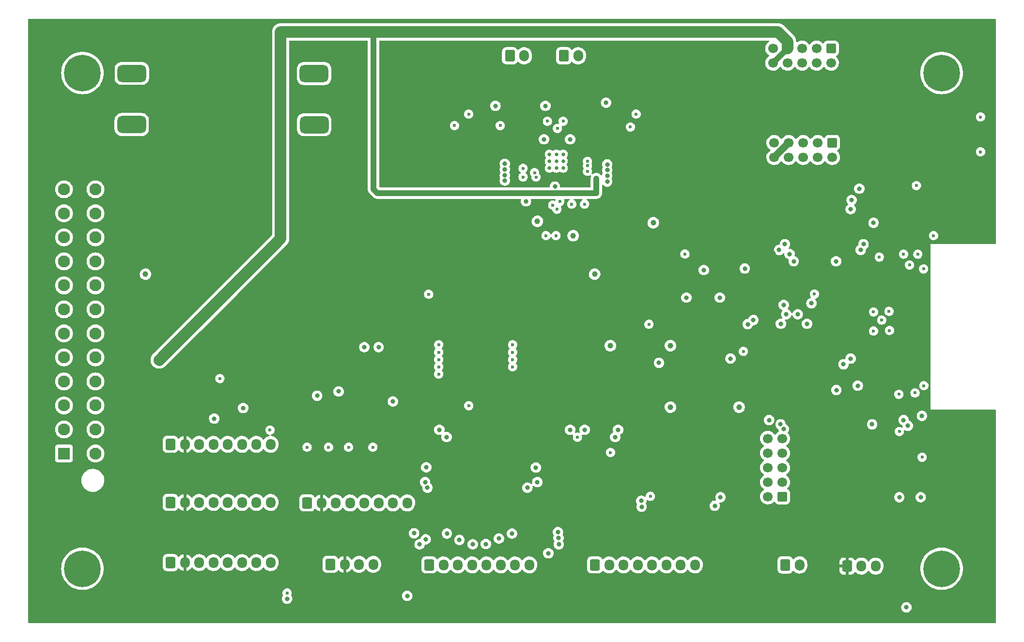
<source format=gbr>
%TF.GenerationSoftware,KiCad,Pcbnew,6.0.5-a6ca702e91~116~ubuntu20.04.1*%
%TF.CreationDate,2022-06-04T17:59:45+02:00*%
%TF.ProjectId,anna_elsa_esp32_cpu,616e6e61-5f65-46c7-9361-5f6573703332,rev?*%
%TF.SameCoordinates,Original*%
%TF.FileFunction,Copper,L3,Inr*%
%TF.FilePolarity,Positive*%
%FSLAX46Y46*%
G04 Gerber Fmt 4.6, Leading zero omitted, Abs format (unit mm)*
G04 Created by KiCad (PCBNEW 6.0.5-a6ca702e91~116~ubuntu20.04.1) date 2022-06-04 17:59:45*
%MOMM*%
%LPD*%
G01*
G04 APERTURE LIST*
G04 Aperture macros list*
%AMRoundRect*
0 Rectangle with rounded corners*
0 $1 Rounding radius*
0 $2 $3 $4 $5 $6 $7 $8 $9 X,Y pos of 4 corners*
0 Add a 4 corners polygon primitive as box body*
4,1,4,$2,$3,$4,$5,$6,$7,$8,$9,$2,$3,0*
0 Add four circle primitives for the rounded corners*
1,1,$1+$1,$2,$3*
1,1,$1+$1,$4,$5*
1,1,$1+$1,$6,$7*
1,1,$1+$1,$8,$9*
0 Add four rect primitives between the rounded corners*
20,1,$1+$1,$2,$3,$4,$5,0*
20,1,$1+$1,$4,$5,$6,$7,0*
20,1,$1+$1,$6,$7,$8,$9,0*
20,1,$1+$1,$8,$9,$2,$3,0*%
G04 Aperture macros list end*
%TA.AperFunction,ComponentPad*%
%ADD10C,0.630000*%
%TD*%
%TA.AperFunction,ComponentPad*%
%ADD11RoundRect,0.250000X-0.600000X-0.725000X0.600000X-0.725000X0.600000X0.725000X-0.600000X0.725000X0*%
%TD*%
%TA.AperFunction,ComponentPad*%
%ADD12O,1.700000X1.950000*%
%TD*%
%TA.AperFunction,ComponentPad*%
%ADD13C,0.800000*%
%TD*%
%TA.AperFunction,ComponentPad*%
%ADD14C,6.400000*%
%TD*%
%TA.AperFunction,ComponentPad*%
%ADD15RoundRect,0.250000X-0.600000X-0.750000X0.600000X-0.750000X0.600000X0.750000X-0.600000X0.750000X0*%
%TD*%
%TA.AperFunction,ComponentPad*%
%ADD16O,1.700000X2.000000*%
%TD*%
%TA.AperFunction,ComponentPad*%
%ADD17RoundRect,0.250000X0.600000X0.600000X-0.600000X0.600000X-0.600000X-0.600000X0.600000X-0.600000X0*%
%TD*%
%TA.AperFunction,ComponentPad*%
%ADD18C,1.700000*%
%TD*%
%TA.AperFunction,ComponentPad*%
%ADD19RoundRect,0.250000X-0.600000X0.600000X-0.600000X-0.600000X0.600000X-0.600000X0.600000X0.600000X0*%
%TD*%
%TA.AperFunction,ComponentPad*%
%ADD20RoundRect,0.750000X-1.750000X-0.750000X1.750000X-0.750000X1.750000X0.750000X-1.750000X0.750000X0*%
%TD*%
%TA.AperFunction,ComponentPad*%
%ADD21R,2.100000X2.100000*%
%TD*%
%TA.AperFunction,ComponentPad*%
%ADD22C,2.100000*%
%TD*%
%TA.AperFunction,ViaPad*%
%ADD23C,0.600000*%
%TD*%
%TA.AperFunction,ViaPad*%
%ADD24C,1.000000*%
%TD*%
%TA.AperFunction,ViaPad*%
%ADD25C,0.800000*%
%TD*%
%TA.AperFunction,ViaPad*%
%ADD26C,2.000000*%
%TD*%
%TA.AperFunction,Conductor*%
%ADD27C,1.000000*%
%TD*%
%TA.AperFunction,Conductor*%
%ADD28C,2.000000*%
%TD*%
%TA.AperFunction,Conductor*%
%ADD29C,0.600000*%
%TD*%
%TA.AperFunction,Conductor*%
%ADD30C,1.300000*%
%TD*%
G04 APERTURE END LIST*
D10*
%TO.N,GND*%
%TO.C,U3*%
X139757000Y-44520000D03*
X139757000Y-45720000D03*
X138557000Y-46920000D03*
X137357000Y-44520000D03*
X138557000Y-44520000D03*
X137357000Y-46920000D03*
X138557000Y-45720000D03*
X139757000Y-46920000D03*
X137357000Y-45720000D03*
%TD*%
D11*
%TO.N,+5V*%
%TO.C,J5*%
X189382400Y-116535200D03*
D12*
%TO.N,LED_DIN_SPLITTER*%
X191882400Y-116535200D03*
%TO.N,GND*%
X194382400Y-116535200D03*
%TD*%
D11*
%TO.N,GND*%
%TO.C,J22*%
X116332000Y-116332000D03*
D12*
%TO.N,Net-(J22-Pad2)*%
X118832000Y-116332000D03*
%TO.N,Net-(J22-Pad3)*%
X121332000Y-116332000D03*
%TO.N,Net-(J22-Pad4)*%
X123832000Y-116332000D03*
%TO.N,Net-(J22-Pad5)*%
X126332000Y-116332000D03*
%TO.N,Net-(J22-Pad6)*%
X128832000Y-116332000D03*
%TO.N,Net-(J22-Pad7)*%
X131332000Y-116332000D03*
%TO.N,Net-(J22-Pad8)*%
X133832000Y-116332000D03*
%TD*%
D13*
%TO.N,GND*%
%TO.C,H2*%
X58120000Y-117000000D03*
D14*
X55720000Y-117000000D03*
D13*
X53320000Y-117000000D03*
X54022944Y-118697056D03*
X55720000Y-119400000D03*
X57417056Y-118697056D03*
X55720000Y-114600000D03*
X57417056Y-115302944D03*
X54022944Y-115302944D03*
%TD*%
%TO.N,GND*%
%TO.C,H3*%
X205900000Y-27920000D03*
X208300000Y-30320000D03*
X204202944Y-28622944D03*
X203500000Y-30320000D03*
X207597056Y-28622944D03*
X205900000Y-32720000D03*
X207597056Y-32017056D03*
D14*
X205900000Y-30320000D03*
D13*
X204202944Y-32017056D03*
%TD*%
D15*
%TO.N,/Audio/OUTL+*%
%TO.C,J9*%
X130429000Y-27305000D03*
D16*
%TO.N,/Audio/OUTL-*%
X132929000Y-27305000D03*
%TD*%
D15*
%TO.N,/Audio/OUTR+*%
%TO.C,J11*%
X139879000Y-27305000D03*
D16*
%TO.N,/Audio/OUTR-*%
X142379000Y-27305000D03*
%TD*%
D11*
%TO.N,GND*%
%TO.C,J10*%
X99060000Y-116230400D03*
D12*
%TO.N,+5V*%
X101560000Y-116230400D03*
%TO.N,SDA*%
X104060000Y-116230400D03*
%TO.N,SCL*%
X106560000Y-116230400D03*
%TD*%
D13*
%TO.N,GND*%
%TO.C,H1*%
X57417056Y-28622944D03*
X54022944Y-28622944D03*
X53320000Y-30320000D03*
X55720000Y-32720000D03*
X57417056Y-32017056D03*
X55720000Y-27920000D03*
D14*
X55720000Y-30320000D03*
D13*
X58120000Y-30320000D03*
X54022944Y-32017056D03*
%TD*%
D14*
%TO.N,GND*%
%TO.C,H4*%
X205900000Y-117000000D03*
D13*
X205900000Y-119400000D03*
X208300000Y-117000000D03*
X204202944Y-115302944D03*
X207597056Y-118697056D03*
X207597056Y-115302944D03*
X204202944Y-118697056D03*
X205900000Y-114600000D03*
X203500000Y-117000000D03*
%TD*%
D15*
%TO.N,GND*%
%TO.C,J14*%
X178562000Y-116332000D03*
D16*
%TO.N,Net-(J14-Pad2)*%
X181062000Y-116332000D03*
%TD*%
D11*
%TO.N,+12V*%
%TO.C,J23*%
X145288000Y-116332000D03*
D12*
%TO.N,unconnected-(J23-Pad2)*%
X147788000Y-116332000D03*
%TO.N,Net-(J23-Pad3)*%
X150288000Y-116332000D03*
%TO.N,Net-(J23-Pad4)*%
X152788000Y-116332000D03*
%TO.N,Net-(J23-Pad5)*%
X155288000Y-116332000D03*
%TO.N,Net-(J23-Pad6)*%
X157788000Y-116332000D03*
%TO.N,Net-(J23-Pad7)*%
X160288000Y-116332000D03*
%TO.N,Net-(J23-Pad8)*%
X162788000Y-116332000D03*
%TD*%
D11*
%TO.N,GND*%
%TO.C,J1*%
X71120000Y-95250000D03*
D12*
%TO.N,+5V*%
X73620000Y-95250000D03*
%TO.N,+24V*%
X76120000Y-95250000D03*
%TO.N,EN_PWM*%
X78620000Y-95250000D03*
%TO.N,Net-(J1-Pad5)*%
X81120000Y-95250000D03*
%TO.N,LED_DOUT_SPLITTER*%
X83620000Y-95250000D03*
%TO.N,SCL*%
X86120000Y-95250000D03*
%TO.N,SDA*%
X88620000Y-95250000D03*
%TD*%
D11*
%TO.N,GND*%
%TO.C,J2*%
X71120000Y-105410000D03*
D12*
%TO.N,+5V*%
X73620000Y-105410000D03*
%TO.N,+24V*%
X76120000Y-105410000D03*
%TO.N,EN_PWM*%
X78620000Y-105410000D03*
%TO.N,Net-(J2-Pad5)*%
X81120000Y-105410000D03*
%TO.N,Net-(J1-Pad5)*%
X83620000Y-105410000D03*
%TO.N,SCL*%
X86120000Y-105410000D03*
%TO.N,SDA*%
X88620000Y-105410000D03*
%TD*%
D11*
%TO.N,GND*%
%TO.C,J3*%
X71120000Y-115930000D03*
D12*
%TO.N,+5V*%
X73620000Y-115930000D03*
%TO.N,+24V*%
X76120000Y-115930000D03*
%TO.N,EN_PWM*%
X78620000Y-115930000D03*
%TO.N,LED_DOUT*%
X81120000Y-115930000D03*
%TO.N,Net-(J2-Pad5)*%
X83620000Y-115930000D03*
%TO.N,SCL*%
X86120000Y-115930000D03*
%TO.N,SDA*%
X88620000Y-115930000D03*
%TD*%
D17*
%TO.N,+3V3*%
%TO.C,J12*%
X178054000Y-104394000D03*
D18*
%TO.N,GND*%
X175514000Y-104394000D03*
%TO.N,JTAG_SRST*%
X178054000Y-101854000D03*
%TO.N,JTAG_TDO*%
X175514000Y-101854000D03*
%TO.N,JTAG_TDI*%
X178054000Y-99314000D03*
%TO.N,JTAG_TCK*%
X175514000Y-99314000D03*
%TO.N,JTAG_TMS*%
X178054000Y-96774000D03*
%TO.N,unconnected-(J12-Pad8)*%
X175514000Y-96774000D03*
%TO.N,USB_TX*%
X178054000Y-94234000D03*
%TO.N,USB_RX*%
X175514000Y-94234000D03*
%TD*%
D11*
%TO.N,GND*%
%TO.C,J4*%
X95000000Y-105500000D03*
D12*
%TO.N,+5V*%
X97500000Y-105500000D03*
%TO.N,MD_OE*%
X100000000Y-105500000D03*
%TO.N,MD_CLK*%
X102500000Y-105500000D03*
%TO.N,MD_STROBE*%
X105000000Y-105500000D03*
%TO.N,MD_DOUT*%
X107500000Y-105500000D03*
%TO.N,LED_DOUT_SPLITTER*%
X110000000Y-105500000D03*
%TO.N,LED_DIN_SPLITTER*%
X112500000Y-105500000D03*
%TD*%
D19*
%TO.N,CCTALK_DATA*%
%TO.C,J7*%
X186790000Y-42497500D03*
D18*
%TO.N,unconnected-(J7-Pad2)*%
X186790000Y-45037500D03*
%TO.N,unconnected-(J7-Pad3)*%
X184250000Y-42497500D03*
%TO.N,GND*%
X184250000Y-45037500D03*
%TO.N,unconnected-(J7-Pad5)*%
X181710000Y-42497500D03*
%TO.N,unconnected-(J7-Pad6)*%
X181710000Y-45037500D03*
%TO.N,+24V*%
X179170000Y-42497500D03*
%TO.N,GND*%
X179170000Y-45037500D03*
%TO.N,unconnected-(J7-Pad9)*%
X176630000Y-42497500D03*
%TO.N,+24V*%
X176630000Y-45037500D03*
%TD*%
D20*
%TO.N,+12V*%
%TO.C,U12*%
X64350000Y-30390000D03*
%TO.N,GND*%
X64340000Y-39320000D03*
X96230000Y-39360000D03*
%TO.N,+24V*%
X96220000Y-30400000D03*
%TD*%
D19*
%TO.N,CCTALK_DATA*%
%TO.C,J8*%
X186580000Y-25997500D03*
D18*
%TO.N,unconnected-(J8-Pad2)*%
X186580000Y-28537500D03*
%TO.N,unconnected-(J8-Pad3)*%
X184040000Y-25997500D03*
%TO.N,GND*%
X184040000Y-28537500D03*
%TO.N,unconnected-(J8-Pad5)*%
X181500000Y-25997500D03*
%TO.N,unconnected-(J8-Pad6)*%
X181500000Y-28537500D03*
%TO.N,+12V*%
X178960000Y-25997500D03*
%TO.N,GND*%
X178960000Y-28537500D03*
%TO.N,unconnected-(J8-Pad9)*%
X176420000Y-25997500D03*
%TO.N,+12V*%
X176420000Y-28537500D03*
%TD*%
D21*
%TO.N,Net-(F3-Pad1)*%
%TO.C,J6*%
X52500000Y-96850000D03*
D22*
X58000000Y-96850000D03*
%TO.N,GND*%
X52500000Y-92650000D03*
%TO.N,Net-(F2-Pad1)*%
X58000000Y-92650000D03*
%TO.N,GND*%
X52500000Y-88450000D03*
%TO.N,Net-(F2-Pad1)*%
X58000000Y-88450000D03*
%TO.N,GND*%
X52500000Y-84250000D03*
%TO.N,unconnected-(J6-Pad8)*%
X58000000Y-84250000D03*
%TO.N,unconnected-(J6-Pad9)*%
X52500000Y-80050000D03*
%TO.N,Net-(F1-Pad1)*%
X58000000Y-80050000D03*
X52500000Y-75850000D03*
%TO.N,Net-(F3-Pad1)*%
X58000000Y-75850000D03*
X52500000Y-71650000D03*
%TO.N,unconnected-(J6-Pad14)*%
X58000000Y-71650000D03*
%TO.N,GND*%
X52500000Y-67450000D03*
%TO.N,Net-(J6-Pad16)*%
X58000000Y-67450000D03*
%TO.N,GND*%
X52500000Y-63250000D03*
X58000000Y-63250000D03*
X52500000Y-59050000D03*
%TO.N,unconnected-(J6-Pad20)*%
X58000000Y-59050000D03*
%TO.N,Net-(F2-Pad1)*%
X52500000Y-54850000D03*
X58000000Y-54850000D03*
X52500000Y-50650000D03*
%TO.N,GND*%
X58000000Y-50650000D03*
%TD*%
D23*
%TO.N,/Audio/OUTR+*%
X138750000Y-40000000D03*
X151500000Y-39750000D03*
%TO.N,/Audio/OUT_B-*%
X139750000Y-38750000D03*
X152500000Y-37500000D03*
%TO.N,/Audio/OUT_A-*%
X123250000Y-37500000D03*
X137000000Y-38750000D03*
%TO.N,/Audio/OUTL+*%
X120750000Y-39500000D03*
X128750000Y-39500000D03*
D24*
%TO.N,+12V*%
X128558000Y-51308000D03*
D25*
%TO.N,GND*%
X147450000Y-49300000D03*
X147450000Y-48300000D03*
X147450000Y-47300000D03*
X147450000Y-46300000D03*
%TO.N,AUDIO_LRCLK*%
X138307000Y-50167939D03*
D23*
%TO.N,GND*%
X144000000Y-45750000D03*
D25*
X133250000Y-52750000D03*
X129550000Y-49125000D03*
X129550000Y-48200000D03*
X129550000Y-47200000D03*
X129550000Y-46200000D03*
%TO.N,+12V*%
X145500000Y-48750000D03*
D23*
%TO.N,GND*%
X143500000Y-53250000D03*
X144000000Y-47500000D03*
X144000000Y-46524500D03*
%TO.N,Net-(U3-Pad11)*%
X137931500Y-53406625D03*
%TO.N,AUDIO_SCLK*%
X138657227Y-54128481D03*
%TO.N,+3V3*%
X136750000Y-58750000D03*
X138500000Y-58750000D03*
%TO.N,/Audio/ADR*%
X132750000Y-48500000D03*
X135000000Y-48500000D03*
%TO.N,GND*%
X132750000Y-47000000D03*
X134750000Y-47750000D03*
%TO.N,Net-(U3-Pad11)*%
X141250000Y-53250000D03*
%TO.N,GND*%
X116250000Y-69000000D03*
X194005200Y-75438000D03*
X98750000Y-95750000D03*
X194005200Y-72085200D03*
X130911600Y-77825600D03*
X212707500Y-37996000D03*
X95000000Y-95750000D03*
X196799200Y-75336400D03*
D25*
X140970000Y-41910000D03*
D23*
X91500000Y-121250000D03*
X196697600Y-71983600D03*
X118008400Y-77825600D03*
X154750000Y-74250000D03*
D25*
X136652000Y-36068000D03*
D23*
X195427600Y-73507600D03*
X183667400Y-68961000D03*
X130911600Y-79146400D03*
X118008400Y-81686400D03*
X195000000Y-62500000D03*
X130911600Y-80416400D03*
X171250000Y-79000000D03*
X148031200Y-96672400D03*
X154990800Y-104332010D03*
X106500000Y-95750000D03*
X201500000Y-50000000D03*
X161036000Y-61976000D03*
X204500000Y-58750000D03*
X212707500Y-44092000D03*
X79750000Y-83750000D03*
X118008400Y-82956400D03*
D25*
X127914400Y-36068000D03*
D23*
X130911600Y-81686400D03*
D25*
X147250000Y-35500000D03*
D23*
X202793600Y-84988400D03*
X102250000Y-95750000D03*
X118008400Y-79146400D03*
X202742800Y-64566800D03*
X123250000Y-88500000D03*
X118008400Y-80416400D03*
D25*
X136398000Y-41910000D03*
%TO.N,+5V*%
X64500000Y-59750000D03*
D23*
X127620878Y-96274500D03*
D25*
X65500000Y-57750000D03*
X64500000Y-58750000D03*
D24*
X97750000Y-101750000D03*
D25*
X64500000Y-60750000D03*
X64500000Y-56750000D03*
D24*
X133250000Y-97500000D03*
X83750000Y-123000000D03*
D25*
X65500000Y-58750000D03*
D24*
X194250000Y-93500000D03*
X207250000Y-99000000D03*
D25*
X65500000Y-61750000D03*
D23*
X127251835Y-93455500D03*
D25*
X64500000Y-57750000D03*
D24*
X101500000Y-101750000D03*
X143000000Y-98500000D03*
D25*
X65500000Y-60750000D03*
D23*
X202293500Y-45362000D03*
D24*
X108950000Y-101700000D03*
D25*
X65500000Y-56750000D03*
X64500000Y-53250000D03*
X64500000Y-63750000D03*
D24*
X187750000Y-108750000D03*
X132000000Y-105000000D03*
X105250000Y-101750000D03*
D25*
X65500000Y-62750000D03*
X166878000Y-71882000D03*
X65500000Y-59750000D03*
D24*
X132250000Y-85000000D03*
D23*
X127250000Y-91000000D03*
D25*
X65500000Y-63750000D03*
D24*
X176481747Y-61949284D03*
D25*
X64500000Y-61750000D03*
X65500000Y-53250000D03*
D24*
X117246400Y-107746800D03*
D25*
X64500000Y-62750000D03*
%TO.N,Net-(Q3-Pad18)*%
X153416000Y-105105200D03*
X167250000Y-104500000D03*
D26*
%TO.N,+12V*%
X69137500Y-80500000D03*
D25*
%TO.N,CCTALK_DATA*%
X167132000Y-69596000D03*
X161290000Y-69596000D03*
%TO.N,HOST_RX*%
X164338000Y-64770000D03*
X171500000Y-64500000D03*
D23*
%TO.N,SCL*%
X142250000Y-94000000D03*
X202500000Y-97500000D03*
D25*
X148844000Y-93980000D03*
X119380000Y-93980000D03*
D23*
%TO.N,SDA*%
X88500000Y-92750000D03*
D25*
X143510000Y-92710000D03*
X118110000Y-92710000D03*
D23*
X198500000Y-93000000D03*
D25*
X149352000Y-92710000D03*
X140970000Y-92710000D03*
D23*
%TO.N,JTAG_SRST*%
X200279000Y-63881000D03*
D25*
X179324000Y-61976000D03*
D23*
%TO.N,AUDIO_SDIN*%
X139168331Y-52772708D03*
D25*
X190168991Y-52523056D03*
%TO.N,AUDIO_SCLK*%
X190001320Y-54111320D03*
%TO.N,AUDIO_LRCLK*%
X191516000Y-50546000D03*
D23*
%TO.N,+3V3*%
X201750000Y-62000000D03*
X198425990Y-86491903D03*
D24*
X155500000Y-56500000D03*
X135250000Y-56250000D03*
D23*
X201250000Y-86250000D03*
D24*
X158500000Y-88750000D03*
X141500000Y-58750000D03*
X158500000Y-78000000D03*
X148000000Y-78000000D03*
X66750000Y-65500000D03*
X170500000Y-88750000D03*
D25*
X194000000Y-56500000D03*
D23*
X199250000Y-62000000D03*
D24*
X145250000Y-65500000D03*
D25*
%TO.N,CPU_RUN*%
X177750000Y-91750000D03*
X180750000Y-72500000D03*
X193750000Y-91750000D03*
X178750000Y-72500000D03*
%TO.N,Net-(J14-Pad2)*%
X137160000Y-114300000D03*
%TO.N,EN_PWM*%
X202463996Y-90260774D03*
X78750000Y-90750000D03*
%TO.N,USB_TX*%
X200000000Y-92000000D03*
X178304707Y-92582060D03*
%TO.N,USB_RX*%
X175750000Y-91000000D03*
X199250000Y-91000000D03*
%TO.N,LED_DOUT_SPLITTER*%
X83820000Y-88900000D03*
X110000000Y-87750000D03*
%TO.N,LED_DIN_SPLITTER*%
X112500000Y-121750000D03*
%TO.N,Net-(J22-Pad2)*%
X115824000Y-99263200D03*
X134975600Y-99314000D03*
X119430800Y-110845600D03*
X113690400Y-110794800D03*
%TO.N,Net-(J22-Pad3)*%
X116027200Y-102819200D03*
X121615200Y-111963200D03*
X133502400Y-102819200D03*
X115722400Y-111861600D03*
%TO.N,Net-(J22-Pad4)*%
X114655600Y-112725200D03*
X135229600Y-101854000D03*
X123952000Y-112725200D03*
X115620800Y-101854000D03*
%TO.N,Net-(J22-Pad5)*%
X126238000Y-112674400D03*
X138988800Y-112725200D03*
%TO.N,Net-(J22-Pad6)*%
X128524000Y-111709200D03*
X138938000Y-111607600D03*
%TO.N,Net-(J22-Pad7)*%
X130810000Y-110845600D03*
X138836400Y-110591600D03*
%TO.N,Net-(Q3-Pad17)*%
X153466800Y-106172000D03*
X166250000Y-106000000D03*
%TO.N,MD_CLK33*%
X100500000Y-86000000D03*
X191250000Y-85000000D03*
%TO.N,MD_OE33*%
X96750000Y-86750000D03*
X187500000Y-85750000D03*
%TO.N,MD_STROBE33*%
X105000000Y-78250000D03*
X173000000Y-73500000D03*
X178500000Y-60250000D03*
X192250000Y-60250000D03*
%TO.N,MD_DOUT33*%
X172000000Y-74250000D03*
X191750000Y-61250000D03*
X107500000Y-78250000D03*
X177500000Y-61250000D03*
%TO.N,HOST_RX33*%
X188750000Y-81250000D03*
X156500000Y-81000000D03*
%TO.N,HOST_TX33*%
X169000000Y-80250000D03*
X190000000Y-80250000D03*
%TO.N,LED_DOUT33*%
X91500000Y-122250000D03*
X199750000Y-123750000D03*
%TO.N,Net-(R26-Pad1)*%
X182372000Y-74168000D03*
X177800000Y-74168000D03*
%TO.N,Net-(R28-Pad1)*%
X183142946Y-70573839D03*
X178308000Y-70866000D03*
%TO.N,Net-(R33-Pad1)*%
X187452000Y-63246000D03*
X180049010Y-63246000D03*
%TO.N,Net-(SW2-Pad1)*%
X198500000Y-104500000D03*
X202250000Y-104500000D03*
%TD*%
D27*
%TO.N,+12V*%
X128558000Y-51308000D02*
X107308000Y-51308000D01*
D28*
X121864000Y-23114000D02*
X106614000Y-23114000D01*
X106614000Y-23114000D02*
X90376000Y-23114000D01*
D27*
X107308000Y-51308000D02*
X106614000Y-50614000D01*
X106614000Y-50614000D02*
X106614000Y-23114000D01*
X178960000Y-25997500D02*
X176420000Y-28537500D01*
D28*
X121864000Y-23114000D02*
X177278581Y-23114000D01*
X177278581Y-23114000D02*
X178960000Y-24795419D01*
X178960000Y-24795419D02*
X178960000Y-25997500D01*
D27*
X145542000Y-48792000D02*
X145542000Y-51308000D01*
X145542000Y-51308000D02*
X128558000Y-51308000D01*
D29*
X145500000Y-48750000D02*
X145542000Y-48792000D01*
D28*
X90376000Y-23114000D02*
X90376000Y-59261500D01*
X90376000Y-59261500D02*
X69137500Y-80500000D01*
D30*
%TO.N,+24V*%
X176592000Y-44987500D02*
X179132000Y-42447500D01*
%TD*%
%TA.AperFunction,Conductor*%
%TO.N,+5V*%
G36*
X215333621Y-20848502D02*
G01*
X215380114Y-20902158D01*
X215391500Y-20954500D01*
X215391500Y-60072000D01*
X215371498Y-60140121D01*
X215317842Y-60186614D01*
X215265500Y-60198000D01*
X203962000Y-60198000D01*
X203962000Y-89154000D01*
X215265500Y-89154000D01*
X215333621Y-89174002D01*
X215380114Y-89227658D01*
X215391500Y-89280000D01*
X215391500Y-126365500D01*
X215371498Y-126433621D01*
X215317842Y-126480114D01*
X215265500Y-126491500D01*
X46354500Y-126491500D01*
X46286379Y-126471498D01*
X46239886Y-126417842D01*
X46228500Y-126365500D01*
X46228500Y-123750000D01*
X198836496Y-123750000D01*
X198856458Y-123939928D01*
X198915473Y-124121556D01*
X199010960Y-124286944D01*
X199138747Y-124428866D01*
X199293248Y-124541118D01*
X199299276Y-124543802D01*
X199299278Y-124543803D01*
X199461681Y-124616109D01*
X199467712Y-124618794D01*
X199561113Y-124638647D01*
X199648056Y-124657128D01*
X199648061Y-124657128D01*
X199654513Y-124658500D01*
X199845487Y-124658500D01*
X199851939Y-124657128D01*
X199851944Y-124657128D01*
X199938887Y-124638647D01*
X200032288Y-124618794D01*
X200038319Y-124616109D01*
X200200722Y-124543803D01*
X200200724Y-124543802D01*
X200206752Y-124541118D01*
X200361253Y-124428866D01*
X200489040Y-124286944D01*
X200584527Y-124121556D01*
X200643542Y-123939928D01*
X200663504Y-123750000D01*
X200643542Y-123560072D01*
X200584527Y-123378444D01*
X200489040Y-123213056D01*
X200361253Y-123071134D01*
X200206752Y-122958882D01*
X200200724Y-122956198D01*
X200200722Y-122956197D01*
X200038319Y-122883891D01*
X200038318Y-122883891D01*
X200032288Y-122881206D01*
X199938888Y-122861353D01*
X199851944Y-122842872D01*
X199851939Y-122842872D01*
X199845487Y-122841500D01*
X199654513Y-122841500D01*
X199648061Y-122842872D01*
X199648056Y-122842872D01*
X199561112Y-122861353D01*
X199467712Y-122881206D01*
X199461682Y-122883891D01*
X199461681Y-122883891D01*
X199299278Y-122956197D01*
X199299276Y-122956198D01*
X199293248Y-122958882D01*
X199138747Y-123071134D01*
X199010960Y-123213056D01*
X198915473Y-123378444D01*
X198856458Y-123560072D01*
X198836496Y-123750000D01*
X46228500Y-123750000D01*
X46228500Y-122250000D01*
X90586496Y-122250000D01*
X90606458Y-122439928D01*
X90665473Y-122621556D01*
X90668776Y-122627278D01*
X90668777Y-122627279D01*
X90686803Y-122658500D01*
X90760960Y-122786944D01*
X90888747Y-122928866D01*
X91043248Y-123041118D01*
X91049276Y-123043802D01*
X91049278Y-123043803D01*
X91211681Y-123116109D01*
X91217712Y-123118794D01*
X91311113Y-123138647D01*
X91398056Y-123157128D01*
X91398061Y-123157128D01*
X91404513Y-123158500D01*
X91595487Y-123158500D01*
X91601939Y-123157128D01*
X91601944Y-123157128D01*
X91688887Y-123138647D01*
X91782288Y-123118794D01*
X91788319Y-123116109D01*
X91950722Y-123043803D01*
X91950724Y-123043802D01*
X91956752Y-123041118D01*
X92111253Y-122928866D01*
X92239040Y-122786944D01*
X92313197Y-122658500D01*
X92331223Y-122627279D01*
X92331224Y-122627278D01*
X92334527Y-122621556D01*
X92393542Y-122439928D01*
X92413504Y-122250000D01*
X92393542Y-122060072D01*
X92334527Y-121878444D01*
X92260370Y-121750000D01*
X111586496Y-121750000D01*
X111606458Y-121939928D01*
X111665473Y-122121556D01*
X111760960Y-122286944D01*
X111888747Y-122428866D01*
X112043248Y-122541118D01*
X112049276Y-122543802D01*
X112049278Y-122543803D01*
X112209799Y-122615271D01*
X112217712Y-122618794D01*
X112311113Y-122638647D01*
X112398056Y-122657128D01*
X112398061Y-122657128D01*
X112404513Y-122658500D01*
X112595487Y-122658500D01*
X112601939Y-122657128D01*
X112601944Y-122657128D01*
X112688887Y-122638647D01*
X112782288Y-122618794D01*
X112790201Y-122615271D01*
X112950722Y-122543803D01*
X112950724Y-122543802D01*
X112956752Y-122541118D01*
X113111253Y-122428866D01*
X113239040Y-122286944D01*
X113334527Y-122121556D01*
X113393542Y-121939928D01*
X113413504Y-121750000D01*
X113404442Y-121663779D01*
X113394232Y-121566635D01*
X113394232Y-121566633D01*
X113393542Y-121560072D01*
X113334527Y-121378444D01*
X113239040Y-121213056D01*
X113111253Y-121071134D01*
X112956752Y-120958882D01*
X112950724Y-120956198D01*
X112950722Y-120956197D01*
X112788319Y-120883891D01*
X112788318Y-120883891D01*
X112782288Y-120881206D01*
X112688888Y-120861353D01*
X112601944Y-120842872D01*
X112601939Y-120842872D01*
X112595487Y-120841500D01*
X112404513Y-120841500D01*
X112398061Y-120842872D01*
X112398056Y-120842872D01*
X112311112Y-120861353D01*
X112217712Y-120881206D01*
X112211682Y-120883891D01*
X112211681Y-120883891D01*
X112049278Y-120956197D01*
X112049276Y-120956198D01*
X112043248Y-120958882D01*
X111888747Y-121071134D01*
X111760960Y-121213056D01*
X111665473Y-121378444D01*
X111606458Y-121560072D01*
X111605768Y-121566633D01*
X111605768Y-121566635D01*
X111595558Y-121663779D01*
X111586496Y-121750000D01*
X92260370Y-121750000D01*
X92239040Y-121713056D01*
X92241615Y-121711570D01*
X92222088Y-121656924D01*
X92230091Y-121604927D01*
X92237817Y-121584590D01*
X92288055Y-121452338D01*
X92289035Y-121445366D01*
X92312748Y-121276639D01*
X92312748Y-121276636D01*
X92313299Y-121272717D01*
X92313616Y-121250000D01*
X92293397Y-121069745D01*
X92291080Y-121063091D01*
X92236064Y-120905106D01*
X92236062Y-120905103D01*
X92233745Y-120898448D01*
X92137626Y-120744624D01*
X92106635Y-120713416D01*
X92014778Y-120620915D01*
X92014774Y-120620912D01*
X92009815Y-120615918D01*
X91998697Y-120608862D01*
X91950538Y-120578300D01*
X91856666Y-120518727D01*
X91827463Y-120508328D01*
X91692425Y-120460243D01*
X91692420Y-120460242D01*
X91685790Y-120457881D01*
X91678802Y-120457048D01*
X91678799Y-120457047D01*
X91555698Y-120442368D01*
X91505680Y-120436404D01*
X91498677Y-120437140D01*
X91498676Y-120437140D01*
X91332288Y-120454628D01*
X91332286Y-120454629D01*
X91325288Y-120455364D01*
X91153579Y-120513818D01*
X91091109Y-120552250D01*
X91005095Y-120605166D01*
X91005092Y-120605168D01*
X90999088Y-120608862D01*
X90994053Y-120613793D01*
X90994050Y-120613795D01*
X90974486Y-120632954D01*
X90869493Y-120735771D01*
X90771235Y-120888238D01*
X90768826Y-120894858D01*
X90768824Y-120894861D01*
X90744110Y-120962763D01*
X90709197Y-121058685D01*
X90686463Y-121238640D01*
X90704163Y-121419160D01*
X90761418Y-121591273D01*
X90765066Y-121597297D01*
X90765556Y-121598357D01*
X90775972Y-121668585D01*
X90760295Y-121714207D01*
X90739630Y-121750000D01*
X90665473Y-121878444D01*
X90606458Y-122060072D01*
X90586496Y-122250000D01*
X46228500Y-122250000D01*
X46228500Y-117000000D01*
X52006411Y-117000000D01*
X52026754Y-117388176D01*
X52027267Y-117391416D01*
X52027268Y-117391424D01*
X52053225Y-117555303D01*
X52087562Y-117772099D01*
X52188167Y-118147562D01*
X52327468Y-118510453D01*
X52503938Y-118856794D01*
X52715643Y-119182793D01*
X52960266Y-119484876D01*
X53235124Y-119759734D01*
X53537207Y-120004357D01*
X53863205Y-120216062D01*
X53866139Y-120217557D01*
X53866146Y-120217561D01*
X54206607Y-120391034D01*
X54209547Y-120392532D01*
X54373230Y-120455364D01*
X54538296Y-120518727D01*
X54572438Y-120531833D01*
X54947901Y-120632438D01*
X55151793Y-120664732D01*
X55328576Y-120692732D01*
X55328584Y-120692733D01*
X55331824Y-120693246D01*
X55720000Y-120713589D01*
X56108176Y-120693246D01*
X56111416Y-120692733D01*
X56111424Y-120692732D01*
X56288207Y-120664732D01*
X56492099Y-120632438D01*
X56867562Y-120531833D01*
X56901705Y-120518727D01*
X57066770Y-120455364D01*
X57230453Y-120392532D01*
X57233393Y-120391034D01*
X57573854Y-120217561D01*
X57573861Y-120217557D01*
X57576795Y-120216062D01*
X57902793Y-120004357D01*
X58204876Y-119759734D01*
X58479734Y-119484876D01*
X58724357Y-119182793D01*
X58936062Y-118856794D01*
X59112532Y-118510453D01*
X59251833Y-118147562D01*
X59352438Y-117772099D01*
X59386775Y-117555303D01*
X59412732Y-117391424D01*
X59412733Y-117391416D01*
X59413246Y-117388176D01*
X59433589Y-117000000D01*
X59418150Y-116705400D01*
X69761500Y-116705400D01*
X69761837Y-116708646D01*
X69761837Y-116708650D01*
X69771601Y-116802748D01*
X69772474Y-116811166D01*
X69774655Y-116817702D01*
X69774655Y-116817704D01*
X69806508Y-116913178D01*
X69828450Y-116978946D01*
X69921522Y-117129348D01*
X70046697Y-117254305D01*
X70052927Y-117258145D01*
X70052928Y-117258146D01*
X70190090Y-117342694D01*
X70197262Y-117347115D01*
X70232938Y-117358948D01*
X70358611Y-117400632D01*
X70358613Y-117400632D01*
X70365139Y-117402797D01*
X70371975Y-117403497D01*
X70371978Y-117403498D01*
X70415031Y-117407909D01*
X70469600Y-117413500D01*
X71770400Y-117413500D01*
X71773646Y-117413163D01*
X71773650Y-117413163D01*
X71869308Y-117403238D01*
X71869312Y-117403237D01*
X71876166Y-117402526D01*
X71882702Y-117400345D01*
X71882704Y-117400345D01*
X72031375Y-117350744D01*
X72043946Y-117346550D01*
X72194348Y-117253478D01*
X72319305Y-117128303D01*
X72409353Y-116982220D01*
X72462124Y-116934727D01*
X72532196Y-116923303D01*
X72597320Y-116951577D01*
X72607782Y-116961364D01*
X72713234Y-117071906D01*
X72721186Y-117078941D01*
X72897525Y-117210141D01*
X72906562Y-117215745D01*
X73102484Y-117315357D01*
X73112335Y-117319357D01*
X73322240Y-117384534D01*
X73332624Y-117386817D01*
X73348043Y-117388861D01*
X73362207Y-117386665D01*
X73366000Y-117373478D01*
X73366000Y-117371192D01*
X73874000Y-117371192D01*
X73877973Y-117384723D01*
X73888580Y-117386248D01*
X74006421Y-117361523D01*
X74016617Y-117358463D01*
X74221029Y-117277737D01*
X74230561Y-117273006D01*
X74418462Y-117158984D01*
X74427052Y-117152720D01*
X74593052Y-117008673D01*
X74600472Y-117001042D01*
X74739826Y-116831089D01*
X74745848Y-116822326D01*
X74761238Y-116795289D01*
X74812320Y-116745982D01*
X74881951Y-116732120D01*
X74948022Y-116758103D01*
X74975261Y-116787253D01*
X75004773Y-116831089D01*
X75057441Y-116909319D01*
X75061120Y-116913176D01*
X75061122Y-116913178D01*
X75079010Y-116931929D01*
X75216576Y-117076135D01*
X75220854Y-117079318D01*
X75262443Y-117110261D01*
X75401542Y-117213754D01*
X75406293Y-117216170D01*
X75406297Y-117216172D01*
X75476721Y-117251977D01*
X75607051Y-117318240D01*
X75612145Y-117319822D01*
X75612148Y-117319823D01*
X75784945Y-117373478D01*
X75827227Y-117386607D01*
X75832516Y-117387308D01*
X76050489Y-117416198D01*
X76050494Y-117416198D01*
X76055774Y-117416898D01*
X76061103Y-117416698D01*
X76061105Y-117416698D01*
X76181554Y-117412176D01*
X76286158Y-117408249D01*
X76308802Y-117403498D01*
X76506572Y-117362002D01*
X76511791Y-117360907D01*
X76516750Y-117358949D01*
X76516752Y-117358948D01*
X76721256Y-117278185D01*
X76721258Y-117278184D01*
X76726221Y-117276224D01*
X76731525Y-117273006D01*
X76918757Y-117159390D01*
X76918756Y-117159390D01*
X76923317Y-117156623D01*
X76951954Y-117131773D01*
X77093412Y-117009023D01*
X77093414Y-117009021D01*
X77097445Y-117005523D01*
X77155494Y-116934727D01*
X77240240Y-116831373D01*
X77240244Y-116831367D01*
X77243624Y-116827245D01*
X77261552Y-116795750D01*
X77312632Y-116746445D01*
X77382262Y-116732583D01*
X77448333Y-116758566D01*
X77475573Y-116787716D01*
X77480983Y-116795752D01*
X77557441Y-116909319D01*
X77561120Y-116913176D01*
X77561122Y-116913178D01*
X77579010Y-116931929D01*
X77716576Y-117076135D01*
X77720854Y-117079318D01*
X77762443Y-117110261D01*
X77901542Y-117213754D01*
X77906293Y-117216170D01*
X77906297Y-117216172D01*
X77976721Y-117251977D01*
X78107051Y-117318240D01*
X78112145Y-117319822D01*
X78112148Y-117319823D01*
X78284945Y-117373478D01*
X78327227Y-117386607D01*
X78332516Y-117387308D01*
X78550489Y-117416198D01*
X78550494Y-117416198D01*
X78555774Y-117416898D01*
X78561103Y-117416698D01*
X78561105Y-117416698D01*
X78681554Y-117412176D01*
X78786158Y-117408249D01*
X78808802Y-117403498D01*
X79006572Y-117362002D01*
X79011791Y-117360907D01*
X79016750Y-117358949D01*
X79016752Y-117358948D01*
X79221256Y-117278185D01*
X79221258Y-117278184D01*
X79226221Y-117276224D01*
X79231525Y-117273006D01*
X79418757Y-117159390D01*
X79418756Y-117159390D01*
X79423317Y-117156623D01*
X79451954Y-117131773D01*
X79593412Y-117009023D01*
X79593414Y-117009021D01*
X79597445Y-117005523D01*
X79655494Y-116934727D01*
X79740240Y-116831373D01*
X79740244Y-116831367D01*
X79743624Y-116827245D01*
X79761552Y-116795750D01*
X79812632Y-116746445D01*
X79882262Y-116732583D01*
X79948333Y-116758566D01*
X79975573Y-116787716D01*
X79980983Y-116795752D01*
X80057441Y-116909319D01*
X80061120Y-116913176D01*
X80061122Y-116913178D01*
X80079010Y-116931929D01*
X80216576Y-117076135D01*
X80220854Y-117079318D01*
X80262443Y-117110261D01*
X80401542Y-117213754D01*
X80406293Y-117216170D01*
X80406297Y-117216172D01*
X80476721Y-117251977D01*
X80607051Y-117318240D01*
X80612145Y-117319822D01*
X80612148Y-117319823D01*
X80784945Y-117373478D01*
X80827227Y-117386607D01*
X80832516Y-117387308D01*
X81050489Y-117416198D01*
X81050494Y-117416198D01*
X81055774Y-117416898D01*
X81061103Y-117416698D01*
X81061105Y-117416698D01*
X81181554Y-117412176D01*
X81286158Y-117408249D01*
X81308802Y-117403498D01*
X81506572Y-117362002D01*
X81511791Y-117360907D01*
X81516750Y-117358949D01*
X81516752Y-117358948D01*
X81721256Y-117278185D01*
X81721258Y-117278184D01*
X81726221Y-117276224D01*
X81731525Y-117273006D01*
X81918757Y-117159390D01*
X81918756Y-117159390D01*
X81923317Y-117156623D01*
X81951954Y-117131773D01*
X82093412Y-117009023D01*
X82093414Y-117009021D01*
X82097445Y-117005523D01*
X82155494Y-116934727D01*
X82240240Y-116831373D01*
X82240244Y-116831367D01*
X82243624Y-116827245D01*
X82261552Y-116795750D01*
X82312632Y-116746445D01*
X82382262Y-116732583D01*
X82448333Y-116758566D01*
X82475573Y-116787716D01*
X82480983Y-116795752D01*
X82557441Y-116909319D01*
X82561120Y-116913176D01*
X82561122Y-116913178D01*
X82579010Y-116931929D01*
X82716576Y-117076135D01*
X82720854Y-117079318D01*
X82762443Y-117110261D01*
X82901542Y-117213754D01*
X82906293Y-117216170D01*
X82906297Y-117216172D01*
X82976721Y-117251977D01*
X83107051Y-117318240D01*
X83112145Y-117319822D01*
X83112148Y-117319823D01*
X83284945Y-117373478D01*
X83327227Y-117386607D01*
X83332516Y-117387308D01*
X83550489Y-117416198D01*
X83550494Y-117416198D01*
X83555774Y-117416898D01*
X83561103Y-117416698D01*
X83561105Y-117416698D01*
X83681554Y-117412176D01*
X83786158Y-117408249D01*
X83808802Y-117403498D01*
X84006572Y-117362002D01*
X84011791Y-117360907D01*
X84016750Y-117358949D01*
X84016752Y-117358948D01*
X84221256Y-117278185D01*
X84221258Y-117278184D01*
X84226221Y-117276224D01*
X84231525Y-117273006D01*
X84418757Y-117159390D01*
X84418756Y-117159390D01*
X84423317Y-117156623D01*
X84451954Y-117131773D01*
X84593412Y-117009023D01*
X84593414Y-117009021D01*
X84597445Y-117005523D01*
X84655494Y-116934727D01*
X84740240Y-116831373D01*
X84740244Y-116831367D01*
X84743624Y-116827245D01*
X84761552Y-116795750D01*
X84812632Y-116746445D01*
X84882262Y-116732583D01*
X84948333Y-116758566D01*
X84975573Y-116787716D01*
X84980983Y-116795752D01*
X85057441Y-116909319D01*
X85061120Y-116913176D01*
X85061122Y-116913178D01*
X85079010Y-116931929D01*
X85216576Y-117076135D01*
X85220854Y-117079318D01*
X85262443Y-117110261D01*
X85401542Y-117213754D01*
X85406293Y-117216170D01*
X85406297Y-117216172D01*
X85476721Y-117251977D01*
X85607051Y-117318240D01*
X85612145Y-117319822D01*
X85612148Y-117319823D01*
X85784945Y-117373478D01*
X85827227Y-117386607D01*
X85832516Y-117387308D01*
X86050489Y-117416198D01*
X86050494Y-117416198D01*
X86055774Y-117416898D01*
X86061103Y-117416698D01*
X86061105Y-117416698D01*
X86181554Y-117412176D01*
X86286158Y-117408249D01*
X86308802Y-117403498D01*
X86506572Y-117362002D01*
X86511791Y-117360907D01*
X86516750Y-117358949D01*
X86516752Y-117358948D01*
X86721256Y-117278185D01*
X86721258Y-117278184D01*
X86726221Y-117276224D01*
X86731525Y-117273006D01*
X86918757Y-117159390D01*
X86918756Y-117159390D01*
X86923317Y-117156623D01*
X86951954Y-117131773D01*
X87093412Y-117009023D01*
X87093414Y-117009021D01*
X87097445Y-117005523D01*
X87155494Y-116934727D01*
X87240240Y-116831373D01*
X87240244Y-116831367D01*
X87243624Y-116827245D01*
X87261552Y-116795750D01*
X87312632Y-116746445D01*
X87382262Y-116732583D01*
X87448333Y-116758566D01*
X87475573Y-116787716D01*
X87480983Y-116795752D01*
X87557441Y-116909319D01*
X87561120Y-116913176D01*
X87561122Y-116913178D01*
X87579010Y-116931929D01*
X87716576Y-117076135D01*
X87720854Y-117079318D01*
X87762443Y-117110261D01*
X87901542Y-117213754D01*
X87906293Y-117216170D01*
X87906297Y-117216172D01*
X87976721Y-117251977D01*
X88107051Y-117318240D01*
X88112145Y-117319822D01*
X88112148Y-117319823D01*
X88284945Y-117373478D01*
X88327227Y-117386607D01*
X88332516Y-117387308D01*
X88550489Y-117416198D01*
X88550494Y-117416198D01*
X88555774Y-117416898D01*
X88561103Y-117416698D01*
X88561105Y-117416698D01*
X88681554Y-117412176D01*
X88786158Y-117408249D01*
X88808802Y-117403498D01*
X89006572Y-117362002D01*
X89011791Y-117360907D01*
X89016750Y-117358949D01*
X89016752Y-117358948D01*
X89221256Y-117278185D01*
X89221258Y-117278184D01*
X89226221Y-117276224D01*
X89231525Y-117273006D01*
X89418757Y-117159390D01*
X89418756Y-117159390D01*
X89423317Y-117156623D01*
X89451954Y-117131773D01*
X89593412Y-117009023D01*
X89593414Y-117009021D01*
X89597126Y-117005800D01*
X97701500Y-117005800D01*
X97701837Y-117009046D01*
X97701837Y-117009050D01*
X97711703Y-117104134D01*
X97712474Y-117111566D01*
X97714655Y-117118102D01*
X97714655Y-117118104D01*
X97746508Y-117213578D01*
X97768450Y-117279346D01*
X97861522Y-117429748D01*
X97986697Y-117554705D01*
X97992927Y-117558545D01*
X97992928Y-117558546D01*
X98130090Y-117643094D01*
X98137262Y-117647515D01*
X98172938Y-117659348D01*
X98298611Y-117701032D01*
X98298613Y-117701032D01*
X98305139Y-117703197D01*
X98311975Y-117703897D01*
X98311978Y-117703898D01*
X98347663Y-117707554D01*
X98409600Y-117713900D01*
X99710400Y-117713900D01*
X99713646Y-117713563D01*
X99713650Y-117713563D01*
X99809308Y-117703638D01*
X99809312Y-117703637D01*
X99816166Y-117702926D01*
X99822702Y-117700745D01*
X99822704Y-117700745D01*
X99973917Y-117650296D01*
X99983946Y-117646950D01*
X100134348Y-117553878D01*
X100259305Y-117428703D01*
X100268879Y-117413172D01*
X100300420Y-117362002D01*
X100349353Y-117282620D01*
X100402124Y-117235127D01*
X100472196Y-117223703D01*
X100537320Y-117251977D01*
X100547782Y-117261764D01*
X100653234Y-117372306D01*
X100661186Y-117379341D01*
X100837525Y-117510541D01*
X100846562Y-117516145D01*
X101042484Y-117615757D01*
X101052335Y-117619757D01*
X101262240Y-117684934D01*
X101272624Y-117687217D01*
X101288043Y-117689261D01*
X101302207Y-117687065D01*
X101306000Y-117673878D01*
X101306000Y-117671592D01*
X101814000Y-117671592D01*
X101817973Y-117685123D01*
X101828580Y-117686648D01*
X101946421Y-117661923D01*
X101956617Y-117658863D01*
X102161029Y-117578137D01*
X102170561Y-117573406D01*
X102358462Y-117459384D01*
X102367052Y-117453120D01*
X102533052Y-117309073D01*
X102540472Y-117301442D01*
X102679826Y-117131489D01*
X102685848Y-117122726D01*
X102701238Y-117095689D01*
X102752320Y-117046382D01*
X102821951Y-117032520D01*
X102888022Y-117058503D01*
X102915261Y-117087653D01*
X102943188Y-117129134D01*
X102997441Y-117209719D01*
X103001120Y-117213576D01*
X103001122Y-117213578D01*
X103063862Y-117279346D01*
X103156576Y-117376535D01*
X103160854Y-117379718D01*
X103231826Y-117432523D01*
X103341542Y-117514154D01*
X103346293Y-117516570D01*
X103346297Y-117516572D01*
X103434448Y-117561390D01*
X103547051Y-117618640D01*
X103552145Y-117620222D01*
X103552148Y-117620223D01*
X103717583Y-117671592D01*
X103767227Y-117687007D01*
X103772516Y-117687708D01*
X103990489Y-117716598D01*
X103990494Y-117716598D01*
X103995774Y-117717298D01*
X104001103Y-117717098D01*
X104001105Y-117717098D01*
X104110966Y-117712973D01*
X104226158Y-117708649D01*
X104242668Y-117705185D01*
X104381125Y-117676134D01*
X104451791Y-117661307D01*
X104456750Y-117659349D01*
X104456752Y-117659348D01*
X104661256Y-117578585D01*
X104661258Y-117578584D01*
X104666221Y-117576624D01*
X104671525Y-117573406D01*
X104858757Y-117459790D01*
X104858756Y-117459790D01*
X104863317Y-117457023D01*
X104886884Y-117436573D01*
X105033412Y-117309423D01*
X105033414Y-117309421D01*
X105037445Y-117305923D01*
X105093002Y-117238166D01*
X105180240Y-117131773D01*
X105180244Y-117131767D01*
X105183624Y-117127645D01*
X105201552Y-117096150D01*
X105252632Y-117046845D01*
X105322262Y-117032983D01*
X105388333Y-117058966D01*
X105415573Y-117088116D01*
X105420983Y-117096152D01*
X105497441Y-117209719D01*
X105501120Y-117213576D01*
X105501122Y-117213578D01*
X105563862Y-117279346D01*
X105656576Y-117376535D01*
X105660854Y-117379718D01*
X105731826Y-117432523D01*
X105841542Y-117514154D01*
X105846293Y-117516570D01*
X105846297Y-117516572D01*
X105934448Y-117561390D01*
X106047051Y-117618640D01*
X106052145Y-117620222D01*
X106052148Y-117620223D01*
X106217583Y-117671592D01*
X106267227Y-117687007D01*
X106272516Y-117687708D01*
X106490489Y-117716598D01*
X106490494Y-117716598D01*
X106495774Y-117717298D01*
X106501103Y-117717098D01*
X106501105Y-117717098D01*
X106610966Y-117712973D01*
X106726158Y-117708649D01*
X106742668Y-117705185D01*
X106881125Y-117676134D01*
X106951791Y-117661307D01*
X106956750Y-117659349D01*
X106956752Y-117659348D01*
X107161256Y-117578585D01*
X107161258Y-117578584D01*
X107166221Y-117576624D01*
X107171525Y-117573406D01*
X107358757Y-117459790D01*
X107358756Y-117459790D01*
X107363317Y-117457023D01*
X107386884Y-117436573D01*
X107533412Y-117309423D01*
X107533414Y-117309421D01*
X107537445Y-117305923D01*
X107593002Y-117238166D01*
X107680240Y-117131773D01*
X107680244Y-117131767D01*
X107683624Y-117127645D01*
X107686797Y-117122072D01*
X107695149Y-117107400D01*
X114973500Y-117107400D01*
X114973837Y-117110646D01*
X114973837Y-117110650D01*
X114982875Y-117197752D01*
X114984474Y-117213166D01*
X114986655Y-117219702D01*
X114986655Y-117219704D01*
X115019902Y-117319357D01*
X115040450Y-117380946D01*
X115133522Y-117531348D01*
X115258697Y-117656305D01*
X115264927Y-117660145D01*
X115264928Y-117660146D01*
X115402976Y-117745240D01*
X115409262Y-117749115D01*
X115471306Y-117769694D01*
X115570611Y-117802632D01*
X115570613Y-117802632D01*
X115577139Y-117804797D01*
X115583975Y-117805497D01*
X115583978Y-117805498D01*
X115619663Y-117809154D01*
X115681600Y-117815500D01*
X116982400Y-117815500D01*
X116985646Y-117815163D01*
X116985650Y-117815163D01*
X117081308Y-117805238D01*
X117081312Y-117805237D01*
X117088166Y-117804526D01*
X117094702Y-117802345D01*
X117094704Y-117802345D01*
X117226806Y-117758272D01*
X117255946Y-117748550D01*
X117406348Y-117655478D01*
X117531305Y-117530303D01*
X117541035Y-117514519D01*
X117589420Y-117436023D01*
X117621081Y-117384660D01*
X117673852Y-117337168D01*
X117743924Y-117325744D01*
X117809048Y-117354018D01*
X117819510Y-117363805D01*
X117857376Y-117403498D01*
X117928576Y-117478135D01*
X118113542Y-117615754D01*
X118118293Y-117618170D01*
X118118297Y-117618172D01*
X118174900Y-117646950D01*
X118319051Y-117720240D01*
X118324145Y-117721822D01*
X118324148Y-117721823D01*
X118524020Y-117783885D01*
X118539227Y-117788607D01*
X118544516Y-117789308D01*
X118762489Y-117818198D01*
X118762494Y-117818198D01*
X118767774Y-117818898D01*
X118773103Y-117818698D01*
X118773105Y-117818698D01*
X118890038Y-117814308D01*
X118998158Y-117810249D01*
X119020802Y-117805498D01*
X119113977Y-117785948D01*
X119223791Y-117762907D01*
X119228750Y-117760949D01*
X119228752Y-117760948D01*
X119433256Y-117680185D01*
X119433258Y-117680184D01*
X119438221Y-117678224D01*
X119443047Y-117675296D01*
X119630757Y-117561390D01*
X119630756Y-117561390D01*
X119635317Y-117558623D01*
X119675134Y-117524072D01*
X119805412Y-117411023D01*
X119805414Y-117411021D01*
X119809445Y-117407523D01*
X119884635Y-117315822D01*
X119952240Y-117233373D01*
X119952244Y-117233367D01*
X119955624Y-117229245D01*
X119973552Y-117197750D01*
X120024632Y-117148445D01*
X120094262Y-117134583D01*
X120160333Y-117160566D01*
X120187573Y-117189716D01*
X120269441Y-117311319D01*
X120273120Y-117315176D01*
X120273122Y-117315178D01*
X120303050Y-117346550D01*
X120428576Y-117478135D01*
X120613542Y-117615754D01*
X120618293Y-117618170D01*
X120618297Y-117618172D01*
X120674900Y-117646950D01*
X120819051Y-117720240D01*
X120824145Y-117721822D01*
X120824148Y-117721823D01*
X121024020Y-117783885D01*
X121039227Y-117788607D01*
X121044516Y-117789308D01*
X121262489Y-117818198D01*
X121262494Y-117818198D01*
X121267774Y-117818898D01*
X121273103Y-117818698D01*
X121273105Y-117818698D01*
X121390038Y-117814308D01*
X121498158Y-117810249D01*
X121520802Y-117805498D01*
X121613977Y-117785948D01*
X121723791Y-117762907D01*
X121728750Y-117760949D01*
X121728752Y-117760948D01*
X121933256Y-117680185D01*
X121933258Y-117680184D01*
X121938221Y-117678224D01*
X121943047Y-117675296D01*
X122130757Y-117561390D01*
X122130756Y-117561390D01*
X122135317Y-117558623D01*
X122175134Y-117524072D01*
X122305412Y-117411023D01*
X122305414Y-117411021D01*
X122309445Y-117407523D01*
X122384635Y-117315822D01*
X122452240Y-117233373D01*
X122452244Y-117233367D01*
X122455624Y-117229245D01*
X122473552Y-117197750D01*
X122524632Y-117148445D01*
X122594262Y-117134583D01*
X122660333Y-117160566D01*
X122687573Y-117189716D01*
X122769441Y-117311319D01*
X122773120Y-117315176D01*
X122773122Y-117315178D01*
X122803050Y-117346550D01*
X122928576Y-117478135D01*
X123113542Y-117615754D01*
X123118293Y-117618170D01*
X123118297Y-117618172D01*
X123174900Y-117646950D01*
X123319051Y-117720240D01*
X123324145Y-117721822D01*
X123324148Y-117721823D01*
X123524020Y-117783885D01*
X123539227Y-117788607D01*
X123544516Y-117789308D01*
X123762489Y-117818198D01*
X123762494Y-117818198D01*
X123767774Y-117818898D01*
X123773103Y-117818698D01*
X123773105Y-117818698D01*
X123890038Y-117814308D01*
X123998158Y-117810249D01*
X124020802Y-117805498D01*
X124113977Y-117785948D01*
X124223791Y-117762907D01*
X124228750Y-117760949D01*
X124228752Y-117760948D01*
X124433256Y-117680185D01*
X124433258Y-117680184D01*
X124438221Y-117678224D01*
X124443047Y-117675296D01*
X124630757Y-117561390D01*
X124630756Y-117561390D01*
X124635317Y-117558623D01*
X124675134Y-117524072D01*
X124805412Y-117411023D01*
X124805414Y-117411021D01*
X124809445Y-117407523D01*
X124884635Y-117315822D01*
X124952240Y-117233373D01*
X124952244Y-117233367D01*
X124955624Y-117229245D01*
X124973552Y-117197750D01*
X125024632Y-117148445D01*
X125094262Y-117134583D01*
X125160333Y-117160566D01*
X125187573Y-117189716D01*
X125269441Y-117311319D01*
X125273120Y-117315176D01*
X125273122Y-117315178D01*
X125303050Y-117346550D01*
X125428576Y-117478135D01*
X125613542Y-117615754D01*
X125618293Y-117618170D01*
X125618297Y-117618172D01*
X125674900Y-117646950D01*
X125819051Y-117720240D01*
X125824145Y-117721822D01*
X125824148Y-117721823D01*
X126024020Y-117783885D01*
X126039227Y-117788607D01*
X126044516Y-117789308D01*
X126262489Y-117818198D01*
X126262494Y-117818198D01*
X126267774Y-117818898D01*
X126273103Y-117818698D01*
X126273105Y-117818698D01*
X126390038Y-117814308D01*
X126498158Y-117810249D01*
X126520802Y-117805498D01*
X126613977Y-117785948D01*
X126723791Y-117762907D01*
X126728750Y-117760949D01*
X126728752Y-117760948D01*
X126933256Y-117680185D01*
X126933258Y-117680184D01*
X126938221Y-117678224D01*
X126943047Y-117675296D01*
X127130757Y-117561390D01*
X127130756Y-117561390D01*
X127135317Y-117558623D01*
X127175134Y-117524072D01*
X127305412Y-117411023D01*
X127305414Y-117411021D01*
X127309445Y-117407523D01*
X127384635Y-117315822D01*
X127452240Y-117233373D01*
X127452244Y-117233367D01*
X127455624Y-117229245D01*
X127473552Y-117197750D01*
X127524632Y-117148445D01*
X127594262Y-117134583D01*
X127660333Y-117160566D01*
X127687573Y-117189716D01*
X127769441Y-117311319D01*
X127773120Y-117315176D01*
X127773122Y-117315178D01*
X127803050Y-117346550D01*
X127928576Y-117478135D01*
X128113542Y-117615754D01*
X128118293Y-117618170D01*
X128118297Y-117618172D01*
X128174900Y-117646950D01*
X128319051Y-117720240D01*
X128324145Y-117721822D01*
X128324148Y-117721823D01*
X128524020Y-117783885D01*
X128539227Y-117788607D01*
X128544516Y-117789308D01*
X128762489Y-117818198D01*
X128762494Y-117818198D01*
X128767774Y-117818898D01*
X128773103Y-117818698D01*
X128773105Y-117818698D01*
X128890038Y-117814308D01*
X128998158Y-117810249D01*
X129020802Y-117805498D01*
X129113977Y-117785948D01*
X129223791Y-117762907D01*
X129228750Y-117760949D01*
X129228752Y-117760948D01*
X129433256Y-117680185D01*
X129433258Y-117680184D01*
X129438221Y-117678224D01*
X129443047Y-117675296D01*
X129630757Y-117561390D01*
X129630756Y-117561390D01*
X129635317Y-117558623D01*
X129675134Y-117524072D01*
X129805412Y-117411023D01*
X129805414Y-117411021D01*
X129809445Y-117407523D01*
X129884635Y-117315822D01*
X129952240Y-117233373D01*
X129952244Y-117233367D01*
X129955624Y-117229245D01*
X129973552Y-117197750D01*
X130024632Y-117148445D01*
X130094262Y-117134583D01*
X130160333Y-117160566D01*
X130187573Y-117189716D01*
X130269441Y-117311319D01*
X130273120Y-117315176D01*
X130273122Y-117315178D01*
X130303050Y-117346550D01*
X130428576Y-117478135D01*
X130613542Y-117615754D01*
X130618293Y-117618170D01*
X130618297Y-117618172D01*
X130674900Y-117646950D01*
X130819051Y-117720240D01*
X130824145Y-117721822D01*
X130824148Y-117721823D01*
X131024020Y-117783885D01*
X131039227Y-117788607D01*
X131044516Y-117789308D01*
X131262489Y-117818198D01*
X131262494Y-117818198D01*
X131267774Y-117818898D01*
X131273103Y-117818698D01*
X131273105Y-117818698D01*
X131390038Y-117814308D01*
X131498158Y-117810249D01*
X131520802Y-117805498D01*
X131613977Y-117785948D01*
X131723791Y-117762907D01*
X131728750Y-117760949D01*
X131728752Y-117760948D01*
X131933256Y-117680185D01*
X131933258Y-117680184D01*
X131938221Y-117678224D01*
X131943047Y-117675296D01*
X132130757Y-117561390D01*
X132130756Y-117561390D01*
X132135317Y-117558623D01*
X132175134Y-117524072D01*
X132305412Y-117411023D01*
X132305414Y-117411021D01*
X132309445Y-117407523D01*
X132384635Y-117315822D01*
X132452240Y-117233373D01*
X132452244Y-117233367D01*
X132455624Y-117229245D01*
X132473552Y-117197750D01*
X132524632Y-117148445D01*
X132594262Y-117134583D01*
X132660333Y-117160566D01*
X132687573Y-117189716D01*
X132769441Y-117311319D01*
X132773120Y-117315176D01*
X132773122Y-117315178D01*
X132803050Y-117346550D01*
X132928576Y-117478135D01*
X133113542Y-117615754D01*
X133118293Y-117618170D01*
X133118297Y-117618172D01*
X133174900Y-117646950D01*
X133319051Y-117720240D01*
X133324145Y-117721822D01*
X133324148Y-117721823D01*
X133524020Y-117783885D01*
X133539227Y-117788607D01*
X133544516Y-117789308D01*
X133762489Y-117818198D01*
X133762494Y-117818198D01*
X133767774Y-117818898D01*
X133773103Y-117818698D01*
X133773105Y-117818698D01*
X133890038Y-117814308D01*
X133998158Y-117810249D01*
X134020802Y-117805498D01*
X134113977Y-117785948D01*
X134223791Y-117762907D01*
X134228750Y-117760949D01*
X134228752Y-117760948D01*
X134433256Y-117680185D01*
X134433258Y-117680184D01*
X134438221Y-117678224D01*
X134443047Y-117675296D01*
X134630757Y-117561390D01*
X134630756Y-117561390D01*
X134635317Y-117558623D01*
X134675134Y-117524072D01*
X134805412Y-117411023D01*
X134805414Y-117411021D01*
X134809445Y-117407523D01*
X134884635Y-117315822D01*
X134952240Y-117233373D01*
X134952244Y-117233367D01*
X134955624Y-117229245D01*
X134994719Y-117160566D01*
X135024983Y-117107400D01*
X143929500Y-117107400D01*
X143929837Y-117110646D01*
X143929837Y-117110650D01*
X143938875Y-117197752D01*
X143940474Y-117213166D01*
X143942655Y-117219702D01*
X143942655Y-117219704D01*
X143975902Y-117319357D01*
X143996450Y-117380946D01*
X144089522Y-117531348D01*
X144214697Y-117656305D01*
X144220927Y-117660145D01*
X144220928Y-117660146D01*
X144358976Y-117745240D01*
X144365262Y-117749115D01*
X144427306Y-117769694D01*
X144526611Y-117802632D01*
X144526613Y-117802632D01*
X144533139Y-117804797D01*
X144539975Y-117805497D01*
X144539978Y-117805498D01*
X144575663Y-117809154D01*
X144637600Y-117815500D01*
X145938400Y-117815500D01*
X145941646Y-117815163D01*
X145941650Y-117815163D01*
X146037308Y-117805238D01*
X146037312Y-117805237D01*
X146044166Y-117804526D01*
X146050702Y-117802345D01*
X146050704Y-117802345D01*
X146182806Y-117758272D01*
X146211946Y-117748550D01*
X146362348Y-117655478D01*
X146487305Y-117530303D01*
X146497035Y-117514519D01*
X146545420Y-117436023D01*
X146577081Y-117384660D01*
X146629852Y-117337168D01*
X146699924Y-117325744D01*
X146765048Y-117354018D01*
X146775510Y-117363805D01*
X146813376Y-117403498D01*
X146884576Y-117478135D01*
X147069542Y-117615754D01*
X147074293Y-117618170D01*
X147074297Y-117618172D01*
X147130900Y-117646950D01*
X147275051Y-117720240D01*
X147280145Y-117721822D01*
X147280148Y-117721823D01*
X147480020Y-117783885D01*
X147495227Y-117788607D01*
X147500516Y-117789308D01*
X147718489Y-117818198D01*
X147718494Y-117818198D01*
X147723774Y-117818898D01*
X147729103Y-117818698D01*
X147729105Y-117818698D01*
X147846038Y-117814308D01*
X147954158Y-117810249D01*
X147976802Y-117805498D01*
X148069977Y-117785948D01*
X148179791Y-117762907D01*
X148184750Y-117760949D01*
X148184752Y-117760948D01*
X148389256Y-117680185D01*
X148389258Y-117680184D01*
X148394221Y-117678224D01*
X148399047Y-117675296D01*
X148586757Y-117561390D01*
X148586756Y-117561390D01*
X148591317Y-117558623D01*
X148631134Y-117524072D01*
X148761412Y-117411023D01*
X148761414Y-117411021D01*
X148765445Y-117407523D01*
X148840635Y-117315822D01*
X148908240Y-117233373D01*
X148908244Y-117233367D01*
X148911624Y-117229245D01*
X148929552Y-117197750D01*
X148980632Y-117148445D01*
X149050262Y-117134583D01*
X149116333Y-117160566D01*
X149143573Y-117189716D01*
X149225441Y-117311319D01*
X149229120Y-117315176D01*
X149229122Y-117315178D01*
X149259050Y-117346550D01*
X149384576Y-117478135D01*
X149569542Y-117615754D01*
X149574293Y-117618170D01*
X149574297Y-117618172D01*
X149630900Y-117646950D01*
X149775051Y-117720240D01*
X149780145Y-117721822D01*
X149780148Y-117721823D01*
X149980020Y-117783885D01*
X149995227Y-117788607D01*
X150000516Y-117789308D01*
X150218489Y-117818198D01*
X150218494Y-117818198D01*
X150223774Y-117818898D01*
X150229103Y-117818698D01*
X150229105Y-117818698D01*
X150346038Y-117814308D01*
X150454158Y-117810249D01*
X150476802Y-117805498D01*
X150569977Y-117785948D01*
X150679791Y-117762907D01*
X150684750Y-117760949D01*
X150684752Y-117760948D01*
X150889256Y-117680185D01*
X150889258Y-117680184D01*
X150894221Y-117678224D01*
X150899047Y-117675296D01*
X151086757Y-117561390D01*
X151086756Y-117561390D01*
X151091317Y-117558623D01*
X151131134Y-117524072D01*
X151261412Y-117411023D01*
X151261414Y-117411021D01*
X151265445Y-117407523D01*
X151340635Y-117315822D01*
X151408240Y-117233373D01*
X151408244Y-117233367D01*
X151411624Y-117229245D01*
X151429552Y-117197750D01*
X151480632Y-117148445D01*
X151550262Y-117134583D01*
X151616333Y-117160566D01*
X151643573Y-117189716D01*
X151725441Y-117311319D01*
X151729120Y-117315176D01*
X151729122Y-117315178D01*
X151759050Y-117346550D01*
X151884576Y-117478135D01*
X152069542Y-117615754D01*
X152074293Y-117618170D01*
X152074297Y-117618172D01*
X152130900Y-117646950D01*
X152275051Y-117720240D01*
X152280145Y-117721822D01*
X152280148Y-117721823D01*
X152480020Y-117783885D01*
X152495227Y-117788607D01*
X152500516Y-117789308D01*
X152718489Y-117818198D01*
X152718494Y-117818198D01*
X152723774Y-117818898D01*
X152729103Y-117818698D01*
X152729105Y-117818698D01*
X152846038Y-117814308D01*
X152954158Y-117810249D01*
X152976802Y-117805498D01*
X153069977Y-117785948D01*
X153179791Y-117762907D01*
X153184750Y-117760949D01*
X153184752Y-117760948D01*
X153389256Y-117680185D01*
X153389258Y-117680184D01*
X153394221Y-117678224D01*
X153399047Y-117675296D01*
X153586757Y-117561390D01*
X153586756Y-117561390D01*
X153591317Y-117558623D01*
X153631134Y-117524072D01*
X153761412Y-117411023D01*
X153761414Y-117411021D01*
X153765445Y-117407523D01*
X153840635Y-117315822D01*
X153908240Y-117233373D01*
X153908244Y-117233367D01*
X153911624Y-117229245D01*
X153929552Y-117197750D01*
X153980632Y-117148445D01*
X154050262Y-117134583D01*
X154116333Y-117160566D01*
X154143573Y-117189716D01*
X154225441Y-117311319D01*
X154229120Y-117315176D01*
X154229122Y-117315178D01*
X154259050Y-117346550D01*
X154384576Y-117478135D01*
X154569542Y-117615754D01*
X154574293Y-117618170D01*
X154574297Y-117618172D01*
X154630900Y-117646950D01*
X154775051Y-117720240D01*
X154780145Y-117721822D01*
X154780148Y-117721823D01*
X154980020Y-117783885D01*
X154995227Y-117788607D01*
X155000516Y-117789308D01*
X155218489Y-117818198D01*
X155218494Y-117818198D01*
X155223774Y-117818898D01*
X155229103Y-117818698D01*
X155229105Y-117818698D01*
X155346038Y-117814308D01*
X155454158Y-117810249D01*
X155476802Y-117805498D01*
X155569977Y-117785948D01*
X155679791Y-117762907D01*
X155684750Y-117760949D01*
X155684752Y-117760948D01*
X155889256Y-117680185D01*
X155889258Y-117680184D01*
X155894221Y-117678224D01*
X155899047Y-117675296D01*
X156086757Y-117561390D01*
X156086756Y-117561390D01*
X156091317Y-117558623D01*
X156131134Y-117524072D01*
X156261412Y-117411023D01*
X156261414Y-117411021D01*
X156265445Y-117407523D01*
X156340635Y-117315822D01*
X156408240Y-117233373D01*
X156408244Y-117233367D01*
X156411624Y-117229245D01*
X156429552Y-117197750D01*
X156480632Y-117148445D01*
X156550262Y-117134583D01*
X156616333Y-117160566D01*
X156643573Y-117189716D01*
X156725441Y-117311319D01*
X156729120Y-117315176D01*
X156729122Y-117315178D01*
X156759050Y-117346550D01*
X156884576Y-117478135D01*
X157069542Y-117615754D01*
X157074293Y-117618170D01*
X157074297Y-117618172D01*
X157130900Y-117646950D01*
X157275051Y-117720240D01*
X157280145Y-117721822D01*
X157280148Y-117721823D01*
X157480020Y-117783885D01*
X157495227Y-117788607D01*
X157500516Y-117789308D01*
X157718489Y-117818198D01*
X157718494Y-117818198D01*
X157723774Y-117818898D01*
X157729103Y-117818698D01*
X157729105Y-117818698D01*
X157846038Y-117814308D01*
X157954158Y-117810249D01*
X157976802Y-117805498D01*
X158069977Y-117785948D01*
X158179791Y-117762907D01*
X158184750Y-117760949D01*
X158184752Y-117760948D01*
X158389256Y-117680185D01*
X158389258Y-117680184D01*
X158394221Y-117678224D01*
X158399047Y-117675296D01*
X158586757Y-117561390D01*
X158586756Y-117561390D01*
X158591317Y-117558623D01*
X158631134Y-117524072D01*
X158761412Y-117411023D01*
X158761414Y-117411021D01*
X158765445Y-117407523D01*
X158840635Y-117315822D01*
X158908240Y-117233373D01*
X158908244Y-117233367D01*
X158911624Y-117229245D01*
X158929552Y-117197750D01*
X158980632Y-117148445D01*
X159050262Y-117134583D01*
X159116333Y-117160566D01*
X159143573Y-117189716D01*
X159225441Y-117311319D01*
X159229120Y-117315176D01*
X159229122Y-117315178D01*
X159259050Y-117346550D01*
X159384576Y-117478135D01*
X159569542Y-117615754D01*
X159574293Y-117618170D01*
X159574297Y-117618172D01*
X159630900Y-117646950D01*
X159775051Y-117720240D01*
X159780145Y-117721822D01*
X159780148Y-117721823D01*
X159980020Y-117783885D01*
X159995227Y-117788607D01*
X160000516Y-117789308D01*
X160218489Y-117818198D01*
X160218494Y-117818198D01*
X160223774Y-117818898D01*
X160229103Y-117818698D01*
X160229105Y-117818698D01*
X160346038Y-117814308D01*
X160454158Y-117810249D01*
X160476802Y-117805498D01*
X160569977Y-117785948D01*
X160679791Y-117762907D01*
X160684750Y-117760949D01*
X160684752Y-117760948D01*
X160889256Y-117680185D01*
X160889258Y-117680184D01*
X160894221Y-117678224D01*
X160899047Y-117675296D01*
X161086757Y-117561390D01*
X161086756Y-117561390D01*
X161091317Y-117558623D01*
X161131134Y-117524072D01*
X161261412Y-117411023D01*
X161261414Y-117411021D01*
X161265445Y-117407523D01*
X161340635Y-117315822D01*
X161408240Y-117233373D01*
X161408244Y-117233367D01*
X161411624Y-117229245D01*
X161429552Y-117197750D01*
X161480632Y-117148445D01*
X161550262Y-117134583D01*
X161616333Y-117160566D01*
X161643573Y-117189716D01*
X161725441Y-117311319D01*
X161729120Y-117315176D01*
X161729122Y-117315178D01*
X161759050Y-117346550D01*
X161884576Y-117478135D01*
X162069542Y-117615754D01*
X162074293Y-117618170D01*
X162074297Y-117618172D01*
X162130900Y-117646950D01*
X162275051Y-117720240D01*
X162280145Y-117721822D01*
X162280148Y-117721823D01*
X162480020Y-117783885D01*
X162495227Y-117788607D01*
X162500516Y-117789308D01*
X162718489Y-117818198D01*
X162718494Y-117818198D01*
X162723774Y-117818898D01*
X162729103Y-117818698D01*
X162729105Y-117818698D01*
X162846038Y-117814308D01*
X162954158Y-117810249D01*
X162976802Y-117805498D01*
X163069977Y-117785948D01*
X163179791Y-117762907D01*
X163184750Y-117760949D01*
X163184752Y-117760948D01*
X163389256Y-117680185D01*
X163389258Y-117680184D01*
X163394221Y-117678224D01*
X163399047Y-117675296D01*
X163586757Y-117561390D01*
X163586756Y-117561390D01*
X163591317Y-117558623D01*
X163631134Y-117524072D01*
X163761412Y-117411023D01*
X163761414Y-117411021D01*
X163765445Y-117407523D01*
X163840635Y-117315822D01*
X163908240Y-117233373D01*
X163908244Y-117233367D01*
X163911624Y-117229245D01*
X163950719Y-117160566D01*
X163966752Y-117132400D01*
X177203500Y-117132400D01*
X177203837Y-117135646D01*
X177203837Y-117135650D01*
X177212148Y-117215745D01*
X177214474Y-117238166D01*
X177216655Y-117244702D01*
X177216655Y-117244704D01*
X177247504Y-117337168D01*
X177270450Y-117405946D01*
X177363522Y-117556348D01*
X177488697Y-117681305D01*
X177494927Y-117685145D01*
X177494928Y-117685146D01*
X177632090Y-117769694D01*
X177639262Y-117774115D01*
X177684145Y-117789002D01*
X177800611Y-117827632D01*
X177800613Y-117827632D01*
X177807139Y-117829797D01*
X177813975Y-117830497D01*
X177813978Y-117830498D01*
X177849663Y-117834154D01*
X177911600Y-117840500D01*
X179212400Y-117840500D01*
X179215646Y-117840163D01*
X179215650Y-117840163D01*
X179311308Y-117830238D01*
X179311312Y-117830237D01*
X179318166Y-117829526D01*
X179324702Y-117827345D01*
X179324704Y-117827345D01*
X179456806Y-117783272D01*
X179485946Y-117773550D01*
X179636348Y-117680478D01*
X179761305Y-117555303D01*
X179772883Y-117536521D01*
X179820180Y-117459790D01*
X179851081Y-117409660D01*
X179903852Y-117362168D01*
X179973924Y-117350744D01*
X180039048Y-117379018D01*
X180049510Y-117388805D01*
X180087571Y-117428703D01*
X180158576Y-117503135D01*
X180162854Y-117506318D01*
X180202053Y-117535483D01*
X180343542Y-117640754D01*
X180348293Y-117643170D01*
X180348297Y-117643172D01*
X180430438Y-117684934D01*
X180549051Y-117745240D01*
X180554145Y-117746822D01*
X180554148Y-117746823D01*
X180690972Y-117789308D01*
X180769227Y-117813607D01*
X180774516Y-117814308D01*
X180992489Y-117843198D01*
X180992494Y-117843198D01*
X180997774Y-117843898D01*
X181003103Y-117843698D01*
X181003105Y-117843698D01*
X181112966Y-117839574D01*
X181228158Y-117835249D01*
X181250802Y-117830498D01*
X181448572Y-117789002D01*
X181453791Y-117787907D01*
X181458750Y-117785949D01*
X181458752Y-117785948D01*
X181663256Y-117705185D01*
X181663258Y-117705184D01*
X181668221Y-117703224D01*
X181691232Y-117689261D01*
X181860757Y-117586390D01*
X181860756Y-117586390D01*
X181865317Y-117583623D01*
X181915596Y-117539993D01*
X182035412Y-117436023D01*
X182035414Y-117436021D01*
X182039445Y-117432523D01*
X182082726Y-117379738D01*
X182142126Y-117307295D01*
X188024401Y-117307295D01*
X188024738Y-117313813D01*
X188034657Y-117409406D01*
X188037549Y-117422800D01*
X188088988Y-117576984D01*
X188095161Y-117590162D01*
X188180463Y-117728007D01*
X188189499Y-117739408D01*
X188304229Y-117853939D01*
X188315640Y-117862951D01*
X188453643Y-117948016D01*
X188466824Y-117954163D01*
X188621110Y-118005338D01*
X188634486Y-118008205D01*
X188728838Y-118017872D01*
X188735254Y-118018200D01*
X189110285Y-118018200D01*
X189125524Y-118013725D01*
X189126729Y-118012335D01*
X189128400Y-118004652D01*
X189128400Y-118000084D01*
X189636400Y-118000084D01*
X189640875Y-118015323D01*
X189642265Y-118016528D01*
X189649948Y-118018199D01*
X190029495Y-118018199D01*
X190036014Y-118017862D01*
X190131606Y-118007943D01*
X190145000Y-118005051D01*
X190299184Y-117953612D01*
X190312362Y-117947439D01*
X190450207Y-117862137D01*
X190461608Y-117853101D01*
X190576139Y-117738371D01*
X190585153Y-117726957D01*
X190671123Y-117587487D01*
X190723895Y-117539993D01*
X190793966Y-117528569D01*
X190859090Y-117556843D01*
X190869549Y-117566626D01*
X190978976Y-117681335D01*
X191163942Y-117818954D01*
X191168693Y-117821370D01*
X191168697Y-117821372D01*
X191213003Y-117843898D01*
X191369451Y-117923440D01*
X191374545Y-117925022D01*
X191374548Y-117925023D01*
X191574420Y-117987085D01*
X191589627Y-117991807D01*
X191594916Y-117992508D01*
X191812889Y-118021398D01*
X191812894Y-118021398D01*
X191818174Y-118022098D01*
X191823503Y-118021898D01*
X191823505Y-118021898D01*
X191933366Y-118017774D01*
X192048558Y-118013449D01*
X192053868Y-118012335D01*
X192268972Y-117967202D01*
X192274191Y-117966107D01*
X192279150Y-117964149D01*
X192279152Y-117964148D01*
X192483656Y-117883385D01*
X192483658Y-117883384D01*
X192488621Y-117881424D01*
X192550792Y-117843698D01*
X192665460Y-117774115D01*
X192685717Y-117761823D01*
X192737258Y-117717098D01*
X192855812Y-117614223D01*
X192855814Y-117614221D01*
X192859845Y-117610723D01*
X192906455Y-117553878D01*
X193002640Y-117436573D01*
X193002644Y-117436567D01*
X193006024Y-117432445D01*
X193023952Y-117400950D01*
X193075032Y-117351645D01*
X193144662Y-117337783D01*
X193210733Y-117363766D01*
X193237973Y-117392916D01*
X193319841Y-117514519D01*
X193323520Y-117518376D01*
X193323522Y-117518378D01*
X193376446Y-117573856D01*
X193478976Y-117681335D01*
X193663942Y-117818954D01*
X193668693Y-117821370D01*
X193668697Y-117821372D01*
X193713003Y-117843898D01*
X193869451Y-117923440D01*
X193874545Y-117925022D01*
X193874548Y-117925023D01*
X194074420Y-117987085D01*
X194089627Y-117991807D01*
X194094916Y-117992508D01*
X194312889Y-118021398D01*
X194312894Y-118021398D01*
X194318174Y-118022098D01*
X194323503Y-118021898D01*
X194323505Y-118021898D01*
X194433366Y-118017774D01*
X194548558Y-118013449D01*
X194553868Y-118012335D01*
X194768972Y-117967202D01*
X194774191Y-117966107D01*
X194779150Y-117964149D01*
X194779152Y-117964148D01*
X194983656Y-117883385D01*
X194983658Y-117883384D01*
X194988621Y-117881424D01*
X195050792Y-117843698D01*
X195165460Y-117774115D01*
X195185717Y-117761823D01*
X195237258Y-117717098D01*
X195355812Y-117614223D01*
X195355814Y-117614221D01*
X195359845Y-117610723D01*
X195406455Y-117553878D01*
X195502640Y-117436573D01*
X195502644Y-117436567D01*
X195506024Y-117432445D01*
X195511105Y-117423520D01*
X195617432Y-117236729D01*
X195620075Y-117232086D01*
X195698737Y-117015375D01*
X195699949Y-117008673D01*
X195701517Y-117000000D01*
X202186411Y-117000000D01*
X202206754Y-117388176D01*
X202207267Y-117391416D01*
X202207268Y-117391424D01*
X202233225Y-117555303D01*
X202267562Y-117772099D01*
X202368167Y-118147562D01*
X202507468Y-118510453D01*
X202683938Y-118856794D01*
X202895643Y-119182793D01*
X203140266Y-119484876D01*
X203415124Y-119759734D01*
X203717207Y-120004357D01*
X204043205Y-120216062D01*
X204046139Y-120217557D01*
X204046146Y-120217561D01*
X204386607Y-120391034D01*
X204389547Y-120392532D01*
X204553230Y-120455364D01*
X204718296Y-120518727D01*
X204752438Y-120531833D01*
X205127901Y-120632438D01*
X205331793Y-120664732D01*
X205508576Y-120692732D01*
X205508584Y-120692733D01*
X205511824Y-120693246D01*
X205900000Y-120713589D01*
X206288176Y-120693246D01*
X206291416Y-120692733D01*
X206291424Y-120692732D01*
X206468207Y-120664732D01*
X206672099Y-120632438D01*
X207047562Y-120531833D01*
X207081705Y-120518727D01*
X207246770Y-120455364D01*
X207410453Y-120392532D01*
X207413393Y-120391034D01*
X207753854Y-120217561D01*
X207753861Y-120217557D01*
X207756795Y-120216062D01*
X208082793Y-120004357D01*
X208384876Y-119759734D01*
X208659734Y-119484876D01*
X208904357Y-119182793D01*
X209116062Y-118856794D01*
X209292532Y-118510453D01*
X209431833Y-118147562D01*
X209532438Y-117772099D01*
X209566775Y-117555303D01*
X209592732Y-117391424D01*
X209592733Y-117391416D01*
X209593246Y-117388176D01*
X209613589Y-117000000D01*
X209593246Y-116611824D01*
X209592350Y-116606163D01*
X209552564Y-116354970D01*
X209532438Y-116227901D01*
X209431833Y-115852438D01*
X209396080Y-115759297D01*
X209347916Y-115633827D01*
X209292532Y-115489547D01*
X209261079Y-115427817D01*
X209117561Y-115146147D01*
X209117557Y-115146140D01*
X209116062Y-115143206D01*
X209112352Y-115137492D01*
X208906152Y-114819971D01*
X208906152Y-114819970D01*
X208904357Y-114817207D01*
X208729967Y-114601854D01*
X208661809Y-114517686D01*
X208661806Y-114517682D01*
X208659734Y-114515124D01*
X208384876Y-114240266D01*
X208082793Y-113995643D01*
X208080029Y-113993848D01*
X207759564Y-113785736D01*
X207759561Y-113785734D01*
X207756795Y-113783938D01*
X207753861Y-113782443D01*
X207753854Y-113782439D01*
X207413393Y-113608966D01*
X207410453Y-113607468D01*
X207179994Y-113519003D01*
X207050652Y-113469353D01*
X207050650Y-113469352D01*
X207047562Y-113468167D01*
X206672099Y-113367562D01*
X206468207Y-113335268D01*
X206291424Y-113307268D01*
X206291416Y-113307267D01*
X206288176Y-113306754D01*
X205900000Y-113286411D01*
X205511824Y-113306754D01*
X205508584Y-113307267D01*
X205508576Y-113307268D01*
X205331793Y-113335268D01*
X205127901Y-113367562D01*
X204752438Y-113468167D01*
X204749350Y-113469352D01*
X204749348Y-113469353D01*
X204620006Y-113519003D01*
X204389547Y-113607468D01*
X204386607Y-113608966D01*
X204046147Y-113782439D01*
X204046140Y-113782443D01*
X204043206Y-113783938D01*
X203717207Y-113995643D01*
X203415124Y-114240266D01*
X203140266Y-114515124D01*
X203138194Y-114517682D01*
X203138191Y-114517686D01*
X203070033Y-114601854D01*
X202895643Y-114817207D01*
X202893848Y-114819970D01*
X202893848Y-114819971D01*
X202687649Y-115137492D01*
X202683938Y-115143206D01*
X202682443Y-115146140D01*
X202682439Y-115146147D01*
X202538921Y-115427817D01*
X202507468Y-115489547D01*
X202452084Y-115633827D01*
X202403921Y-115759297D01*
X202368167Y-115852438D01*
X202267562Y-116227901D01*
X202247436Y-116354970D01*
X202207651Y-116606163D01*
X202206754Y-116611824D01*
X202186411Y-117000000D01*
X195701517Y-117000000D01*
X195739023Y-116792592D01*
X195739024Y-116792585D01*
X195739761Y-116788508D01*
X195740900Y-116764356D01*
X195740900Y-116352310D01*
X195733329Y-116263085D01*
X195726771Y-116185791D01*
X195726770Y-116185787D01*
X195726320Y-116180480D01*
X195724982Y-116175325D01*
X195724981Y-116175319D01*
X195669743Y-115962497D01*
X195669742Y-115962493D01*
X195668401Y-115957328D01*
X195663803Y-115947119D01*
X195577997Y-115756638D01*
X195573712Y-115747125D01*
X195444959Y-115555881D01*
X195285824Y-115389065D01*
X195253007Y-115364648D01*
X195144964Y-115284262D01*
X195100858Y-115251446D01*
X195096107Y-115249030D01*
X195096103Y-115249028D01*
X194974131Y-115187015D01*
X194895349Y-115146960D01*
X194890255Y-115145378D01*
X194890252Y-115145377D01*
X194680271Y-115080176D01*
X194675173Y-115078593D01*
X194667756Y-115077610D01*
X194451911Y-115049002D01*
X194451906Y-115049002D01*
X194446626Y-115048302D01*
X194441297Y-115048502D01*
X194441295Y-115048502D01*
X194342768Y-115052201D01*
X194216242Y-115056951D01*
X194211023Y-115058046D01*
X194191249Y-115062195D01*
X193990609Y-115104293D01*
X193985650Y-115106251D01*
X193985648Y-115106252D01*
X193781144Y-115187015D01*
X193781142Y-115187016D01*
X193776179Y-115188976D01*
X193771620Y-115191743D01*
X193771617Y-115191744D01*
X193628596Y-115278532D01*
X193579083Y-115308577D01*
X193575053Y-115312074D01*
X193410345Y-115455000D01*
X193404955Y-115459677D01*
X193401568Y-115463808D01*
X193262160Y-115633827D01*
X193262156Y-115633833D01*
X193258776Y-115637955D01*
X193240848Y-115669450D01*
X193189768Y-115718755D01*
X193120138Y-115732617D01*
X193054067Y-115706634D01*
X193026827Y-115677484D01*
X192997435Y-115633827D01*
X192944959Y-115555881D01*
X192785824Y-115389065D01*
X192753007Y-115364648D01*
X192644964Y-115284262D01*
X192600858Y-115251446D01*
X192596107Y-115249030D01*
X192596103Y-115249028D01*
X192474131Y-115187015D01*
X192395349Y-115146960D01*
X192390255Y-115145378D01*
X192390252Y-115145377D01*
X192180271Y-115080176D01*
X192175173Y-115078593D01*
X192167756Y-115077610D01*
X191951911Y-115049002D01*
X191951906Y-115049002D01*
X191946626Y-115048302D01*
X191941297Y-115048502D01*
X191941295Y-115048502D01*
X191842768Y-115052201D01*
X191716242Y-115056951D01*
X191711023Y-115058046D01*
X191691249Y-115062195D01*
X191490609Y-115104293D01*
X191485650Y-115106251D01*
X191485648Y-115106252D01*
X191281144Y-115187015D01*
X191281142Y-115187016D01*
X191276179Y-115188976D01*
X191271620Y-115191743D01*
X191271617Y-115191744D01*
X191128596Y-115278532D01*
X191079083Y-115308577D01*
X191075053Y-115312074D01*
X190910345Y-115455000D01*
X190904955Y-115459677D01*
X190901568Y-115463808D01*
X190875394Y-115495729D01*
X190816734Y-115535724D01*
X190745764Y-115537655D01*
X190685016Y-115500910D01*
X190670816Y-115482141D01*
X190584337Y-115342393D01*
X190575301Y-115330992D01*
X190460571Y-115216461D01*
X190449160Y-115207449D01*
X190311157Y-115122384D01*
X190297976Y-115116237D01*
X190143690Y-115065062D01*
X190130314Y-115062195D01*
X190035962Y-115052528D01*
X190029545Y-115052200D01*
X189654515Y-115052200D01*
X189639276Y-115056675D01*
X189638071Y-115058065D01*
X189636400Y-115065748D01*
X189636400Y-118000084D01*
X189128400Y-118000084D01*
X189128400Y-116807315D01*
X189123925Y-116792076D01*
X189122535Y-116790871D01*
X189114852Y-116789200D01*
X188042516Y-116789200D01*
X188027277Y-116793675D01*
X188026072Y-116795065D01*
X188024401Y-116802748D01*
X188024401Y-117307295D01*
X182142126Y-117307295D01*
X182182240Y-117258373D01*
X182182244Y-117258367D01*
X182185624Y-117254245D01*
X182188534Y-117249134D01*
X182297032Y-117058529D01*
X182299675Y-117053886D01*
X182378337Y-116837175D01*
X182380971Y-116822610D01*
X182418623Y-116614392D01*
X182418624Y-116614385D01*
X182419361Y-116610308D01*
X182420315Y-116590085D01*
X182420430Y-116587644D01*
X182420430Y-116587637D01*
X182420500Y-116586156D01*
X182420500Y-116263085D01*
X188024400Y-116263085D01*
X188028875Y-116278324D01*
X188030265Y-116279529D01*
X188037948Y-116281200D01*
X189110285Y-116281200D01*
X189125524Y-116276725D01*
X189126729Y-116275335D01*
X189128400Y-116267652D01*
X189128400Y-115070316D01*
X189123925Y-115055077D01*
X189122535Y-115053872D01*
X189114852Y-115052201D01*
X188735305Y-115052201D01*
X188728786Y-115052538D01*
X188633194Y-115062457D01*
X188619800Y-115065349D01*
X188465616Y-115116788D01*
X188452438Y-115122961D01*
X188314593Y-115208263D01*
X188303192Y-115217299D01*
X188188661Y-115332029D01*
X188179649Y-115343440D01*
X188094584Y-115481443D01*
X188088437Y-115494624D01*
X188037262Y-115648910D01*
X188034395Y-115662286D01*
X188024728Y-115756638D01*
X188024400Y-115763055D01*
X188024400Y-116263085D01*
X182420500Y-116263085D01*
X182420500Y-116124110D01*
X182408492Y-115982591D01*
X182406371Y-115957591D01*
X182406370Y-115957587D01*
X182405920Y-115952280D01*
X182404582Y-115947125D01*
X182404581Y-115947119D01*
X182349343Y-115734297D01*
X182349342Y-115734293D01*
X182348001Y-115729128D01*
X182343329Y-115718755D01*
X182255507Y-115523798D01*
X182253312Y-115518925D01*
X182124559Y-115327681D01*
X182090635Y-115292119D01*
X182047805Y-115247222D01*
X181965424Y-115160865D01*
X181944608Y-115145377D01*
X181837046Y-115065349D01*
X181780458Y-115023246D01*
X181775707Y-115020830D01*
X181775703Y-115020828D01*
X181636063Y-114949832D01*
X181574949Y-114918760D01*
X181569855Y-114917178D01*
X181569852Y-114917177D01*
X181359871Y-114851976D01*
X181354773Y-114850393D01*
X181320134Y-114845802D01*
X181131511Y-114820802D01*
X181131506Y-114820802D01*
X181126226Y-114820102D01*
X181120897Y-114820302D01*
X181120895Y-114820302D01*
X181011034Y-114824426D01*
X180895842Y-114828751D01*
X180890623Y-114829846D01*
X180868566Y-114834474D01*
X180670209Y-114876093D01*
X180665250Y-114878051D01*
X180665248Y-114878052D01*
X180460744Y-114958815D01*
X180460742Y-114958816D01*
X180455779Y-114960776D01*
X180451220Y-114963543D01*
X180451217Y-114963544D01*
X180329523Y-115037390D01*
X180258683Y-115080377D01*
X180254653Y-115083874D01*
X180100894Y-115217299D01*
X180084555Y-115231477D01*
X180055330Y-115267120D01*
X179996671Y-115307114D01*
X179925701Y-115309046D01*
X179864952Y-115272302D01*
X179850752Y-115253532D01*
X179764332Y-115113880D01*
X179760478Y-115107652D01*
X179635303Y-114982695D01*
X179621124Y-114973955D01*
X179490968Y-114893725D01*
X179490966Y-114893724D01*
X179484738Y-114889885D01*
X179392234Y-114859203D01*
X179323389Y-114836368D01*
X179323387Y-114836368D01*
X179316861Y-114834203D01*
X179310025Y-114833503D01*
X179310022Y-114833502D01*
X179266969Y-114829091D01*
X179212400Y-114823500D01*
X177911600Y-114823500D01*
X177908354Y-114823837D01*
X177908350Y-114823837D01*
X177812692Y-114833762D01*
X177812688Y-114833763D01*
X177805834Y-114834474D01*
X177799298Y-114836655D01*
X177799296Y-114836655D01*
X177731712Y-114859203D01*
X177638054Y-114890450D01*
X177487652Y-114983522D01*
X177362695Y-115108697D01*
X177358855Y-115114927D01*
X177358854Y-115114928D01*
X177277307Y-115247222D01*
X177269885Y-115259262D01*
X177252368Y-115312074D01*
X177226832Y-115389065D01*
X177214203Y-115427139D01*
X177213503Y-115433975D01*
X177213502Y-115433978D01*
X177211348Y-115455000D01*
X177203500Y-115531600D01*
X177203500Y-117132400D01*
X163966752Y-117132400D01*
X164023032Y-117033529D01*
X164025675Y-117028886D01*
X164104337Y-116812175D01*
X164107307Y-116795752D01*
X164144623Y-116589392D01*
X164144624Y-116589385D01*
X164145361Y-116585308D01*
X164146500Y-116561156D01*
X164146500Y-116149110D01*
X164137654Y-116044861D01*
X164132371Y-115982591D01*
X164132370Y-115982587D01*
X164131920Y-115977280D01*
X164130582Y-115972125D01*
X164130581Y-115972119D01*
X164075343Y-115759297D01*
X164075342Y-115759293D01*
X164074001Y-115754128D01*
X164070847Y-115747125D01*
X163981507Y-115548798D01*
X163979312Y-115543925D01*
X163850559Y-115352681D01*
X163841744Y-115343440D01*
X163762725Y-115260608D01*
X163691424Y-115185865D01*
X163685496Y-115181454D01*
X163579350Y-115102479D01*
X163506458Y-115048246D01*
X163501707Y-115045830D01*
X163501703Y-115045828D01*
X163377635Y-114982749D01*
X163300949Y-114943760D01*
X163295855Y-114942178D01*
X163295852Y-114942177D01*
X163085871Y-114876976D01*
X163080773Y-114875393D01*
X163075484Y-114874692D01*
X162857511Y-114845802D01*
X162857506Y-114845802D01*
X162852226Y-114845102D01*
X162846897Y-114845302D01*
X162846895Y-114845302D01*
X162737034Y-114849427D01*
X162621842Y-114853751D01*
X162616623Y-114854846D01*
X162594566Y-114859474D01*
X162396209Y-114901093D01*
X162391250Y-114903051D01*
X162391248Y-114903052D01*
X162186744Y-114983815D01*
X162186742Y-114983816D01*
X162181779Y-114985776D01*
X162177220Y-114988543D01*
X162177217Y-114988544D01*
X162078410Y-115048502D01*
X161984683Y-115105377D01*
X161980653Y-115108874D01*
X161816353Y-115251446D01*
X161810555Y-115256477D01*
X161807168Y-115260608D01*
X161667760Y-115430627D01*
X161667756Y-115430633D01*
X161664376Y-115434755D01*
X161646448Y-115466250D01*
X161595368Y-115515555D01*
X161525738Y-115529417D01*
X161459667Y-115503434D01*
X161432427Y-115474284D01*
X161401470Y-115428302D01*
X161350559Y-115352681D01*
X161341744Y-115343440D01*
X161262725Y-115260608D01*
X161191424Y-115185865D01*
X161185496Y-115181454D01*
X161079350Y-115102479D01*
X161006458Y-115048246D01*
X161001707Y-115045830D01*
X161001703Y-115045828D01*
X160877635Y-114982749D01*
X160800949Y-114943760D01*
X160795855Y-114942178D01*
X160795852Y-114942177D01*
X160585871Y-114876976D01*
X160580773Y-114875393D01*
X160575484Y-114874692D01*
X160357511Y-114845802D01*
X160357506Y-114845802D01*
X160352226Y-114845102D01*
X160346897Y-114845302D01*
X160346895Y-114845302D01*
X160237034Y-114849427D01*
X160121842Y-114853751D01*
X160116623Y-114854846D01*
X160094566Y-114859474D01*
X159896209Y-114901093D01*
X159891250Y-114903051D01*
X159891248Y-114903052D01*
X159686744Y-114983815D01*
X159686742Y-114983816D01*
X159681779Y-114985776D01*
X159677220Y-114988543D01*
X159677217Y-114988544D01*
X159578410Y-115048502D01*
X159484683Y-115105377D01*
X159480653Y-115108874D01*
X159316353Y-115251446D01*
X159310555Y-115256477D01*
X159307168Y-115260608D01*
X159167760Y-115430627D01*
X159167756Y-115430633D01*
X159164376Y-115434755D01*
X159146448Y-115466250D01*
X159095368Y-115515555D01*
X159025738Y-115529417D01*
X158959667Y-115503434D01*
X158932427Y-115474284D01*
X158901470Y-115428302D01*
X158850559Y-115352681D01*
X158841744Y-115343440D01*
X158762725Y-115260608D01*
X158691424Y-115185865D01*
X158685496Y-115181454D01*
X158579350Y-115102479D01*
X158506458Y-115048246D01*
X158501707Y-115045830D01*
X158501703Y-115045828D01*
X158377635Y-114982749D01*
X158300949Y-114943760D01*
X158295855Y-114942178D01*
X158295852Y-114942177D01*
X158085871Y-114876976D01*
X158080773Y-114875393D01*
X158075484Y-114874692D01*
X157857511Y-114845802D01*
X157857506Y-114845802D01*
X157852226Y-114845102D01*
X157846897Y-114845302D01*
X157846895Y-114845302D01*
X157737034Y-114849427D01*
X157621842Y-114853751D01*
X157616623Y-114854846D01*
X157594566Y-114859474D01*
X157396209Y-114901093D01*
X157391250Y-114903051D01*
X157391248Y-114903052D01*
X157186744Y-114983815D01*
X157186742Y-114983816D01*
X157181779Y-114985776D01*
X157177220Y-114988543D01*
X157177217Y-114988544D01*
X157078410Y-115048502D01*
X156984683Y-115105377D01*
X156980653Y-115108874D01*
X156816353Y-115251446D01*
X156810555Y-115256477D01*
X156807168Y-115260608D01*
X156667760Y-115430627D01*
X156667756Y-115430633D01*
X156664376Y-115434755D01*
X156646448Y-115466250D01*
X156595368Y-115515555D01*
X156525738Y-115529417D01*
X156459667Y-115503434D01*
X156432427Y-115474284D01*
X156401470Y-115428302D01*
X156350559Y-115352681D01*
X156341744Y-115343440D01*
X156262725Y-115260608D01*
X156191424Y-115185865D01*
X156185496Y-115181454D01*
X156079350Y-115102479D01*
X156006458Y-115048246D01*
X156001707Y-115045830D01*
X156001703Y-115045828D01*
X155877635Y-114982749D01*
X155800949Y-114943760D01*
X155795855Y-114942178D01*
X155795852Y-114942177D01*
X155585871Y-114876976D01*
X155580773Y-114875393D01*
X155575484Y-114874692D01*
X155357511Y-114845802D01*
X155357506Y-114845802D01*
X155352226Y-114845102D01*
X155346897Y-114845302D01*
X155346895Y-114845302D01*
X155237034Y-114849427D01*
X155121842Y-114853751D01*
X155116623Y-114854846D01*
X155094566Y-114859474D01*
X154896209Y-114901093D01*
X154891250Y-114903051D01*
X154891248Y-114903052D01*
X154686744Y-114983815D01*
X154686742Y-114983816D01*
X154681779Y-114985776D01*
X154677220Y-114988543D01*
X154677217Y-114988544D01*
X154578410Y-115048502D01*
X154484683Y-115105377D01*
X154480653Y-115108874D01*
X154316353Y-115251446D01*
X154310555Y-115256477D01*
X154307168Y-115260608D01*
X154167760Y-115430627D01*
X154167756Y-115430633D01*
X154164376Y-115434755D01*
X154146448Y-115466250D01*
X154095368Y-115515555D01*
X154025738Y-115529417D01*
X153959667Y-115503434D01*
X153932427Y-115474284D01*
X153901470Y-115428302D01*
X153850559Y-115352681D01*
X153841744Y-115343440D01*
X153762725Y-115260608D01*
X153691424Y-115185865D01*
X153685496Y-115181454D01*
X153579350Y-115102479D01*
X153506458Y-115048246D01*
X153501707Y-115045830D01*
X153501703Y-115045828D01*
X153377635Y-114982749D01*
X153300949Y-114943760D01*
X153295855Y-114942178D01*
X153295852Y-114942177D01*
X153085871Y-114876976D01*
X153080773Y-114875393D01*
X153075484Y-114874692D01*
X152857511Y-114845802D01*
X152857506Y-114845802D01*
X152852226Y-114845102D01*
X152846897Y-114845302D01*
X152846895Y-114845302D01*
X152737034Y-114849427D01*
X152621842Y-114853751D01*
X152616623Y-114854846D01*
X152594566Y-114859474D01*
X152396209Y-114901093D01*
X152391250Y-114903051D01*
X152391248Y-114903052D01*
X152186744Y-114983815D01*
X152186742Y-114983816D01*
X152181779Y-114985776D01*
X152177220Y-114988543D01*
X152177217Y-114988544D01*
X152078410Y-115048502D01*
X151984683Y-115105377D01*
X151980653Y-115108874D01*
X151816353Y-115251446D01*
X151810555Y-115256477D01*
X151807168Y-115260608D01*
X151667760Y-115430627D01*
X151667756Y-115430633D01*
X151664376Y-115434755D01*
X151646448Y-115466250D01*
X151595368Y-115515555D01*
X151525738Y-115529417D01*
X151459667Y-115503434D01*
X151432427Y-115474284D01*
X151401470Y-115428302D01*
X151350559Y-115352681D01*
X151341744Y-115343440D01*
X151262725Y-115260608D01*
X151191424Y-115185865D01*
X151185496Y-115181454D01*
X151079350Y-115102479D01*
X151006458Y-115048246D01*
X151001707Y-115045830D01*
X151001703Y-115045828D01*
X150877635Y-114982749D01*
X150800949Y-114943760D01*
X150795855Y-114942178D01*
X150795852Y-114942177D01*
X150585871Y-114876976D01*
X150580773Y-114875393D01*
X150575484Y-114874692D01*
X150357511Y-114845802D01*
X150357506Y-114845802D01*
X150352226Y-114845102D01*
X150346897Y-114845302D01*
X150346895Y-114845302D01*
X150237034Y-114849427D01*
X150121842Y-114853751D01*
X150116623Y-114854846D01*
X150094566Y-114859474D01*
X149896209Y-114901093D01*
X149891250Y-114903051D01*
X149891248Y-114903052D01*
X149686744Y-114983815D01*
X149686742Y-114983816D01*
X149681779Y-114985776D01*
X149677220Y-114988543D01*
X149677217Y-114988544D01*
X149578410Y-115048502D01*
X149484683Y-115105377D01*
X149480653Y-115108874D01*
X149316353Y-115251446D01*
X149310555Y-115256477D01*
X149307168Y-115260608D01*
X149167760Y-115430627D01*
X149167756Y-115430633D01*
X149164376Y-115434755D01*
X149146448Y-115466250D01*
X149095368Y-115515555D01*
X149025738Y-115529417D01*
X148959667Y-115503434D01*
X148932427Y-115474284D01*
X148901470Y-115428302D01*
X148850559Y-115352681D01*
X148841744Y-115343440D01*
X148762725Y-115260608D01*
X148691424Y-115185865D01*
X148685496Y-115181454D01*
X148579350Y-115102479D01*
X148506458Y-115048246D01*
X148501707Y-115045830D01*
X148501703Y-115045828D01*
X148377635Y-114982749D01*
X148300949Y-114943760D01*
X148295855Y-114942178D01*
X148295852Y-114942177D01*
X148085871Y-114876976D01*
X148080773Y-114875393D01*
X148075484Y-114874692D01*
X147857511Y-114845802D01*
X147857506Y-114845802D01*
X147852226Y-114845102D01*
X147846897Y-114845302D01*
X147846895Y-114845302D01*
X147737034Y-114849427D01*
X147621842Y-114853751D01*
X147616623Y-114854846D01*
X147594566Y-114859474D01*
X147396209Y-114901093D01*
X147391250Y-114903051D01*
X147391248Y-114903052D01*
X147186744Y-114983815D01*
X147186742Y-114983816D01*
X147181779Y-114985776D01*
X147177220Y-114988543D01*
X147177217Y-114988544D01*
X147078410Y-115048502D01*
X146984683Y-115105377D01*
X146980653Y-115108874D01*
X146816353Y-115251446D01*
X146810555Y-115256477D01*
X146781330Y-115292120D01*
X146722671Y-115332114D01*
X146651701Y-115334046D01*
X146590952Y-115297302D01*
X146576752Y-115278532D01*
X146494829Y-115146147D01*
X146486478Y-115132652D01*
X146361303Y-115007695D01*
X146330494Y-114988704D01*
X146216968Y-114918725D01*
X146216966Y-114918724D01*
X146210738Y-114914885D01*
X146112382Y-114882262D01*
X146049389Y-114861368D01*
X146049387Y-114861368D01*
X146042861Y-114859203D01*
X146036025Y-114858503D01*
X146036022Y-114858502D01*
X145992969Y-114854091D01*
X145938400Y-114848500D01*
X144637600Y-114848500D01*
X144634354Y-114848837D01*
X144634350Y-114848837D01*
X144538692Y-114858762D01*
X144538688Y-114858763D01*
X144531834Y-114859474D01*
X144525298Y-114861655D01*
X144525296Y-114861655D01*
X144427430Y-114894306D01*
X144364054Y-114915450D01*
X144213652Y-115008522D01*
X144088695Y-115133697D01*
X144084855Y-115139927D01*
X144084854Y-115139928D01*
X144004729Y-115269915D01*
X143995885Y-115284262D01*
X143978131Y-115337790D01*
X143944432Y-115439390D01*
X143940203Y-115452139D01*
X143939503Y-115458975D01*
X143939502Y-115458978D01*
X143937129Y-115482141D01*
X143929500Y-115556600D01*
X143929500Y-117107400D01*
X135024983Y-117107400D01*
X135067032Y-117033529D01*
X135069675Y-117028886D01*
X135148337Y-116812175D01*
X135151307Y-116795752D01*
X135188623Y-116589392D01*
X135188624Y-116589385D01*
X135189361Y-116585308D01*
X135190500Y-116561156D01*
X135190500Y-116149110D01*
X135181654Y-116044861D01*
X135176371Y-115982591D01*
X135176370Y-115982587D01*
X135175920Y-115977280D01*
X135174582Y-115972125D01*
X135174581Y-115972119D01*
X135119343Y-115759297D01*
X135119342Y-115759293D01*
X135118001Y-115754128D01*
X135114847Y-115747125D01*
X135025507Y-115548798D01*
X135023312Y-115543925D01*
X134894559Y-115352681D01*
X134885744Y-115343440D01*
X134806725Y-115260608D01*
X134735424Y-115185865D01*
X134729496Y-115181454D01*
X134623350Y-115102479D01*
X134550458Y-115048246D01*
X134545707Y-115045830D01*
X134545703Y-115045828D01*
X134421635Y-114982749D01*
X134344949Y-114943760D01*
X134339855Y-114942178D01*
X134339852Y-114942177D01*
X134129871Y-114876976D01*
X134124773Y-114875393D01*
X134119484Y-114874692D01*
X133901511Y-114845802D01*
X133901506Y-114845802D01*
X133896226Y-114845102D01*
X133890897Y-114845302D01*
X133890895Y-114845302D01*
X133781034Y-114849427D01*
X133665842Y-114853751D01*
X133660623Y-114854846D01*
X133638566Y-114859474D01*
X133440209Y-114901093D01*
X133435250Y-114903051D01*
X133435248Y-114903052D01*
X133230744Y-114983815D01*
X133230742Y-114983816D01*
X133225779Y-114985776D01*
X133221220Y-114988543D01*
X133221217Y-114988544D01*
X133122410Y-115048502D01*
X133028683Y-115105377D01*
X133024653Y-115108874D01*
X132860353Y-115251446D01*
X132854555Y-115256477D01*
X132851168Y-115260608D01*
X132711760Y-115430627D01*
X132711756Y-115430633D01*
X132708376Y-115434755D01*
X132690448Y-115466250D01*
X132639368Y-115515555D01*
X132569738Y-115529417D01*
X132503667Y-115503434D01*
X132476427Y-115474284D01*
X132445470Y-115428302D01*
X132394559Y-115352681D01*
X132385744Y-115343440D01*
X132306725Y-115260608D01*
X132235424Y-115185865D01*
X132229496Y-115181454D01*
X132123350Y-115102479D01*
X132050458Y-115048246D01*
X132045707Y-115045830D01*
X132045703Y-115045828D01*
X131921635Y-114982749D01*
X131844949Y-114943760D01*
X131839855Y-114942178D01*
X131839852Y-114942177D01*
X131629871Y-114876976D01*
X131624773Y-114875393D01*
X131619484Y-114874692D01*
X131401511Y-114845802D01*
X131401506Y-114845802D01*
X131396226Y-114845102D01*
X131390897Y-114845302D01*
X131390895Y-114845302D01*
X131281034Y-114849427D01*
X131165842Y-114853751D01*
X131160623Y-114854846D01*
X131138566Y-114859474D01*
X130940209Y-114901093D01*
X130935250Y-114903051D01*
X130935248Y-114903052D01*
X130730744Y-114983815D01*
X130730742Y-114983816D01*
X130725779Y-114985776D01*
X130721220Y-114988543D01*
X130721217Y-114988544D01*
X130622410Y-115048502D01*
X130528683Y-115105377D01*
X130524653Y-115108874D01*
X130360353Y-115251446D01*
X130354555Y-115256477D01*
X130351168Y-115260608D01*
X130211760Y-115430627D01*
X130211756Y-115430633D01*
X130208376Y-115434755D01*
X130190448Y-115466250D01*
X130139368Y-115515555D01*
X130069738Y-115529417D01*
X130003667Y-115503434D01*
X129976427Y-115474284D01*
X129945470Y-115428302D01*
X129894559Y-115352681D01*
X129885744Y-115343440D01*
X129806725Y-115260608D01*
X129735424Y-115185865D01*
X129729496Y-115181454D01*
X129623350Y-115102479D01*
X129550458Y-115048246D01*
X129545707Y-115045830D01*
X129545703Y-115045828D01*
X129421635Y-114982749D01*
X129344949Y-114943760D01*
X129339855Y-114942178D01*
X129339852Y-114942177D01*
X129129871Y-114876976D01*
X129124773Y-114875393D01*
X129119484Y-114874692D01*
X128901511Y-114845802D01*
X128901506Y-114845802D01*
X128896226Y-114845102D01*
X128890897Y-114845302D01*
X128890895Y-114845302D01*
X128781034Y-114849427D01*
X128665842Y-114853751D01*
X128660623Y-114854846D01*
X128638566Y-114859474D01*
X128440209Y-114901093D01*
X128435250Y-114903051D01*
X128435248Y-114903052D01*
X128230744Y-114983815D01*
X128230742Y-114983816D01*
X128225779Y-114985776D01*
X128221220Y-114988543D01*
X128221217Y-114988544D01*
X128122410Y-115048502D01*
X128028683Y-115105377D01*
X128024653Y-115108874D01*
X127860353Y-115251446D01*
X127854555Y-115256477D01*
X127851168Y-115260608D01*
X127711760Y-115430627D01*
X127711756Y-115430633D01*
X127708376Y-115434755D01*
X127690448Y-115466250D01*
X127639368Y-115515555D01*
X127569738Y-115529417D01*
X127503667Y-115503434D01*
X127476427Y-115474284D01*
X127445470Y-115428302D01*
X127394559Y-115352681D01*
X127385744Y-115343440D01*
X127306725Y-115260608D01*
X127235424Y-115185865D01*
X127229496Y-115181454D01*
X127123350Y-115102479D01*
X127050458Y-115048246D01*
X127045707Y-115045830D01*
X127045703Y-115045828D01*
X126921635Y-114982749D01*
X126844949Y-114943760D01*
X126839855Y-114942178D01*
X126839852Y-114942177D01*
X126629871Y-114876976D01*
X126624773Y-114875393D01*
X126619484Y-114874692D01*
X126401511Y-114845802D01*
X126401506Y-114845802D01*
X126396226Y-114845102D01*
X126390897Y-114845302D01*
X126390895Y-114845302D01*
X126281034Y-114849427D01*
X126165842Y-114853751D01*
X126160623Y-114854846D01*
X126138566Y-114859474D01*
X125940209Y-114901093D01*
X125935250Y-114903051D01*
X125935248Y-114903052D01*
X125730744Y-114983815D01*
X125730742Y-114983816D01*
X125725779Y-114985776D01*
X125721220Y-114988543D01*
X125721217Y-114988544D01*
X125622410Y-115048502D01*
X125528683Y-115105377D01*
X125524653Y-115108874D01*
X125360353Y-115251446D01*
X125354555Y-115256477D01*
X125351168Y-115260608D01*
X125211760Y-115430627D01*
X125211756Y-115430633D01*
X125208376Y-115434755D01*
X125190448Y-115466250D01*
X125139368Y-115515555D01*
X125069738Y-115529417D01*
X125003667Y-115503434D01*
X124976427Y-115474284D01*
X124945470Y-115428302D01*
X124894559Y-115352681D01*
X124885744Y-115343440D01*
X124806725Y-115260608D01*
X124735424Y-115185865D01*
X124729496Y-115181454D01*
X124623350Y-115102479D01*
X124550458Y-115048246D01*
X124545707Y-115045830D01*
X124545703Y-115045828D01*
X124421635Y-114982749D01*
X124344949Y-114943760D01*
X124339855Y-114942178D01*
X124339852Y-114942177D01*
X124129871Y-114876976D01*
X124124773Y-114875393D01*
X124119484Y-114874692D01*
X123901511Y-114845802D01*
X123901506Y-114845802D01*
X123896226Y-114845102D01*
X123890897Y-114845302D01*
X123890895Y-114845302D01*
X123781034Y-114849427D01*
X123665842Y-114853751D01*
X123660623Y-114854846D01*
X123638566Y-114859474D01*
X123440209Y-114901093D01*
X123435250Y-114903051D01*
X123435248Y-114903052D01*
X123230744Y-114983815D01*
X123230742Y-114983816D01*
X123225779Y-114985776D01*
X123221220Y-114988543D01*
X123221217Y-114988544D01*
X123122410Y-115048502D01*
X123028683Y-115105377D01*
X123024653Y-115108874D01*
X122860353Y-115251446D01*
X122854555Y-115256477D01*
X122851168Y-115260608D01*
X122711760Y-115430627D01*
X122711756Y-115430633D01*
X122708376Y-115434755D01*
X122690448Y-115466250D01*
X122639368Y-115515555D01*
X122569738Y-115529417D01*
X122503667Y-115503434D01*
X122476427Y-115474284D01*
X122445470Y-115428302D01*
X122394559Y-115352681D01*
X122385744Y-115343440D01*
X122306725Y-115260608D01*
X122235424Y-115185865D01*
X122229496Y-115181454D01*
X122123350Y-115102479D01*
X122050458Y-115048246D01*
X122045707Y-115045830D01*
X122045703Y-115045828D01*
X121921635Y-114982749D01*
X121844949Y-114943760D01*
X121839855Y-114942178D01*
X121839852Y-114942177D01*
X121629871Y-114876976D01*
X121624773Y-114875393D01*
X121619484Y-114874692D01*
X121401511Y-114845802D01*
X121401506Y-114845802D01*
X121396226Y-114845102D01*
X121390897Y-114845302D01*
X121390895Y-114845302D01*
X121281034Y-114849427D01*
X121165842Y-114853751D01*
X121160623Y-114854846D01*
X121138566Y-114859474D01*
X120940209Y-114901093D01*
X120935250Y-114903051D01*
X120935248Y-114903052D01*
X120730744Y-114983815D01*
X120730742Y-114983816D01*
X120725779Y-114985776D01*
X120721220Y-114988543D01*
X120721217Y-114988544D01*
X120622410Y-115048502D01*
X120528683Y-115105377D01*
X120524653Y-115108874D01*
X120360353Y-115251446D01*
X120354555Y-115256477D01*
X120351168Y-115260608D01*
X120211760Y-115430627D01*
X120211756Y-115430633D01*
X120208376Y-115434755D01*
X120190448Y-115466250D01*
X120139368Y-115515555D01*
X120069738Y-115529417D01*
X120003667Y-115503434D01*
X119976427Y-115474284D01*
X119945470Y-115428302D01*
X119894559Y-115352681D01*
X119885744Y-115343440D01*
X119806725Y-115260608D01*
X119735424Y-115185865D01*
X119729496Y-115181454D01*
X119623350Y-115102479D01*
X119550458Y-115048246D01*
X119545707Y-115045830D01*
X119545703Y-115045828D01*
X119421635Y-114982749D01*
X119344949Y-114943760D01*
X119339855Y-114942178D01*
X119339852Y-114942177D01*
X119129871Y-114876976D01*
X119124773Y-114875393D01*
X119119484Y-114874692D01*
X118901511Y-114845802D01*
X118901506Y-114845802D01*
X118896226Y-114845102D01*
X118890897Y-114845302D01*
X118890895Y-114845302D01*
X118781034Y-114849427D01*
X118665842Y-114853751D01*
X118660623Y-114854846D01*
X118638566Y-114859474D01*
X118440209Y-114901093D01*
X118435250Y-114903051D01*
X118435248Y-114903052D01*
X118230744Y-114983815D01*
X118230742Y-114983816D01*
X118225779Y-114985776D01*
X118221220Y-114988543D01*
X118221217Y-114988544D01*
X118122410Y-115048502D01*
X118028683Y-115105377D01*
X118024653Y-115108874D01*
X117860353Y-115251446D01*
X117854555Y-115256477D01*
X117825330Y-115292120D01*
X117766671Y-115332114D01*
X117695701Y-115334046D01*
X117634952Y-115297302D01*
X117620752Y-115278532D01*
X117538829Y-115146147D01*
X117530478Y-115132652D01*
X117405303Y-115007695D01*
X117374494Y-114988704D01*
X117260968Y-114918725D01*
X117260966Y-114918724D01*
X117254738Y-114914885D01*
X117156382Y-114882262D01*
X117093389Y-114861368D01*
X117093387Y-114861368D01*
X117086861Y-114859203D01*
X117080025Y-114858503D01*
X117080022Y-114858502D01*
X117036969Y-114854091D01*
X116982400Y-114848500D01*
X115681600Y-114848500D01*
X115678354Y-114848837D01*
X115678350Y-114848837D01*
X115582692Y-114858762D01*
X115582688Y-114858763D01*
X115575834Y-114859474D01*
X115569298Y-114861655D01*
X115569296Y-114861655D01*
X115471430Y-114894306D01*
X115408054Y-114915450D01*
X115257652Y-115008522D01*
X115132695Y-115133697D01*
X115128855Y-115139927D01*
X115128854Y-115139928D01*
X115048729Y-115269915D01*
X115039885Y-115284262D01*
X115022131Y-115337790D01*
X114988432Y-115439390D01*
X114984203Y-115452139D01*
X114983503Y-115458975D01*
X114983502Y-115458978D01*
X114981129Y-115482141D01*
X114973500Y-115556600D01*
X114973500Y-117107400D01*
X107695149Y-117107400D01*
X107795032Y-116931929D01*
X107797675Y-116927286D01*
X107876337Y-116710575D01*
X107877287Y-116705323D01*
X107916623Y-116487792D01*
X107916624Y-116487785D01*
X107917361Y-116483708D01*
X107918500Y-116459556D01*
X107918500Y-116047510D01*
X107903920Y-115875680D01*
X107902582Y-115870525D01*
X107902581Y-115870519D01*
X107847343Y-115657697D01*
X107847342Y-115657693D01*
X107846001Y-115652528D01*
X107841525Y-115642590D01*
X107759128Y-115459677D01*
X107751312Y-115442325D01*
X107622559Y-115251081D01*
X107605420Y-115233114D01*
X107544061Y-115168794D01*
X107463424Y-115084265D01*
X107422575Y-115053872D01*
X107282740Y-114949832D01*
X107282741Y-114949832D01*
X107278458Y-114946646D01*
X107273707Y-114944230D01*
X107273703Y-114944228D01*
X107168163Y-114890569D01*
X107072949Y-114842160D01*
X107067855Y-114840578D01*
X107067852Y-114840577D01*
X106857871Y-114775376D01*
X106852773Y-114773793D01*
X106847484Y-114773092D01*
X106629511Y-114744202D01*
X106629506Y-114744202D01*
X106624226Y-114743502D01*
X106618897Y-114743702D01*
X106618895Y-114743702D01*
X106509034Y-114747826D01*
X106393842Y-114752151D01*
X106388623Y-114753246D01*
X106366566Y-114757874D01*
X106168209Y-114799493D01*
X106163250Y-114801451D01*
X106163248Y-114801452D01*
X105958744Y-114882215D01*
X105958742Y-114882216D01*
X105953779Y-114884176D01*
X105949220Y-114886943D01*
X105949217Y-114886944D01*
X105854113Y-114944655D01*
X105756683Y-115003777D01*
X105752653Y-115007274D01*
X105591679Y-115146960D01*
X105582555Y-115154877D01*
X105554596Y-115188976D01*
X105439760Y-115329027D01*
X105439756Y-115329033D01*
X105436376Y-115333155D01*
X105418448Y-115364650D01*
X105367368Y-115413955D01*
X105297738Y-115427817D01*
X105231667Y-115401834D01*
X105204427Y-115372684D01*
X105177114Y-115332114D01*
X105122559Y-115251081D01*
X105105420Y-115233114D01*
X105044061Y-115168794D01*
X104963424Y-115084265D01*
X104922575Y-115053872D01*
X104782740Y-114949832D01*
X104782741Y-114949832D01*
X104778458Y-114946646D01*
X104773707Y-114944230D01*
X104773703Y-114944228D01*
X104668163Y-114890569D01*
X104572949Y-114842160D01*
X104567855Y-114840578D01*
X104567852Y-114840577D01*
X104357871Y-114775376D01*
X104352773Y-114773793D01*
X104347484Y-114773092D01*
X104129511Y-114744202D01*
X104129506Y-114744202D01*
X104124226Y-114743502D01*
X104118897Y-114743702D01*
X104118895Y-114743702D01*
X104009034Y-114747826D01*
X103893842Y-114752151D01*
X103888623Y-114753246D01*
X103866566Y-114757874D01*
X103668209Y-114799493D01*
X103663250Y-114801451D01*
X103663248Y-114801452D01*
X103458744Y-114882215D01*
X103458742Y-114882216D01*
X103453779Y-114884176D01*
X103449220Y-114886943D01*
X103449217Y-114886944D01*
X103354113Y-114944655D01*
X103256683Y-115003777D01*
X103252653Y-115007274D01*
X103091679Y-115146960D01*
X103082555Y-115154877D01*
X103054596Y-115188976D01*
X102939760Y-115329027D01*
X102939756Y-115329033D01*
X102936376Y-115333155D01*
X102933738Y-115337790D01*
X102933733Y-115337798D01*
X102918171Y-115365135D01*
X102867088Y-115414441D01*
X102797458Y-115428302D01*
X102731387Y-115402318D01*
X102704149Y-115373168D01*
X102625148Y-115255822D01*
X102618481Y-115247530D01*
X102466772Y-115088500D01*
X102458814Y-115081459D01*
X102282475Y-114950259D01*
X102273438Y-114944655D01*
X102077516Y-114845043D01*
X102067665Y-114841043D01*
X101857760Y-114775866D01*
X101847376Y-114773583D01*
X101831957Y-114771539D01*
X101817793Y-114773735D01*
X101814000Y-114786922D01*
X101814000Y-117671592D01*
X101306000Y-117671592D01*
X101306000Y-114789208D01*
X101302027Y-114775677D01*
X101291420Y-114774152D01*
X101173579Y-114798877D01*
X101163383Y-114801937D01*
X100958971Y-114882663D01*
X100949439Y-114887394D01*
X100761538Y-115001416D01*
X100752948Y-115007680D01*
X100586948Y-115151727D01*
X100579530Y-115159356D01*
X100553609Y-115190969D01*
X100494949Y-115230964D01*
X100423979Y-115232896D01*
X100363230Y-115196152D01*
X100349030Y-115177382D01*
X100335104Y-115154877D01*
X100258478Y-115031052D01*
X100133303Y-114906095D01*
X100127072Y-114902254D01*
X99988968Y-114817125D01*
X99988966Y-114817124D01*
X99982738Y-114813285D01*
X99885579Y-114781059D01*
X99821389Y-114759768D01*
X99821387Y-114759768D01*
X99814861Y-114757603D01*
X99808025Y-114756903D01*
X99808022Y-114756902D01*
X99764969Y-114752491D01*
X99710400Y-114746900D01*
X98409600Y-114746900D01*
X98406354Y-114747237D01*
X98406350Y-114747237D01*
X98310692Y-114757162D01*
X98310688Y-114757163D01*
X98303834Y-114757874D01*
X98297298Y-114760055D01*
X98297296Y-114760055D01*
X98165194Y-114804128D01*
X98136054Y-114813850D01*
X97985652Y-114906922D01*
X97860695Y-115032097D01*
X97856855Y-115038327D01*
X97856854Y-115038328D01*
X97775588Y-115170166D01*
X97767885Y-115182662D01*
X97744563Y-115252977D01*
X97714558Y-115343440D01*
X97712203Y-115350539D01*
X97711503Y-115357375D01*
X97711502Y-115357378D01*
X97709934Y-115372684D01*
X97701500Y-115455000D01*
X97701500Y-117005800D01*
X89597126Y-117005800D01*
X89597445Y-117005523D01*
X89655494Y-116934727D01*
X89740240Y-116831373D01*
X89740244Y-116831367D01*
X89743624Y-116827245D01*
X89752203Y-116812175D01*
X89855032Y-116631529D01*
X89857675Y-116626886D01*
X89936337Y-116410175D01*
X89959023Y-116284720D01*
X89976623Y-116187392D01*
X89976624Y-116187385D01*
X89977361Y-116183308D01*
X89978500Y-116159156D01*
X89978500Y-115747110D01*
X89970168Y-115648910D01*
X89964371Y-115580591D01*
X89964370Y-115580587D01*
X89963920Y-115575280D01*
X89962582Y-115570125D01*
X89962581Y-115570119D01*
X89907343Y-115357297D01*
X89907342Y-115357293D01*
X89906001Y-115352128D01*
X89902088Y-115343440D01*
X89824034Y-115170166D01*
X89811312Y-115141925D01*
X89682559Y-114950681D01*
X89678264Y-114946178D01*
X89573783Y-114836655D01*
X89523424Y-114783865D01*
X89338458Y-114646246D01*
X89333707Y-114643830D01*
X89333703Y-114643828D01*
X89215588Y-114583776D01*
X89132949Y-114541760D01*
X89127855Y-114540178D01*
X89127852Y-114540177D01*
X88917871Y-114474976D01*
X88912773Y-114473393D01*
X88907484Y-114472692D01*
X88689511Y-114443802D01*
X88689506Y-114443802D01*
X88684226Y-114443102D01*
X88678897Y-114443302D01*
X88678895Y-114443302D01*
X88569034Y-114447427D01*
X88453842Y-114451751D01*
X88448623Y-114452846D01*
X88426566Y-114457474D01*
X88228209Y-114499093D01*
X88223250Y-114501051D01*
X88223248Y-114501052D01*
X88018744Y-114581815D01*
X88018742Y-114581816D01*
X88013779Y-114583776D01*
X88009220Y-114586543D01*
X88009217Y-114586544D01*
X87914113Y-114644255D01*
X87816683Y-114703377D01*
X87812653Y-114706874D01*
X87649055Y-114848837D01*
X87642555Y-114854477D01*
X87625980Y-114874692D01*
X87499760Y-115028627D01*
X87499756Y-115028633D01*
X87496376Y-115032755D01*
X87478448Y-115064250D01*
X87427368Y-115113555D01*
X87357738Y-115127417D01*
X87291667Y-115101434D01*
X87264427Y-115072284D01*
X87253870Y-115056602D01*
X87182559Y-114950681D01*
X87178264Y-114946178D01*
X87073783Y-114836655D01*
X87023424Y-114783865D01*
X86838458Y-114646246D01*
X86833707Y-114643830D01*
X86833703Y-114643828D01*
X86715588Y-114583776D01*
X86632949Y-114541760D01*
X86627855Y-114540178D01*
X86627852Y-114540177D01*
X86417871Y-114474976D01*
X86412773Y-114473393D01*
X86407484Y-114472692D01*
X86189511Y-114443802D01*
X86189506Y-114443802D01*
X86184226Y-114443102D01*
X86178897Y-114443302D01*
X86178895Y-114443302D01*
X86069034Y-114447427D01*
X85953842Y-114451751D01*
X85948623Y-114452846D01*
X85926566Y-114457474D01*
X85728209Y-114499093D01*
X85723250Y-114501051D01*
X85723248Y-114501052D01*
X85518744Y-114581815D01*
X85518742Y-114581816D01*
X85513779Y-114583776D01*
X85509220Y-114586543D01*
X85509217Y-114586544D01*
X85414113Y-114644255D01*
X85316683Y-114703377D01*
X85312653Y-114706874D01*
X85149055Y-114848837D01*
X85142555Y-114854477D01*
X85125980Y-114874692D01*
X84999760Y-115028627D01*
X84999756Y-115028633D01*
X84996376Y-115032755D01*
X84978448Y-115064250D01*
X84927368Y-115113555D01*
X84857738Y-115127417D01*
X84791667Y-115101434D01*
X84764427Y-115072284D01*
X84753870Y-115056602D01*
X84682559Y-114950681D01*
X84678264Y-114946178D01*
X84573783Y-114836655D01*
X84523424Y-114783865D01*
X84338458Y-114646246D01*
X84333707Y-114643830D01*
X84333703Y-114643828D01*
X84215588Y-114583776D01*
X84132949Y-114541760D01*
X84127855Y-114540178D01*
X84127852Y-114540177D01*
X83917871Y-114474976D01*
X83912773Y-114473393D01*
X83907484Y-114472692D01*
X83689511Y-114443802D01*
X83689506Y-114443802D01*
X83684226Y-114443102D01*
X83678897Y-114443302D01*
X83678895Y-114443302D01*
X83569034Y-114447427D01*
X83453842Y-114451751D01*
X83448623Y-114452846D01*
X83426566Y-114457474D01*
X83228209Y-114499093D01*
X83223250Y-114501051D01*
X83223248Y-114501052D01*
X83018744Y-114581815D01*
X83018742Y-114581816D01*
X83013779Y-114583776D01*
X83009220Y-114586543D01*
X83009217Y-114586544D01*
X82914113Y-114644255D01*
X82816683Y-114703377D01*
X82812653Y-114706874D01*
X82649055Y-114848837D01*
X82642555Y-114854477D01*
X82625980Y-114874692D01*
X82499760Y-115028627D01*
X82499756Y-115028633D01*
X82496376Y-115032755D01*
X82478448Y-115064250D01*
X82427368Y-115113555D01*
X82357738Y-115127417D01*
X82291667Y-115101434D01*
X82264427Y-115072284D01*
X82253870Y-115056602D01*
X82182559Y-114950681D01*
X82178264Y-114946178D01*
X82073783Y-114836655D01*
X82023424Y-114783865D01*
X81838458Y-114646246D01*
X81833707Y-114643830D01*
X81833703Y-114643828D01*
X81715588Y-114583776D01*
X81632949Y-114541760D01*
X81627855Y-114540178D01*
X81627852Y-114540177D01*
X81417871Y-114474976D01*
X81412773Y-114473393D01*
X81407484Y-114472692D01*
X81189511Y-114443802D01*
X81189506Y-114443802D01*
X81184226Y-114443102D01*
X81178897Y-114443302D01*
X81178895Y-114443302D01*
X81069034Y-114447427D01*
X80953842Y-114451751D01*
X80948623Y-114452846D01*
X80926566Y-114457474D01*
X80728209Y-114499093D01*
X80723250Y-114501051D01*
X80723248Y-114501052D01*
X80518744Y-114581815D01*
X80518742Y-114581816D01*
X80513779Y-114583776D01*
X80509220Y-114586543D01*
X80509217Y-114586544D01*
X80414113Y-114644255D01*
X80316683Y-114703377D01*
X80312653Y-114706874D01*
X80149055Y-114848837D01*
X80142555Y-114854477D01*
X80125980Y-114874692D01*
X79999760Y-115028627D01*
X79999756Y-115028633D01*
X79996376Y-115032755D01*
X79978448Y-115064250D01*
X79927368Y-115113555D01*
X79857738Y-115127417D01*
X79791667Y-115101434D01*
X79764427Y-115072284D01*
X79753870Y-115056602D01*
X79682559Y-114950681D01*
X79678264Y-114946178D01*
X79573783Y-114836655D01*
X79523424Y-114783865D01*
X79338458Y-114646246D01*
X79333707Y-114643830D01*
X79333703Y-114643828D01*
X79215588Y-114583776D01*
X79132949Y-114541760D01*
X79127855Y-114540178D01*
X79127852Y-114540177D01*
X78917871Y-114474976D01*
X78912773Y-114473393D01*
X78907484Y-114472692D01*
X78689511Y-114443802D01*
X78689506Y-114443802D01*
X78684226Y-114443102D01*
X78678897Y-114443302D01*
X78678895Y-114443302D01*
X78569034Y-114447427D01*
X78453842Y-114451751D01*
X78448623Y-114452846D01*
X78426566Y-114457474D01*
X78228209Y-114499093D01*
X78223250Y-114501051D01*
X78223248Y-114501052D01*
X78018744Y-114581815D01*
X78018742Y-114581816D01*
X78013779Y-114583776D01*
X78009220Y-114586543D01*
X78009217Y-114586544D01*
X77914113Y-114644255D01*
X77816683Y-114703377D01*
X77812653Y-114706874D01*
X77649055Y-114848837D01*
X77642555Y-114854477D01*
X77625980Y-114874692D01*
X77499760Y-115028627D01*
X77499756Y-115028633D01*
X77496376Y-115032755D01*
X77478448Y-115064250D01*
X77427368Y-115113555D01*
X77357738Y-115127417D01*
X77291667Y-115101434D01*
X77264427Y-115072284D01*
X77253870Y-115056602D01*
X77182559Y-114950681D01*
X77178264Y-114946178D01*
X77073783Y-114836655D01*
X77023424Y-114783865D01*
X76838458Y-114646246D01*
X76833707Y-114643830D01*
X76833703Y-114643828D01*
X76715588Y-114583776D01*
X76632949Y-114541760D01*
X76627855Y-114540178D01*
X76627852Y-114540177D01*
X76417871Y-114474976D01*
X76412773Y-114473393D01*
X76407484Y-114472692D01*
X76189511Y-114443802D01*
X76189506Y-114443802D01*
X76184226Y-114443102D01*
X76178897Y-114443302D01*
X76178895Y-114443302D01*
X76069034Y-114447427D01*
X75953842Y-114451751D01*
X75948623Y-114452846D01*
X75926566Y-114457474D01*
X75728209Y-114499093D01*
X75723250Y-114501051D01*
X75723248Y-114501052D01*
X75518744Y-114581815D01*
X75518742Y-114581816D01*
X75513779Y-114583776D01*
X75509220Y-114586543D01*
X75509217Y-114586544D01*
X75414113Y-114644255D01*
X75316683Y-114703377D01*
X75312653Y-114706874D01*
X75149055Y-114848837D01*
X75142555Y-114854477D01*
X75125980Y-114874692D01*
X74999760Y-115028627D01*
X74999756Y-115028633D01*
X74996376Y-115032755D01*
X74993738Y-115037390D01*
X74993733Y-115037398D01*
X74978171Y-115064735D01*
X74927088Y-115114041D01*
X74857458Y-115127902D01*
X74791387Y-115101918D01*
X74764149Y-115072768D01*
X74685148Y-114955422D01*
X74678481Y-114947130D01*
X74526772Y-114788100D01*
X74518814Y-114781059D01*
X74342475Y-114649859D01*
X74333438Y-114644255D01*
X74137516Y-114544643D01*
X74127665Y-114540643D01*
X73917760Y-114475466D01*
X73907376Y-114473183D01*
X73891957Y-114471139D01*
X73877793Y-114473335D01*
X73874000Y-114486522D01*
X73874000Y-117371192D01*
X73366000Y-117371192D01*
X73366000Y-114488808D01*
X73362027Y-114475277D01*
X73351420Y-114473752D01*
X73233579Y-114498477D01*
X73223383Y-114501537D01*
X73018971Y-114582263D01*
X73009439Y-114586994D01*
X72821538Y-114701016D01*
X72812948Y-114707280D01*
X72646948Y-114851327D01*
X72639530Y-114858956D01*
X72613609Y-114890569D01*
X72554949Y-114930564D01*
X72483979Y-114932496D01*
X72423230Y-114895752D01*
X72409030Y-114876982D01*
X72395104Y-114854477D01*
X72318478Y-114730652D01*
X72193303Y-114605695D01*
X72162965Y-114586994D01*
X72048968Y-114516725D01*
X72048966Y-114516724D01*
X72042738Y-114512885D01*
X71962995Y-114486436D01*
X71881389Y-114459368D01*
X71881387Y-114459368D01*
X71874861Y-114457203D01*
X71868025Y-114456503D01*
X71868022Y-114456502D01*
X71824969Y-114452091D01*
X71770400Y-114446500D01*
X70469600Y-114446500D01*
X70466354Y-114446837D01*
X70466350Y-114446837D01*
X70370692Y-114456762D01*
X70370688Y-114456763D01*
X70363834Y-114457474D01*
X70357298Y-114459655D01*
X70357296Y-114459655D01*
X70225194Y-114503728D01*
X70196054Y-114513450D01*
X70045652Y-114606522D01*
X69920695Y-114731697D01*
X69916855Y-114737927D01*
X69916854Y-114737928D01*
X69832363Y-114874998D01*
X69827885Y-114882262D01*
X69816877Y-114915450D01*
X69776121Y-115038328D01*
X69772203Y-115050139D01*
X69771503Y-115056975D01*
X69771502Y-115056978D01*
X69768004Y-115091118D01*
X69761500Y-115154600D01*
X69761500Y-116705400D01*
X59418150Y-116705400D01*
X59413246Y-116611824D01*
X59412350Y-116606163D01*
X59372564Y-116354970D01*
X59352438Y-116227901D01*
X59251833Y-115852438D01*
X59216080Y-115759297D01*
X59167916Y-115633827D01*
X59112532Y-115489547D01*
X59081079Y-115427817D01*
X58937561Y-115146147D01*
X58937557Y-115146140D01*
X58936062Y-115143206D01*
X58932352Y-115137492D01*
X58726152Y-114819971D01*
X58726152Y-114819970D01*
X58724357Y-114817207D01*
X58549967Y-114601854D01*
X58481809Y-114517686D01*
X58481806Y-114517682D01*
X58479734Y-114515124D01*
X58264610Y-114300000D01*
X136246496Y-114300000D01*
X136247186Y-114306565D01*
X136264887Y-114474976D01*
X136266458Y-114489928D01*
X136325473Y-114671556D01*
X136328776Y-114677278D01*
X136328777Y-114677279D01*
X136357205Y-114726517D01*
X136420960Y-114836944D01*
X136425378Y-114841851D01*
X136425379Y-114841852D01*
X136519736Y-114946646D01*
X136548747Y-114978866D01*
X136640912Y-115045828D01*
X136693816Y-115084265D01*
X136703248Y-115091118D01*
X136709276Y-115093802D01*
X136709278Y-115093803D01*
X136859903Y-115160865D01*
X136877712Y-115168794D01*
X136963435Y-115187015D01*
X137058056Y-115207128D01*
X137058061Y-115207128D01*
X137064513Y-115208500D01*
X137255487Y-115208500D01*
X137261939Y-115207128D01*
X137261944Y-115207128D01*
X137356565Y-115187015D01*
X137442288Y-115168794D01*
X137460097Y-115160865D01*
X137610722Y-115093803D01*
X137610724Y-115093802D01*
X137616752Y-115091118D01*
X137626185Y-115084265D01*
X137679088Y-115045828D01*
X137771253Y-114978866D01*
X137800264Y-114946646D01*
X137894621Y-114841852D01*
X137894622Y-114841851D01*
X137899040Y-114836944D01*
X137962795Y-114726517D01*
X137991223Y-114677279D01*
X137991224Y-114677278D01*
X137994527Y-114671556D01*
X138053542Y-114489928D01*
X138055114Y-114474976D01*
X138072814Y-114306565D01*
X138073504Y-114300000D01*
X138053542Y-114110072D01*
X137994527Y-113928444D01*
X137899040Y-113763056D01*
X137782568Y-113633700D01*
X137775675Y-113626045D01*
X137775674Y-113626044D01*
X137771253Y-113621134D01*
X137660283Y-113540509D01*
X137622094Y-113512763D01*
X137622093Y-113512762D01*
X137616752Y-113508882D01*
X137610724Y-113506198D01*
X137610722Y-113506197D01*
X137448319Y-113433891D01*
X137448318Y-113433891D01*
X137442288Y-113431206D01*
X137332873Y-113407949D01*
X137261944Y-113392872D01*
X137261939Y-113392872D01*
X137255487Y-113391500D01*
X137064513Y-113391500D01*
X137058061Y-113392872D01*
X137058056Y-113392872D01*
X136987127Y-113407949D01*
X136877712Y-113431206D01*
X136871682Y-113433891D01*
X136871681Y-113433891D01*
X136709278Y-113506197D01*
X136709276Y-113506198D01*
X136703248Y-113508882D01*
X136697907Y-113512762D01*
X136697906Y-113512763D01*
X136659717Y-113540509D01*
X136548747Y-113621134D01*
X136544326Y-113626044D01*
X136544325Y-113626045D01*
X136537433Y-113633700D01*
X136420960Y-113763056D01*
X136325473Y-113928444D01*
X136266458Y-114110072D01*
X136246496Y-114300000D01*
X58264610Y-114300000D01*
X58204876Y-114240266D01*
X57902793Y-113995643D01*
X57900029Y-113993848D01*
X57579564Y-113785736D01*
X57579561Y-113785734D01*
X57576795Y-113783938D01*
X57573861Y-113782443D01*
X57573854Y-113782439D01*
X57233393Y-113608966D01*
X57230453Y-113607468D01*
X56999994Y-113519003D01*
X56870652Y-113469353D01*
X56870650Y-113469352D01*
X56867562Y-113468167D01*
X56492099Y-113367562D01*
X56288207Y-113335268D01*
X56111424Y-113307268D01*
X56111416Y-113307267D01*
X56108176Y-113306754D01*
X55720000Y-113286411D01*
X55331824Y-113306754D01*
X55328584Y-113307267D01*
X55328576Y-113307268D01*
X55151793Y-113335268D01*
X54947901Y-113367562D01*
X54572438Y-113468167D01*
X54569350Y-113469352D01*
X54569348Y-113469353D01*
X54440006Y-113519003D01*
X54209547Y-113607468D01*
X54206607Y-113608966D01*
X53866147Y-113782439D01*
X53866140Y-113782443D01*
X53863206Y-113783938D01*
X53537207Y-113995643D01*
X53235124Y-114240266D01*
X52960266Y-114515124D01*
X52958194Y-114517682D01*
X52958191Y-114517686D01*
X52890033Y-114601854D01*
X52715643Y-114817207D01*
X52713848Y-114819970D01*
X52713848Y-114819971D01*
X52507649Y-115137492D01*
X52503938Y-115143206D01*
X52502443Y-115146140D01*
X52502439Y-115146147D01*
X52358921Y-115427817D01*
X52327468Y-115489547D01*
X52272084Y-115633827D01*
X52223921Y-115759297D01*
X52188167Y-115852438D01*
X52087562Y-116227901D01*
X52067436Y-116354970D01*
X52027651Y-116606163D01*
X52026754Y-116611824D01*
X52006411Y-117000000D01*
X46228500Y-117000000D01*
X46228500Y-112725200D01*
X113742096Y-112725200D01*
X113742786Y-112731765D01*
X113757494Y-112871700D01*
X113762058Y-112915128D01*
X113821073Y-113096756D01*
X113916560Y-113262144D01*
X113920978Y-113267051D01*
X113920979Y-113267052D01*
X114034268Y-113392872D01*
X114044347Y-113404066D01*
X114143443Y-113476064D01*
X114184918Y-113506197D01*
X114198848Y-113516318D01*
X114204876Y-113519002D01*
X114204878Y-113519003D01*
X114348394Y-113582900D01*
X114373312Y-113593994D01*
X114466712Y-113613847D01*
X114553656Y-113632328D01*
X114553661Y-113632328D01*
X114560113Y-113633700D01*
X114751087Y-113633700D01*
X114757539Y-113632328D01*
X114757544Y-113632328D01*
X114844488Y-113613847D01*
X114937888Y-113593994D01*
X114962806Y-113582900D01*
X115106322Y-113519003D01*
X115106324Y-113519002D01*
X115112352Y-113516318D01*
X115126283Y-113506197D01*
X115167757Y-113476064D01*
X115266853Y-113404066D01*
X115276932Y-113392872D01*
X115390221Y-113267052D01*
X115390222Y-113267051D01*
X115394640Y-113262144D01*
X115490127Y-113096756D01*
X115549142Y-112915128D01*
X115552526Y-112882930D01*
X115579539Y-112817273D01*
X115637760Y-112776643D01*
X115677836Y-112770100D01*
X115817887Y-112770100D01*
X115824339Y-112768728D01*
X115824344Y-112768728D01*
X115911288Y-112750247D01*
X116004688Y-112730394D01*
X116016354Y-112725200D01*
X116173122Y-112655403D01*
X116173124Y-112655402D01*
X116179152Y-112652718D01*
X116333653Y-112540466D01*
X116338330Y-112535272D01*
X116457021Y-112403452D01*
X116457022Y-112403451D01*
X116461440Y-112398544D01*
X116546595Y-112251052D01*
X116553623Y-112238879D01*
X116553624Y-112238878D01*
X116556927Y-112233156D01*
X116615942Y-112051528D01*
X116625226Y-111963200D01*
X120701696Y-111963200D01*
X120702386Y-111969765D01*
X120710980Y-112051528D01*
X120721658Y-112153128D01*
X120780673Y-112334756D01*
X120876160Y-112500144D01*
X120880578Y-112505051D01*
X120880579Y-112505052D01*
X120907789Y-112535272D01*
X121003947Y-112642066D01*
X121022304Y-112655403D01*
X121127407Y-112731765D01*
X121158448Y-112754318D01*
X121164476Y-112757002D01*
X121164478Y-112757003D01*
X121299848Y-112817273D01*
X121332912Y-112831994D01*
X121426313Y-112851847D01*
X121513256Y-112870328D01*
X121513261Y-112870328D01*
X121519713Y-112871700D01*
X121710687Y-112871700D01*
X121717139Y-112870328D01*
X121717144Y-112870328D01*
X121804087Y-112851847D01*
X121897488Y-112831994D01*
X121930552Y-112817273D01*
X122065922Y-112757003D01*
X122065924Y-112757002D01*
X122071952Y-112754318D01*
X122102994Y-112731765D01*
X122112030Y-112725200D01*
X123038496Y-112725200D01*
X123039186Y-112731765D01*
X123053894Y-112871700D01*
X123058458Y-112915128D01*
X123117473Y-113096756D01*
X123212960Y-113262144D01*
X123217378Y-113267051D01*
X123217379Y-113267052D01*
X123330668Y-113392872D01*
X123340747Y-113404066D01*
X123439843Y-113476064D01*
X123481318Y-113506197D01*
X123495248Y-113516318D01*
X123501276Y-113519002D01*
X123501278Y-113519003D01*
X123644794Y-113582900D01*
X123669712Y-113593994D01*
X123763112Y-113613847D01*
X123850056Y-113632328D01*
X123850061Y-113632328D01*
X123856513Y-113633700D01*
X124047487Y-113633700D01*
X124053939Y-113632328D01*
X124053944Y-113632328D01*
X124140888Y-113613847D01*
X124234288Y-113593994D01*
X124259206Y-113582900D01*
X124402722Y-113519003D01*
X124402724Y-113519002D01*
X124408752Y-113516318D01*
X124422683Y-113506197D01*
X124464157Y-113476064D01*
X124563253Y-113404066D01*
X124573332Y-113392872D01*
X124686621Y-113267052D01*
X124686622Y-113267051D01*
X124691040Y-113262144D01*
X124786527Y-113096756D01*
X124845542Y-112915128D01*
X124850107Y-112871700D01*
X124864814Y-112731765D01*
X124865504Y-112725200D01*
X124860165Y-112674400D01*
X125324496Y-112674400D01*
X125325186Y-112680965D01*
X125341060Y-112831994D01*
X125344458Y-112864328D01*
X125403473Y-113045956D01*
X125498960Y-113211344D01*
X125503378Y-113216251D01*
X125503379Y-113216252D01*
X125584867Y-113306754D01*
X125626747Y-113353266D01*
X125781248Y-113465518D01*
X125787276Y-113468202D01*
X125787278Y-113468203D01*
X125949681Y-113540509D01*
X125955712Y-113543194D01*
X126049113Y-113563047D01*
X126136056Y-113581528D01*
X126136061Y-113581528D01*
X126142513Y-113582900D01*
X126333487Y-113582900D01*
X126339939Y-113581528D01*
X126339944Y-113581528D01*
X126426888Y-113563047D01*
X126520288Y-113543194D01*
X126526319Y-113540509D01*
X126688722Y-113468203D01*
X126688724Y-113468202D01*
X126694752Y-113465518D01*
X126849253Y-113353266D01*
X126891133Y-113306754D01*
X126972621Y-113216252D01*
X126972622Y-113216251D01*
X126977040Y-113211344D01*
X127072527Y-113045956D01*
X127131542Y-112864328D01*
X127134941Y-112831994D01*
X127150814Y-112680965D01*
X127151504Y-112674400D01*
X127145545Y-112617700D01*
X127132232Y-112491035D01*
X127132232Y-112491033D01*
X127131542Y-112484472D01*
X127072527Y-112302844D01*
X126977040Y-112137456D01*
X126970266Y-112129932D01*
X126853675Y-112000445D01*
X126853674Y-112000444D01*
X126849253Y-111995534D01*
X126694752Y-111883282D01*
X126688724Y-111880598D01*
X126688722Y-111880597D01*
X126526319Y-111808291D01*
X126526318Y-111808291D01*
X126520288Y-111805606D01*
X126399046Y-111779835D01*
X126339944Y-111767272D01*
X126339939Y-111767272D01*
X126333487Y-111765900D01*
X126142513Y-111765900D01*
X126136061Y-111767272D01*
X126136056Y-111767272D01*
X126076954Y-111779835D01*
X125955712Y-111805606D01*
X125949682Y-111808291D01*
X125949681Y-111808291D01*
X125787278Y-111880597D01*
X125787276Y-111880598D01*
X125781248Y-111883282D01*
X125626747Y-111995534D01*
X125622326Y-112000444D01*
X125622325Y-112000445D01*
X125505735Y-112129932D01*
X125498960Y-112137456D01*
X125403473Y-112302844D01*
X125344458Y-112484472D01*
X125343768Y-112491033D01*
X125343768Y-112491035D01*
X125330455Y-112617700D01*
X125324496Y-112674400D01*
X124860165Y-112674400D01*
X124857478Y-112648837D01*
X124846232Y-112541835D01*
X124846232Y-112541833D01*
X124845542Y-112535272D01*
X124786527Y-112353644D01*
X124691040Y-112188256D01*
X124665064Y-112159406D01*
X124567675Y-112051245D01*
X124567674Y-112051244D01*
X124563253Y-112046334D01*
X124448829Y-111963200D01*
X124414094Y-111937963D01*
X124414093Y-111937962D01*
X124408752Y-111934082D01*
X124402724Y-111931398D01*
X124402722Y-111931397D01*
X124240319Y-111859091D01*
X124240318Y-111859091D01*
X124234288Y-111856406D01*
X124140887Y-111836553D01*
X124053944Y-111818072D01*
X124053939Y-111818072D01*
X124047487Y-111816700D01*
X123856513Y-111816700D01*
X123850061Y-111818072D01*
X123850056Y-111818072D01*
X123763113Y-111836553D01*
X123669712Y-111856406D01*
X123663682Y-111859091D01*
X123663681Y-111859091D01*
X123501278Y-111931397D01*
X123501276Y-111931398D01*
X123495248Y-111934082D01*
X123489907Y-111937962D01*
X123489906Y-111937963D01*
X123455171Y-111963200D01*
X123340747Y-112046334D01*
X123336326Y-112051244D01*
X123336325Y-112051245D01*
X123238937Y-112159406D01*
X123212960Y-112188256D01*
X123117473Y-112353644D01*
X123058458Y-112535272D01*
X123057768Y-112541833D01*
X123057768Y-112541835D01*
X123046522Y-112648837D01*
X123038496Y-112725200D01*
X122112030Y-112725200D01*
X122208096Y-112655403D01*
X122226453Y-112642066D01*
X122322611Y-112535272D01*
X122349821Y-112505052D01*
X122349822Y-112505051D01*
X122354240Y-112500144D01*
X122449727Y-112334756D01*
X122508742Y-112153128D01*
X122519421Y-112051528D01*
X122528014Y-111969765D01*
X122528704Y-111963200D01*
X122517336Y-111855035D01*
X122509432Y-111779835D01*
X122509432Y-111779833D01*
X122508742Y-111773272D01*
X122487924Y-111709200D01*
X127610496Y-111709200D01*
X127611186Y-111715765D01*
X127628793Y-111883282D01*
X127630458Y-111899128D01*
X127689473Y-112080756D01*
X127784960Y-112246144D01*
X127789378Y-112251051D01*
X127789379Y-112251052D01*
X127876600Y-112347921D01*
X127912747Y-112388066D01*
X128067248Y-112500318D01*
X128073276Y-112503002D01*
X128073278Y-112503003D01*
X128235681Y-112575309D01*
X128241712Y-112577994D01*
X128335112Y-112597847D01*
X128422056Y-112616328D01*
X128422061Y-112616328D01*
X128428513Y-112617700D01*
X128619487Y-112617700D01*
X128625939Y-112616328D01*
X128625944Y-112616328D01*
X128712888Y-112597847D01*
X128806288Y-112577994D01*
X128812319Y-112575309D01*
X128974722Y-112503003D01*
X128974724Y-112503002D01*
X128980752Y-112500318D01*
X129135253Y-112388066D01*
X129171400Y-112347921D01*
X129258621Y-112251052D01*
X129258622Y-112251051D01*
X129263040Y-112246144D01*
X129358527Y-112080756D01*
X129417542Y-111899128D01*
X129419208Y-111883282D01*
X129436814Y-111715765D01*
X129437504Y-111709200D01*
X129436740Y-111701928D01*
X129418232Y-111525835D01*
X129418232Y-111525833D01*
X129417542Y-111519272D01*
X129358527Y-111337644D01*
X129351029Y-111324656D01*
X129299868Y-111236044D01*
X129263040Y-111172256D01*
X129221812Y-111126467D01*
X129139675Y-111035245D01*
X129139674Y-111035244D01*
X129135253Y-111030334D01*
X128980752Y-110918082D01*
X128974724Y-110915398D01*
X128974722Y-110915397D01*
X128817954Y-110845600D01*
X129896496Y-110845600D01*
X129897186Y-110852165D01*
X129911824Y-110991434D01*
X129916458Y-111035528D01*
X129975473Y-111217156D01*
X130070960Y-111382544D01*
X130075378Y-111387451D01*
X130075379Y-111387452D01*
X130194070Y-111519272D01*
X130198747Y-111524466D01*
X130277986Y-111582037D01*
X130322207Y-111614165D01*
X130353248Y-111636718D01*
X130359276Y-111639402D01*
X130359278Y-111639403D01*
X130516046Y-111709200D01*
X130527712Y-111714394D01*
X130621113Y-111734247D01*
X130708056Y-111752728D01*
X130708061Y-111752728D01*
X130714513Y-111754100D01*
X130905487Y-111754100D01*
X130911939Y-111752728D01*
X130911944Y-111752728D01*
X130998888Y-111734247D01*
X131092288Y-111714394D01*
X131103954Y-111709200D01*
X131260722Y-111639403D01*
X131260724Y-111639402D01*
X131266752Y-111636718D01*
X131297794Y-111614165D01*
X131342014Y-111582037D01*
X131421253Y-111524466D01*
X131425930Y-111519272D01*
X131544621Y-111387452D01*
X131544622Y-111387451D01*
X131549040Y-111382544D01*
X131644527Y-111217156D01*
X131703542Y-111035528D01*
X131708177Y-110991434D01*
X131722814Y-110852165D01*
X131723504Y-110845600D01*
X131703542Y-110655672D01*
X131682724Y-110591600D01*
X137922896Y-110591600D01*
X137942858Y-110781528D01*
X138001873Y-110963156D01*
X138005176Y-110968878D01*
X138005177Y-110968879D01*
X138096161Y-111126467D01*
X138112899Y-111195462D01*
X138103274Y-111235979D01*
X138103473Y-111236044D01*
X138044458Y-111417672D01*
X138043768Y-111424233D01*
X138043768Y-111424235D01*
X138027183Y-111582037D01*
X138024496Y-111607600D01*
X138025186Y-111614165D01*
X138041909Y-111773272D01*
X138044458Y-111797528D01*
X138103473Y-111979156D01*
X138106776Y-111984878D01*
X138106777Y-111984879D01*
X138198960Y-112144544D01*
X138197049Y-112145647D01*
X138217469Y-112202868D01*
X138200794Y-112273068D01*
X138154273Y-112353644D01*
X138095258Y-112535272D01*
X138094568Y-112541833D01*
X138094568Y-112541835D01*
X138083322Y-112648837D01*
X138075296Y-112725200D01*
X138075986Y-112731765D01*
X138090694Y-112871700D01*
X138095258Y-112915128D01*
X138154273Y-113096756D01*
X138249760Y-113262144D01*
X138254178Y-113267051D01*
X138254179Y-113267052D01*
X138367468Y-113392872D01*
X138377547Y-113404066D01*
X138476643Y-113476064D01*
X138518118Y-113506197D01*
X138532048Y-113516318D01*
X138538076Y-113519002D01*
X138538078Y-113519003D01*
X138681594Y-113582900D01*
X138706512Y-113593994D01*
X138799912Y-113613847D01*
X138886856Y-113632328D01*
X138886861Y-113632328D01*
X138893313Y-113633700D01*
X139084287Y-113633700D01*
X139090739Y-113632328D01*
X139090744Y-113632328D01*
X139177688Y-113613847D01*
X139271088Y-113593994D01*
X139296006Y-113582900D01*
X139439522Y-113519003D01*
X139439524Y-113519002D01*
X139445552Y-113516318D01*
X139459483Y-113506197D01*
X139500957Y-113476064D01*
X139600053Y-113404066D01*
X139610132Y-113392872D01*
X139723421Y-113267052D01*
X139723422Y-113267051D01*
X139727840Y-113262144D01*
X139823327Y-113096756D01*
X139882342Y-112915128D01*
X139886907Y-112871700D01*
X139901614Y-112731765D01*
X139902304Y-112725200D01*
X139894278Y-112648837D01*
X139883032Y-112541835D01*
X139883032Y-112541833D01*
X139882342Y-112535272D01*
X139823327Y-112353644D01*
X139727840Y-112188256D01*
X139729751Y-112187153D01*
X139709331Y-112129932D01*
X139726006Y-112059732D01*
X139733742Y-112046334D01*
X139772527Y-111979156D01*
X139831542Y-111797528D01*
X139834092Y-111773272D01*
X139850814Y-111614165D01*
X139851504Y-111607600D01*
X139848817Y-111582037D01*
X139832232Y-111424235D01*
X139832232Y-111424233D01*
X139831542Y-111417672D01*
X139772527Y-111236044D01*
X139735599Y-111172082D01*
X139678239Y-111072733D01*
X139661501Y-111003738D01*
X139671126Y-110963221D01*
X139670927Y-110963156D01*
X139671723Y-110960705D01*
X139729942Y-110781528D01*
X139749904Y-110591600D01*
X139729942Y-110401672D01*
X139670927Y-110220044D01*
X139575440Y-110054656D01*
X139447653Y-109912734D01*
X139293152Y-109800482D01*
X139287124Y-109797798D01*
X139287122Y-109797797D01*
X139124719Y-109725491D01*
X139124718Y-109725491D01*
X139118688Y-109722806D01*
X139025288Y-109702953D01*
X138938344Y-109684472D01*
X138938339Y-109684472D01*
X138931887Y-109683100D01*
X138740913Y-109683100D01*
X138734461Y-109684472D01*
X138734456Y-109684472D01*
X138647512Y-109702953D01*
X138554112Y-109722806D01*
X138548082Y-109725491D01*
X138548081Y-109725491D01*
X138385678Y-109797797D01*
X138385676Y-109797798D01*
X138379648Y-109800482D01*
X138225147Y-109912734D01*
X138097360Y-110054656D01*
X138001873Y-110220044D01*
X137942858Y-110401672D01*
X137922896Y-110591600D01*
X131682724Y-110591600D01*
X131644527Y-110474044D01*
X131549040Y-110308656D01*
X131498881Y-110252948D01*
X131425675Y-110171645D01*
X131425674Y-110171644D01*
X131421253Y-110166734D01*
X131266752Y-110054482D01*
X131260724Y-110051798D01*
X131260722Y-110051797D01*
X131098319Y-109979491D01*
X131098318Y-109979491D01*
X131092288Y-109976806D01*
X130998888Y-109956953D01*
X130911944Y-109938472D01*
X130911939Y-109938472D01*
X130905487Y-109937100D01*
X130714513Y-109937100D01*
X130708061Y-109938472D01*
X130708056Y-109938472D01*
X130621112Y-109956953D01*
X130527712Y-109976806D01*
X130521682Y-109979491D01*
X130521681Y-109979491D01*
X130359278Y-110051797D01*
X130359276Y-110051798D01*
X130353248Y-110054482D01*
X130198747Y-110166734D01*
X130194326Y-110171644D01*
X130194325Y-110171645D01*
X130121120Y-110252948D01*
X130070960Y-110308656D01*
X129975473Y-110474044D01*
X129916458Y-110655672D01*
X129896496Y-110845600D01*
X128817954Y-110845600D01*
X128812319Y-110843091D01*
X128812318Y-110843091D01*
X128806288Y-110840406D01*
X128712887Y-110820553D01*
X128625944Y-110802072D01*
X128625939Y-110802072D01*
X128619487Y-110800700D01*
X128428513Y-110800700D01*
X128422061Y-110802072D01*
X128422056Y-110802072D01*
X128335113Y-110820553D01*
X128241712Y-110840406D01*
X128235682Y-110843091D01*
X128235681Y-110843091D01*
X128073278Y-110915397D01*
X128073276Y-110915398D01*
X128067248Y-110918082D01*
X127912747Y-111030334D01*
X127908326Y-111035244D01*
X127908325Y-111035245D01*
X127826189Y-111126467D01*
X127784960Y-111172256D01*
X127748132Y-111236044D01*
X127696972Y-111324656D01*
X127689473Y-111337644D01*
X127630458Y-111519272D01*
X127629768Y-111525833D01*
X127629768Y-111525835D01*
X127611260Y-111701928D01*
X127610496Y-111709200D01*
X122487924Y-111709200D01*
X122449727Y-111591644D01*
X122444181Y-111582037D01*
X122357541Y-111431974D01*
X122354240Y-111426256D01*
X122274454Y-111337644D01*
X122230875Y-111289245D01*
X122230874Y-111289244D01*
X122226453Y-111284334D01*
X122071952Y-111172082D01*
X122065924Y-111169398D01*
X122065922Y-111169397D01*
X121903519Y-111097091D01*
X121903518Y-111097091D01*
X121897488Y-111094406D01*
X121785754Y-111070656D01*
X121717144Y-111056072D01*
X121717139Y-111056072D01*
X121710687Y-111054700D01*
X121519713Y-111054700D01*
X121513261Y-111056072D01*
X121513256Y-111056072D01*
X121444646Y-111070656D01*
X121332912Y-111094406D01*
X121326882Y-111097091D01*
X121326881Y-111097091D01*
X121164478Y-111169397D01*
X121164476Y-111169398D01*
X121158448Y-111172082D01*
X121003947Y-111284334D01*
X120999526Y-111289244D01*
X120999525Y-111289245D01*
X120955947Y-111337644D01*
X120876160Y-111426256D01*
X120872859Y-111431974D01*
X120786220Y-111582037D01*
X120780673Y-111591644D01*
X120721658Y-111773272D01*
X120720968Y-111779833D01*
X120720968Y-111779835D01*
X120713064Y-111855035D01*
X120701696Y-111963200D01*
X116625226Y-111963200D01*
X116632650Y-111892565D01*
X116635214Y-111868165D01*
X116635904Y-111861600D01*
X116627310Y-111779835D01*
X116616632Y-111678235D01*
X116616632Y-111678233D01*
X116615942Y-111671672D01*
X116556927Y-111490044D01*
X116461440Y-111324656D01*
X116383861Y-111238495D01*
X116338075Y-111187645D01*
X116338074Y-111187644D01*
X116333653Y-111182734D01*
X116215776Y-111097091D01*
X116184494Y-111074363D01*
X116184493Y-111074362D01*
X116179152Y-111070482D01*
X116173124Y-111067798D01*
X116173122Y-111067797D01*
X116010719Y-110995491D01*
X116010718Y-110995491D01*
X116004688Y-110992806D01*
X115892121Y-110968879D01*
X115824344Y-110954472D01*
X115824339Y-110954472D01*
X115817887Y-110953100D01*
X115626913Y-110953100D01*
X115620461Y-110954472D01*
X115620456Y-110954472D01*
X115552679Y-110968879D01*
X115440112Y-110992806D01*
X115434082Y-110995491D01*
X115434081Y-110995491D01*
X115271678Y-111067797D01*
X115271676Y-111067798D01*
X115265648Y-111070482D01*
X115260307Y-111074362D01*
X115260306Y-111074363D01*
X115229024Y-111097091D01*
X115111147Y-111182734D01*
X115106726Y-111187644D01*
X115106725Y-111187645D01*
X115060940Y-111238495D01*
X114983360Y-111324656D01*
X114887873Y-111490044D01*
X114828858Y-111671672D01*
X114828168Y-111678233D01*
X114828168Y-111678235D01*
X114825474Y-111703870D01*
X114798461Y-111769527D01*
X114740240Y-111810157D01*
X114700164Y-111816700D01*
X114560113Y-111816700D01*
X114553661Y-111818072D01*
X114553656Y-111818072D01*
X114466713Y-111836553D01*
X114373312Y-111856406D01*
X114367282Y-111859091D01*
X114367281Y-111859091D01*
X114204878Y-111931397D01*
X114204876Y-111931398D01*
X114198848Y-111934082D01*
X114193507Y-111937962D01*
X114193506Y-111937963D01*
X114158771Y-111963200D01*
X114044347Y-112046334D01*
X114039926Y-112051244D01*
X114039925Y-112051245D01*
X113942537Y-112159406D01*
X113916560Y-112188256D01*
X113821073Y-112353644D01*
X113762058Y-112535272D01*
X113761368Y-112541833D01*
X113761368Y-112541835D01*
X113750122Y-112648837D01*
X113742096Y-112725200D01*
X46228500Y-112725200D01*
X46228500Y-110794800D01*
X112776896Y-110794800D01*
X112777586Y-110801365D01*
X112794598Y-110963221D01*
X112796858Y-110984728D01*
X112855873Y-111166356D01*
X112859176Y-111172078D01*
X112859177Y-111172079D01*
X112862581Y-111177974D01*
X112951360Y-111331744D01*
X112955778Y-111336651D01*
X112955779Y-111336652D01*
X113023077Y-111411394D01*
X113079147Y-111473666D01*
X113233648Y-111585918D01*
X113239676Y-111588602D01*
X113239678Y-111588603D01*
X113402081Y-111660909D01*
X113408112Y-111663594D01*
X113501513Y-111683447D01*
X113588456Y-111701928D01*
X113588461Y-111701928D01*
X113594913Y-111703300D01*
X113785887Y-111703300D01*
X113792339Y-111701928D01*
X113792344Y-111701928D01*
X113879287Y-111683447D01*
X113972688Y-111663594D01*
X113978719Y-111660909D01*
X114141122Y-111588603D01*
X114141124Y-111588602D01*
X114147152Y-111585918D01*
X114301653Y-111473666D01*
X114357723Y-111411394D01*
X114425021Y-111336652D01*
X114425022Y-111336651D01*
X114429440Y-111331744D01*
X114518219Y-111177974D01*
X114521623Y-111172079D01*
X114521624Y-111172078D01*
X114524927Y-111166356D01*
X114583942Y-110984728D01*
X114586203Y-110963221D01*
X114598565Y-110845600D01*
X118517296Y-110845600D01*
X118517986Y-110852165D01*
X118532624Y-110991434D01*
X118537258Y-111035528D01*
X118596273Y-111217156D01*
X118691760Y-111382544D01*
X118696178Y-111387451D01*
X118696179Y-111387452D01*
X118814870Y-111519272D01*
X118819547Y-111524466D01*
X118898786Y-111582037D01*
X118943007Y-111614165D01*
X118974048Y-111636718D01*
X118980076Y-111639402D01*
X118980078Y-111639403D01*
X119136846Y-111709200D01*
X119148512Y-111714394D01*
X119241913Y-111734247D01*
X119328856Y-111752728D01*
X119328861Y-111752728D01*
X119335313Y-111754100D01*
X119526287Y-111754100D01*
X119532739Y-111752728D01*
X119532744Y-111752728D01*
X119619688Y-111734247D01*
X119713088Y-111714394D01*
X119724754Y-111709200D01*
X119881522Y-111639403D01*
X119881524Y-111639402D01*
X119887552Y-111636718D01*
X119918594Y-111614165D01*
X119962814Y-111582037D01*
X120042053Y-111524466D01*
X120046730Y-111519272D01*
X120165421Y-111387452D01*
X120165422Y-111387451D01*
X120169840Y-111382544D01*
X120265327Y-111217156D01*
X120324342Y-111035528D01*
X120328977Y-110991434D01*
X120343614Y-110852165D01*
X120344304Y-110845600D01*
X120324342Y-110655672D01*
X120265327Y-110474044D01*
X120169840Y-110308656D01*
X120119681Y-110252948D01*
X120046475Y-110171645D01*
X120046474Y-110171644D01*
X120042053Y-110166734D01*
X119887552Y-110054482D01*
X119881524Y-110051798D01*
X119881522Y-110051797D01*
X119719119Y-109979491D01*
X119719118Y-109979491D01*
X119713088Y-109976806D01*
X119619688Y-109956953D01*
X119532744Y-109938472D01*
X119532739Y-109938472D01*
X119526287Y-109937100D01*
X119335313Y-109937100D01*
X119328861Y-109938472D01*
X119328856Y-109938472D01*
X119241912Y-109956953D01*
X119148512Y-109976806D01*
X119142482Y-109979491D01*
X119142481Y-109979491D01*
X118980078Y-110051797D01*
X118980076Y-110051798D01*
X118974048Y-110054482D01*
X118819547Y-110166734D01*
X118815126Y-110171644D01*
X118815125Y-110171645D01*
X118741920Y-110252948D01*
X118691760Y-110308656D01*
X118596273Y-110474044D01*
X118537258Y-110655672D01*
X118517296Y-110845600D01*
X114598565Y-110845600D01*
X114603214Y-110801365D01*
X114603904Y-110794800D01*
X114589281Y-110655672D01*
X114584632Y-110611435D01*
X114584632Y-110611433D01*
X114583942Y-110604872D01*
X114524927Y-110423244D01*
X114512473Y-110401672D01*
X114432741Y-110263574D01*
X114429440Y-110257856D01*
X114347394Y-110166734D01*
X114306075Y-110120845D01*
X114306074Y-110120844D01*
X114301653Y-110115934D01*
X114147152Y-110003682D01*
X114141124Y-110000998D01*
X114141122Y-110000997D01*
X113978719Y-109928691D01*
X113978718Y-109928691D01*
X113972688Y-109926006D01*
X113879288Y-109906153D01*
X113792344Y-109887672D01*
X113792339Y-109887672D01*
X113785887Y-109886300D01*
X113594913Y-109886300D01*
X113588461Y-109887672D01*
X113588456Y-109887672D01*
X113501512Y-109906153D01*
X113408112Y-109926006D01*
X113402082Y-109928691D01*
X113402081Y-109928691D01*
X113239678Y-110000997D01*
X113239676Y-110000998D01*
X113233648Y-110003682D01*
X113079147Y-110115934D01*
X113074726Y-110120844D01*
X113074725Y-110120845D01*
X113033407Y-110166734D01*
X112951360Y-110257856D01*
X112948059Y-110263574D01*
X112868328Y-110401672D01*
X112855873Y-110423244D01*
X112796858Y-110604872D01*
X112796168Y-110611433D01*
X112796168Y-110611435D01*
X112791519Y-110655672D01*
X112776896Y-110794800D01*
X46228500Y-110794800D01*
X46228500Y-106185400D01*
X69761500Y-106185400D01*
X69761837Y-106188646D01*
X69761837Y-106188650D01*
X69770875Y-106275752D01*
X69772474Y-106291166D01*
X69774655Y-106297702D01*
X69774655Y-106297704D01*
X69806224Y-106392326D01*
X69828450Y-106458946D01*
X69921522Y-106609348D01*
X70046697Y-106734305D01*
X70052927Y-106738145D01*
X70052928Y-106738146D01*
X70190090Y-106822694D01*
X70197262Y-106827115D01*
X70269852Y-106851192D01*
X70358611Y-106880632D01*
X70358613Y-106880632D01*
X70365139Y-106882797D01*
X70371975Y-106883497D01*
X70371978Y-106883498D01*
X70407663Y-106887154D01*
X70469600Y-106893500D01*
X71770400Y-106893500D01*
X71773646Y-106893163D01*
X71773650Y-106893163D01*
X71869308Y-106883238D01*
X71869312Y-106883237D01*
X71876166Y-106882526D01*
X71882702Y-106880345D01*
X71882704Y-106880345D01*
X72014806Y-106836272D01*
X72043946Y-106826550D01*
X72194348Y-106733478D01*
X72319305Y-106608303D01*
X72409353Y-106462220D01*
X72462124Y-106414727D01*
X72532196Y-106403303D01*
X72597320Y-106431577D01*
X72607782Y-106441364D01*
X72713234Y-106551906D01*
X72721186Y-106558941D01*
X72897525Y-106690141D01*
X72906562Y-106695745D01*
X73102484Y-106795357D01*
X73112335Y-106799357D01*
X73322240Y-106864534D01*
X73332624Y-106866817D01*
X73348043Y-106868861D01*
X73362207Y-106866665D01*
X73366000Y-106853478D01*
X73366000Y-106851192D01*
X73874000Y-106851192D01*
X73877973Y-106864723D01*
X73888580Y-106866248D01*
X74006421Y-106841523D01*
X74016617Y-106838463D01*
X74221029Y-106757737D01*
X74230561Y-106753006D01*
X74418462Y-106638984D01*
X74427052Y-106632720D01*
X74593052Y-106488673D01*
X74600472Y-106481042D01*
X74739826Y-106311089D01*
X74745848Y-106302326D01*
X74761238Y-106275289D01*
X74812320Y-106225982D01*
X74881951Y-106212120D01*
X74948022Y-106238103D01*
X74975261Y-106267253D01*
X75004773Y-106311089D01*
X75057441Y-106389319D01*
X75216576Y-106556135D01*
X75401542Y-106693754D01*
X75406293Y-106696170D01*
X75406297Y-106696172D01*
X75469481Y-106728296D01*
X75607051Y-106798240D01*
X75612145Y-106799822D01*
X75612148Y-106799823D01*
X75766456Y-106847737D01*
X75827227Y-106866607D01*
X75832516Y-106867308D01*
X76050489Y-106896198D01*
X76050494Y-106896198D01*
X76055774Y-106896898D01*
X76061103Y-106896698D01*
X76061105Y-106896698D01*
X76170966Y-106892573D01*
X76286158Y-106888249D01*
X76299942Y-106885357D01*
X76506572Y-106842002D01*
X76511791Y-106840907D01*
X76516750Y-106838949D01*
X76516752Y-106838948D01*
X76721256Y-106758185D01*
X76721258Y-106758184D01*
X76726221Y-106756224D01*
X76731525Y-106753006D01*
X76918757Y-106639390D01*
X76918756Y-106639390D01*
X76923317Y-106636623D01*
X76963134Y-106602072D01*
X77093412Y-106489023D01*
X77093414Y-106489021D01*
X77097445Y-106485523D01*
X77169829Y-106397245D01*
X77240240Y-106311373D01*
X77240244Y-106311367D01*
X77243624Y-106307245D01*
X77261552Y-106275750D01*
X77312632Y-106226445D01*
X77382262Y-106212583D01*
X77448333Y-106238566D01*
X77475573Y-106267716D01*
X77480746Y-106275400D01*
X77557441Y-106389319D01*
X77716576Y-106556135D01*
X77901542Y-106693754D01*
X77906293Y-106696170D01*
X77906297Y-106696172D01*
X77969481Y-106728296D01*
X78107051Y-106798240D01*
X78112145Y-106799822D01*
X78112148Y-106799823D01*
X78266456Y-106847737D01*
X78327227Y-106866607D01*
X78332516Y-106867308D01*
X78550489Y-106896198D01*
X78550494Y-106896198D01*
X78555774Y-106896898D01*
X78561103Y-106896698D01*
X78561105Y-106896698D01*
X78670966Y-106892573D01*
X78786158Y-106888249D01*
X78799942Y-106885357D01*
X79006572Y-106842002D01*
X79011791Y-106840907D01*
X79016750Y-106838949D01*
X79016752Y-106838948D01*
X79221256Y-106758185D01*
X79221258Y-106758184D01*
X79226221Y-106756224D01*
X79231525Y-106753006D01*
X79418757Y-106639390D01*
X79418756Y-106639390D01*
X79423317Y-106636623D01*
X79463134Y-106602072D01*
X79593412Y-106489023D01*
X79593414Y-106489021D01*
X79597445Y-106485523D01*
X79669829Y-106397245D01*
X79740240Y-106311373D01*
X79740244Y-106311367D01*
X79743624Y-106307245D01*
X79761552Y-106275750D01*
X79812632Y-106226445D01*
X79882262Y-106212583D01*
X79948333Y-106238566D01*
X79975573Y-106267716D01*
X79980746Y-106275400D01*
X80057441Y-106389319D01*
X80216576Y-106556135D01*
X80401542Y-106693754D01*
X80406293Y-106696170D01*
X80406297Y-106696172D01*
X80469481Y-106728296D01*
X80607051Y-106798240D01*
X80612145Y-106799822D01*
X80612148Y-106799823D01*
X80766456Y-106847737D01*
X80827227Y-106866607D01*
X80832516Y-106867308D01*
X81050489Y-106896198D01*
X81050494Y-106896198D01*
X81055774Y-106896898D01*
X81061103Y-106896698D01*
X81061105Y-106896698D01*
X81170966Y-106892573D01*
X81286158Y-106888249D01*
X81299942Y-106885357D01*
X81506572Y-106842002D01*
X81511791Y-106840907D01*
X81516750Y-106838949D01*
X81516752Y-106838948D01*
X81721256Y-106758185D01*
X81721258Y-106758184D01*
X81726221Y-106756224D01*
X81731525Y-106753006D01*
X81918757Y-106639390D01*
X81918756Y-106639390D01*
X81923317Y-106636623D01*
X81963134Y-106602072D01*
X82093412Y-106489023D01*
X82093414Y-106489021D01*
X82097445Y-106485523D01*
X82169829Y-106397245D01*
X82240240Y-106311373D01*
X82240244Y-106311367D01*
X82243624Y-106307245D01*
X82261552Y-106275750D01*
X82312632Y-106226445D01*
X82382262Y-106212583D01*
X82448333Y-106238566D01*
X82475573Y-106267716D01*
X82480746Y-106275400D01*
X82557441Y-106389319D01*
X82716576Y-106556135D01*
X82901542Y-106693754D01*
X82906293Y-106696170D01*
X82906297Y-106696172D01*
X82969481Y-106728296D01*
X83107051Y-106798240D01*
X83112145Y-106799822D01*
X83112148Y-106799823D01*
X83266456Y-106847737D01*
X83327227Y-106866607D01*
X83332516Y-106867308D01*
X83550489Y-106896198D01*
X83550494Y-106896198D01*
X83555774Y-106896898D01*
X83561103Y-106896698D01*
X83561105Y-106896698D01*
X83670966Y-106892573D01*
X83786158Y-106888249D01*
X83799942Y-106885357D01*
X84006572Y-106842002D01*
X84011791Y-106840907D01*
X84016750Y-106838949D01*
X84016752Y-106838948D01*
X84221256Y-106758185D01*
X84221258Y-106758184D01*
X84226221Y-106756224D01*
X84231525Y-106753006D01*
X84418757Y-106639390D01*
X84418756Y-106639390D01*
X84423317Y-106636623D01*
X84463134Y-106602072D01*
X84593412Y-106489023D01*
X84593414Y-106489021D01*
X84597445Y-106485523D01*
X84669829Y-106397245D01*
X84740240Y-106311373D01*
X84740244Y-106311367D01*
X84743624Y-106307245D01*
X84761552Y-106275750D01*
X84812632Y-106226445D01*
X84882262Y-106212583D01*
X84948333Y-106238566D01*
X84975573Y-106267716D01*
X84980746Y-106275400D01*
X85057441Y-106389319D01*
X85216576Y-106556135D01*
X85401542Y-106693754D01*
X85406293Y-106696170D01*
X85406297Y-106696172D01*
X85469481Y-106728296D01*
X85607051Y-106798240D01*
X85612145Y-106799822D01*
X85612148Y-106799823D01*
X85766456Y-106847737D01*
X85827227Y-106866607D01*
X85832516Y-106867308D01*
X86050489Y-106896198D01*
X86050494Y-106896198D01*
X86055774Y-106896898D01*
X86061103Y-106896698D01*
X86061105Y-106896698D01*
X86170966Y-106892573D01*
X86286158Y-106888249D01*
X86299942Y-106885357D01*
X86506572Y-106842002D01*
X86511791Y-106840907D01*
X86516750Y-106838949D01*
X86516752Y-106838948D01*
X86721256Y-106758185D01*
X86721258Y-106758184D01*
X86726221Y-106756224D01*
X86731525Y-106753006D01*
X86918757Y-106639390D01*
X86918756Y-106639390D01*
X86923317Y-106636623D01*
X86963134Y-106602072D01*
X87093412Y-106489023D01*
X87093414Y-106489021D01*
X87097445Y-106485523D01*
X87169829Y-106397245D01*
X87240240Y-106311373D01*
X87240244Y-106311367D01*
X87243624Y-106307245D01*
X87261552Y-106275750D01*
X87312632Y-106226445D01*
X87382262Y-106212583D01*
X87448333Y-106238566D01*
X87475573Y-106267716D01*
X87480746Y-106275400D01*
X87557441Y-106389319D01*
X87716576Y-106556135D01*
X87901542Y-106693754D01*
X87906293Y-106696170D01*
X87906297Y-106696172D01*
X87969481Y-106728296D01*
X88107051Y-106798240D01*
X88112145Y-106799822D01*
X88112148Y-106799823D01*
X88266456Y-106847737D01*
X88327227Y-106866607D01*
X88332516Y-106867308D01*
X88550489Y-106896198D01*
X88550494Y-106896198D01*
X88555774Y-106896898D01*
X88561103Y-106896698D01*
X88561105Y-106896698D01*
X88670966Y-106892573D01*
X88786158Y-106888249D01*
X88799942Y-106885357D01*
X89006572Y-106842002D01*
X89011791Y-106840907D01*
X89016750Y-106838949D01*
X89016752Y-106838948D01*
X89221256Y-106758185D01*
X89221258Y-106758184D01*
X89226221Y-106756224D01*
X89231525Y-106753006D01*
X89418757Y-106639390D01*
X89418756Y-106639390D01*
X89423317Y-106636623D01*
X89463134Y-106602072D01*
X89593412Y-106489023D01*
X89593414Y-106489021D01*
X89597445Y-106485523D01*
X89669829Y-106397245D01*
X89740240Y-106311373D01*
X89740244Y-106311367D01*
X89743624Y-106307245D01*
X89746542Y-106302120D01*
X89761752Y-106275400D01*
X93641500Y-106275400D01*
X93641837Y-106278646D01*
X93641837Y-106278650D01*
X93651477Y-106371556D01*
X93652474Y-106381166D01*
X93654655Y-106387702D01*
X93654655Y-106387704D01*
X93685795Y-106481042D01*
X93708450Y-106548946D01*
X93801522Y-106699348D01*
X93806704Y-106704521D01*
X93831210Y-106728984D01*
X93926697Y-106824305D01*
X93932927Y-106828145D01*
X93932928Y-106828146D01*
X94070090Y-106912694D01*
X94077262Y-106917115D01*
X94112938Y-106928948D01*
X94238611Y-106970632D01*
X94238613Y-106970632D01*
X94245139Y-106972797D01*
X94251975Y-106973497D01*
X94251978Y-106973498D01*
X94287663Y-106977154D01*
X94349600Y-106983500D01*
X95650400Y-106983500D01*
X95653646Y-106983163D01*
X95653650Y-106983163D01*
X95749308Y-106973238D01*
X95749312Y-106973237D01*
X95756166Y-106972526D01*
X95762702Y-106970345D01*
X95762704Y-106970345D01*
X95894806Y-106926272D01*
X95923946Y-106916550D01*
X96074348Y-106823478D01*
X96199305Y-106698303D01*
X96289353Y-106552220D01*
X96342124Y-106504727D01*
X96412196Y-106493303D01*
X96477320Y-106521577D01*
X96487782Y-106531364D01*
X96593234Y-106641906D01*
X96601186Y-106648941D01*
X96777525Y-106780141D01*
X96786562Y-106785745D01*
X96982484Y-106885357D01*
X96992335Y-106889357D01*
X97202240Y-106954534D01*
X97212624Y-106956817D01*
X97228043Y-106958861D01*
X97242207Y-106956665D01*
X97246000Y-106943478D01*
X97246000Y-106941192D01*
X97754000Y-106941192D01*
X97757973Y-106954723D01*
X97768580Y-106956248D01*
X97886421Y-106931523D01*
X97896617Y-106928463D01*
X98101029Y-106847737D01*
X98110561Y-106843006D01*
X98298462Y-106728984D01*
X98307052Y-106722720D01*
X98473052Y-106578673D01*
X98480472Y-106571042D01*
X98619826Y-106401089D01*
X98625848Y-106392326D01*
X98641238Y-106365289D01*
X98692320Y-106315982D01*
X98761951Y-106302120D01*
X98828022Y-106328103D01*
X98855261Y-106357253D01*
X98884773Y-106401089D01*
X98937441Y-106479319D01*
X99096576Y-106646135D01*
X99281542Y-106783754D01*
X99286293Y-106786170D01*
X99286297Y-106786172D01*
X99384297Y-106835997D01*
X99487051Y-106888240D01*
X99492145Y-106889822D01*
X99492148Y-106889823D01*
X99657583Y-106941192D01*
X99707227Y-106956607D01*
X99712516Y-106957308D01*
X99930489Y-106986198D01*
X99930494Y-106986198D01*
X99935774Y-106986898D01*
X99941103Y-106986698D01*
X99941105Y-106986698D01*
X100050966Y-106982573D01*
X100166158Y-106978249D01*
X100188802Y-106973498D01*
X100386572Y-106932002D01*
X100391791Y-106930907D01*
X100396750Y-106928949D01*
X100396752Y-106928948D01*
X100601256Y-106848185D01*
X100601258Y-106848184D01*
X100606221Y-106846224D01*
X100611525Y-106843006D01*
X100798757Y-106729390D01*
X100798756Y-106729390D01*
X100803317Y-106726623D01*
X100864012Y-106673955D01*
X100973412Y-106579023D01*
X100973414Y-106579021D01*
X100977445Y-106575523D01*
X101048658Y-106488673D01*
X101120240Y-106401373D01*
X101120244Y-106401367D01*
X101123624Y-106397245D01*
X101141552Y-106365750D01*
X101192632Y-106316445D01*
X101262262Y-106302583D01*
X101328333Y-106328566D01*
X101355573Y-106357716D01*
X101360983Y-106365752D01*
X101437441Y-106479319D01*
X101596576Y-106646135D01*
X101781542Y-106783754D01*
X101786293Y-106786170D01*
X101786297Y-106786172D01*
X101884297Y-106835997D01*
X101987051Y-106888240D01*
X101992145Y-106889822D01*
X101992148Y-106889823D01*
X102157583Y-106941192D01*
X102207227Y-106956607D01*
X102212516Y-106957308D01*
X102430489Y-106986198D01*
X102430494Y-106986198D01*
X102435774Y-106986898D01*
X102441103Y-106986698D01*
X102441105Y-106986698D01*
X102550966Y-106982573D01*
X102666158Y-106978249D01*
X102688802Y-106973498D01*
X102886572Y-106932002D01*
X102891791Y-106930907D01*
X102896750Y-106928949D01*
X102896752Y-106928948D01*
X103101256Y-106848185D01*
X103101258Y-106848184D01*
X103106221Y-106846224D01*
X103111525Y-106843006D01*
X103298757Y-106729390D01*
X103298756Y-106729390D01*
X103303317Y-106726623D01*
X103364012Y-106673955D01*
X103473412Y-106579023D01*
X103473414Y-106579021D01*
X103477445Y-106575523D01*
X103548658Y-106488673D01*
X103620240Y-106401373D01*
X103620244Y-106401367D01*
X103623624Y-106397245D01*
X103641552Y-106365750D01*
X103692632Y-106316445D01*
X103762262Y-106302583D01*
X103828333Y-106328566D01*
X103855573Y-106357716D01*
X103860983Y-106365752D01*
X103937441Y-106479319D01*
X104096576Y-106646135D01*
X104281542Y-106783754D01*
X104286293Y-106786170D01*
X104286297Y-106786172D01*
X104384297Y-106835997D01*
X104487051Y-106888240D01*
X104492145Y-106889822D01*
X104492148Y-106889823D01*
X104657583Y-106941192D01*
X104707227Y-106956607D01*
X104712516Y-106957308D01*
X104930489Y-106986198D01*
X104930494Y-106986198D01*
X104935774Y-106986898D01*
X104941103Y-106986698D01*
X104941105Y-106986698D01*
X105050966Y-106982573D01*
X105166158Y-106978249D01*
X105188802Y-106973498D01*
X105386572Y-106932002D01*
X105391791Y-106930907D01*
X105396750Y-106928949D01*
X105396752Y-106928948D01*
X105601256Y-106848185D01*
X105601258Y-106848184D01*
X105606221Y-106846224D01*
X105611525Y-106843006D01*
X105798757Y-106729390D01*
X105798756Y-106729390D01*
X105803317Y-106726623D01*
X105864012Y-106673955D01*
X105973412Y-106579023D01*
X105973414Y-106579021D01*
X105977445Y-106575523D01*
X106048658Y-106488673D01*
X106120240Y-106401373D01*
X106120244Y-106401367D01*
X106123624Y-106397245D01*
X106141552Y-106365750D01*
X106192632Y-106316445D01*
X106262262Y-106302583D01*
X106328333Y-106328566D01*
X106355573Y-106357716D01*
X106360983Y-106365752D01*
X106437441Y-106479319D01*
X106596576Y-106646135D01*
X106781542Y-106783754D01*
X106786293Y-106786170D01*
X106786297Y-106786172D01*
X106884297Y-106835997D01*
X106987051Y-106888240D01*
X106992145Y-106889822D01*
X106992148Y-106889823D01*
X107157583Y-106941192D01*
X107207227Y-106956607D01*
X107212516Y-106957308D01*
X107430489Y-106986198D01*
X107430494Y-106986198D01*
X107435774Y-106986898D01*
X107441103Y-106986698D01*
X107441105Y-106986698D01*
X107550966Y-106982573D01*
X107666158Y-106978249D01*
X107688802Y-106973498D01*
X107886572Y-106932002D01*
X107891791Y-106930907D01*
X107896750Y-106928949D01*
X107896752Y-106928948D01*
X108101256Y-106848185D01*
X108101258Y-106848184D01*
X108106221Y-106846224D01*
X108111525Y-106843006D01*
X108298757Y-106729390D01*
X108298756Y-106729390D01*
X108303317Y-106726623D01*
X108364012Y-106673955D01*
X108473412Y-106579023D01*
X108473414Y-106579021D01*
X108477445Y-106575523D01*
X108548658Y-106488673D01*
X108620240Y-106401373D01*
X108620244Y-106401367D01*
X108623624Y-106397245D01*
X108641552Y-106365750D01*
X108692632Y-106316445D01*
X108762262Y-106302583D01*
X108828333Y-106328566D01*
X108855573Y-106357716D01*
X108860983Y-106365752D01*
X108937441Y-106479319D01*
X109096576Y-106646135D01*
X109281542Y-106783754D01*
X109286293Y-106786170D01*
X109286297Y-106786172D01*
X109384297Y-106835997D01*
X109487051Y-106888240D01*
X109492145Y-106889822D01*
X109492148Y-106889823D01*
X109657583Y-106941192D01*
X109707227Y-106956607D01*
X109712516Y-106957308D01*
X109930489Y-106986198D01*
X109930494Y-106986198D01*
X109935774Y-106986898D01*
X109941103Y-106986698D01*
X109941105Y-106986698D01*
X110050966Y-106982573D01*
X110166158Y-106978249D01*
X110188802Y-106973498D01*
X110386572Y-106932002D01*
X110391791Y-106930907D01*
X110396750Y-106928949D01*
X110396752Y-106928948D01*
X110601256Y-106848185D01*
X110601258Y-106848184D01*
X110606221Y-106846224D01*
X110611525Y-106843006D01*
X110798757Y-106729390D01*
X110798756Y-106729390D01*
X110803317Y-106726623D01*
X110864012Y-106673955D01*
X110973412Y-106579023D01*
X110973414Y-106579021D01*
X110977445Y-106575523D01*
X111048658Y-106488673D01*
X111120240Y-106401373D01*
X111120244Y-106401367D01*
X111123624Y-106397245D01*
X111141552Y-106365750D01*
X111192632Y-106316445D01*
X111262262Y-106302583D01*
X111328333Y-106328566D01*
X111355573Y-106357716D01*
X111360983Y-106365752D01*
X111437441Y-106479319D01*
X111596576Y-106646135D01*
X111781542Y-106783754D01*
X111786293Y-106786170D01*
X111786297Y-106786172D01*
X111884297Y-106835997D01*
X111987051Y-106888240D01*
X111992145Y-106889822D01*
X111992148Y-106889823D01*
X112157583Y-106941192D01*
X112207227Y-106956607D01*
X112212516Y-106957308D01*
X112430489Y-106986198D01*
X112430494Y-106986198D01*
X112435774Y-106986898D01*
X112441103Y-106986698D01*
X112441105Y-106986698D01*
X112550966Y-106982573D01*
X112666158Y-106978249D01*
X112688802Y-106973498D01*
X112886572Y-106932002D01*
X112891791Y-106930907D01*
X112896750Y-106928949D01*
X112896752Y-106928948D01*
X113101256Y-106848185D01*
X113101258Y-106848184D01*
X113106221Y-106846224D01*
X113111525Y-106843006D01*
X113298757Y-106729390D01*
X113298756Y-106729390D01*
X113303317Y-106726623D01*
X113364012Y-106673955D01*
X113473412Y-106579023D01*
X113473414Y-106579021D01*
X113477445Y-106575523D01*
X113548658Y-106488673D01*
X113620240Y-106401373D01*
X113620244Y-106401367D01*
X113623624Y-106397245D01*
X113634990Y-106377279D01*
X113735032Y-106201529D01*
X113737675Y-106196886D01*
X113816337Y-105980175D01*
X113832612Y-105890175D01*
X113856623Y-105757392D01*
X113856624Y-105757385D01*
X113857361Y-105753308D01*
X113858500Y-105729156D01*
X113858500Y-105317110D01*
X113848486Y-105199088D01*
X113844371Y-105150591D01*
X113844370Y-105150587D01*
X113843920Y-105145280D01*
X113842582Y-105140125D01*
X113842581Y-105140119D01*
X113833518Y-105105200D01*
X152502496Y-105105200D01*
X152503186Y-105111765D01*
X152521629Y-105287237D01*
X152522458Y-105295128D01*
X152581473Y-105476756D01*
X152654620Y-105603449D01*
X152663941Y-105619594D01*
X152680679Y-105688589D01*
X152663942Y-105745591D01*
X152632273Y-105800444D01*
X152573258Y-105982072D01*
X152572568Y-105988633D01*
X152572568Y-105988635D01*
X152563189Y-106077872D01*
X152553296Y-106172000D01*
X152553986Y-106178565D01*
X152569752Y-106328566D01*
X152573258Y-106361928D01*
X152632273Y-106543556D01*
X152635576Y-106549278D01*
X152635577Y-106549279D01*
X152641373Y-106559318D01*
X152727760Y-106708944D01*
X152732178Y-106713851D01*
X152732179Y-106713852D01*
X152847566Y-106842002D01*
X152855547Y-106850866D01*
X152932985Y-106907128D01*
X153004189Y-106958861D01*
X153010048Y-106963118D01*
X153016076Y-106965802D01*
X153016078Y-106965803D01*
X153178481Y-107038109D01*
X153184512Y-107040794D01*
X153277913Y-107060647D01*
X153364856Y-107079128D01*
X153364861Y-107079128D01*
X153371313Y-107080500D01*
X153562287Y-107080500D01*
X153568739Y-107079128D01*
X153568744Y-107079128D01*
X153655688Y-107060647D01*
X153749088Y-107040794D01*
X153755119Y-107038109D01*
X153917522Y-106965803D01*
X153917524Y-106965802D01*
X153923552Y-106963118D01*
X153929412Y-106958861D01*
X154000615Y-106907128D01*
X154078053Y-106850866D01*
X154086034Y-106842002D01*
X154201421Y-106713852D01*
X154201422Y-106713851D01*
X154205840Y-106708944D01*
X154292227Y-106559318D01*
X154298023Y-106549279D01*
X154298024Y-106549278D01*
X154301327Y-106543556D01*
X154360342Y-106361928D01*
X154363849Y-106328566D01*
X154379614Y-106178565D01*
X154380304Y-106172000D01*
X154370411Y-106077872D01*
X154362226Y-106000000D01*
X165336496Y-106000000D01*
X165337186Y-106006565D01*
X165344681Y-106077872D01*
X165356458Y-106189928D01*
X165415473Y-106371556D01*
X165418776Y-106377278D01*
X165418777Y-106377279D01*
X165432524Y-106401089D01*
X165510960Y-106536944D01*
X165515378Y-106541851D01*
X165515379Y-106541852D01*
X165600711Y-106636623D01*
X165638747Y-106678866D01*
X165704479Y-106726623D01*
X165785853Y-106785745D01*
X165793248Y-106791118D01*
X165799276Y-106793802D01*
X165799278Y-106793803D01*
X165958568Y-106864723D01*
X165967712Y-106868794D01*
X166047822Y-106885822D01*
X166148056Y-106907128D01*
X166148061Y-106907128D01*
X166154513Y-106908500D01*
X166345487Y-106908500D01*
X166351939Y-106907128D01*
X166351944Y-106907128D01*
X166452178Y-106885822D01*
X166532288Y-106868794D01*
X166541432Y-106864723D01*
X166700722Y-106793803D01*
X166700724Y-106793802D01*
X166706752Y-106791118D01*
X166714148Y-106785745D01*
X166795521Y-106726623D01*
X166861253Y-106678866D01*
X166899289Y-106636623D01*
X166984621Y-106541852D01*
X166984622Y-106541851D01*
X166989040Y-106536944D01*
X167067476Y-106401089D01*
X167081223Y-106377279D01*
X167081224Y-106377278D01*
X167084527Y-106371556D01*
X167143542Y-106189928D01*
X167155320Y-106077872D01*
X167162814Y-106006565D01*
X167163504Y-106000000D01*
X167143542Y-105810072D01*
X167084527Y-105628444D01*
X167079418Y-105619594D01*
X167066662Y-105597501D01*
X167049923Y-105528506D01*
X167073143Y-105461414D01*
X167128949Y-105417526D01*
X167175780Y-105408500D01*
X167345487Y-105408500D01*
X167351939Y-105407128D01*
X167351944Y-105407128D01*
X167438887Y-105388647D01*
X167532288Y-105368794D01*
X167542986Y-105364031D01*
X167700722Y-105293803D01*
X167700724Y-105293802D01*
X167706752Y-105291118D01*
X167724717Y-105278066D01*
X167814598Y-105212763D01*
X167861253Y-105178866D01*
X167892181Y-105144517D01*
X167984621Y-105041852D01*
X167984622Y-105041851D01*
X167989040Y-105036944D01*
X168084527Y-104871556D01*
X168143542Y-104689928D01*
X168145292Y-104673283D01*
X168162814Y-104506565D01*
X168163504Y-104500000D01*
X168156037Y-104428956D01*
X168148863Y-104360695D01*
X174151251Y-104360695D01*
X174151548Y-104365848D01*
X174151548Y-104365851D01*
X174161415Y-104536978D01*
X174164110Y-104583715D01*
X174165247Y-104588761D01*
X174165248Y-104588767D01*
X174183988Y-104671918D01*
X174213222Y-104801639D01*
X174297266Y-105008616D01*
X174325862Y-105055280D01*
X174398586Y-105173955D01*
X174413987Y-105199088D01*
X174560250Y-105367938D01*
X174732126Y-105510632D01*
X174925000Y-105623338D01*
X175133692Y-105703030D01*
X175138760Y-105704061D01*
X175138763Y-105704062D01*
X175246017Y-105725883D01*
X175352597Y-105747567D01*
X175357772Y-105747757D01*
X175357774Y-105747757D01*
X175570673Y-105755564D01*
X175570677Y-105755564D01*
X175575837Y-105755753D01*
X175580957Y-105755097D01*
X175580959Y-105755097D01*
X175792288Y-105728025D01*
X175792289Y-105728025D01*
X175797416Y-105727368D01*
X175802366Y-105725883D01*
X176006429Y-105664661D01*
X176006434Y-105664659D01*
X176011384Y-105663174D01*
X176211994Y-105564896D01*
X176393860Y-105435173D01*
X176420627Y-105408500D01*
X176503370Y-105326045D01*
X176552096Y-105277489D01*
X176552671Y-105278066D01*
X176608391Y-105241562D01*
X176679385Y-105240939D01*
X176739446Y-105278796D01*
X176759051Y-105308691D01*
X176760133Y-105311000D01*
X176762450Y-105317946D01*
X176855522Y-105468348D01*
X176980697Y-105593305D01*
X176986927Y-105597145D01*
X176986928Y-105597146D01*
X177124090Y-105681694D01*
X177131262Y-105686115D01*
X177185371Y-105704062D01*
X177292611Y-105739632D01*
X177292613Y-105739632D01*
X177299139Y-105741797D01*
X177305975Y-105742497D01*
X177305978Y-105742498D01*
X177336207Y-105745595D01*
X177403600Y-105752500D01*
X178704400Y-105752500D01*
X178707646Y-105752163D01*
X178707650Y-105752163D01*
X178803308Y-105742238D01*
X178803312Y-105742237D01*
X178810166Y-105741526D01*
X178816702Y-105739345D01*
X178816704Y-105739345D01*
X178968837Y-105688589D01*
X178977946Y-105685550D01*
X179128348Y-105592478D01*
X179253305Y-105467303D01*
X179290398Y-105407128D01*
X179342275Y-105322968D01*
X179342276Y-105322966D01*
X179346115Y-105316738D01*
X179401797Y-105148861D01*
X179403747Y-105129834D01*
X179409574Y-105072957D01*
X179412500Y-105044400D01*
X179412500Y-104500000D01*
X197586496Y-104500000D01*
X197587186Y-104506565D01*
X197604709Y-104673283D01*
X197606458Y-104689928D01*
X197665473Y-104871556D01*
X197760960Y-105036944D01*
X197765378Y-105041851D01*
X197765379Y-105041852D01*
X197857819Y-105144517D01*
X197888747Y-105178866D01*
X197935402Y-105212763D01*
X198025284Y-105278066D01*
X198043248Y-105291118D01*
X198049276Y-105293802D01*
X198049278Y-105293803D01*
X198207014Y-105364031D01*
X198217712Y-105368794D01*
X198311113Y-105388647D01*
X198398056Y-105407128D01*
X198398061Y-105407128D01*
X198404513Y-105408500D01*
X198595487Y-105408500D01*
X198601939Y-105407128D01*
X198601944Y-105407128D01*
X198688887Y-105388647D01*
X198782288Y-105368794D01*
X198792986Y-105364031D01*
X198950722Y-105293803D01*
X198950724Y-105293802D01*
X198956752Y-105291118D01*
X198974717Y-105278066D01*
X199064598Y-105212763D01*
X199111253Y-105178866D01*
X199142181Y-105144517D01*
X199234621Y-105041852D01*
X199234622Y-105041851D01*
X199239040Y-105036944D01*
X199334527Y-104871556D01*
X199393542Y-104689928D01*
X199395292Y-104673283D01*
X199412814Y-104506565D01*
X199413504Y-104500000D01*
X201336496Y-104500000D01*
X201337186Y-104506565D01*
X201354709Y-104673283D01*
X201356458Y-104689928D01*
X201415473Y-104871556D01*
X201510960Y-105036944D01*
X201515378Y-105041851D01*
X201515379Y-105041852D01*
X201607819Y-105144517D01*
X201638747Y-105178866D01*
X201685402Y-105212763D01*
X201775284Y-105278066D01*
X201793248Y-105291118D01*
X201799276Y-105293802D01*
X201799278Y-105293803D01*
X201957014Y-105364031D01*
X201967712Y-105368794D01*
X202061113Y-105388647D01*
X202148056Y-105407128D01*
X202148061Y-105407128D01*
X202154513Y-105408500D01*
X202345487Y-105408500D01*
X202351939Y-105407128D01*
X202351944Y-105407128D01*
X202438887Y-105388647D01*
X202532288Y-105368794D01*
X202542986Y-105364031D01*
X202700722Y-105293803D01*
X202700724Y-105293802D01*
X202706752Y-105291118D01*
X202724717Y-105278066D01*
X202814598Y-105212763D01*
X202861253Y-105178866D01*
X202892181Y-105144517D01*
X202984621Y-105041852D01*
X202984622Y-105041851D01*
X202989040Y-105036944D01*
X203084527Y-104871556D01*
X203143542Y-104689928D01*
X203145292Y-104673283D01*
X203162814Y-104506565D01*
X203163504Y-104500000D01*
X203156037Y-104428956D01*
X203144232Y-104316635D01*
X203144232Y-104316633D01*
X203143542Y-104310072D01*
X203084527Y-104128444D01*
X203074895Y-104111760D01*
X203043003Y-104056522D01*
X202989040Y-103963056D01*
X202980340Y-103953393D01*
X202865675Y-103826045D01*
X202865674Y-103826044D01*
X202861253Y-103821134D01*
X202725486Y-103722493D01*
X202712094Y-103712763D01*
X202712093Y-103712762D01*
X202706752Y-103708882D01*
X202700724Y-103706198D01*
X202700722Y-103706197D01*
X202538319Y-103633891D01*
X202538318Y-103633891D01*
X202532288Y-103631206D01*
X202415760Y-103606437D01*
X202351944Y-103592872D01*
X202351939Y-103592872D01*
X202345487Y-103591500D01*
X202154513Y-103591500D01*
X202148061Y-103592872D01*
X202148056Y-103592872D01*
X202084240Y-103606437D01*
X201967712Y-103631206D01*
X201961682Y-103633891D01*
X201961681Y-103633891D01*
X201799278Y-103706197D01*
X201799276Y-103706198D01*
X201793248Y-103708882D01*
X201787907Y-103712762D01*
X201787906Y-103712763D01*
X201774514Y-103722493D01*
X201638747Y-103821134D01*
X201634326Y-103826044D01*
X201634325Y-103826045D01*
X201519661Y-103953393D01*
X201510960Y-103963056D01*
X201456997Y-104056522D01*
X201425106Y-104111760D01*
X201415473Y-104128444D01*
X201356458Y-104310072D01*
X201355768Y-104316633D01*
X201355768Y-104316635D01*
X201343963Y-104428956D01*
X201336496Y-104500000D01*
X199413504Y-104500000D01*
X199406037Y-104428956D01*
X199394232Y-104316635D01*
X199394232Y-104316633D01*
X199393542Y-104310072D01*
X199334527Y-104128444D01*
X199324895Y-104111760D01*
X199293003Y-104056522D01*
X199239040Y-103963056D01*
X199230340Y-103953393D01*
X199115675Y-103826045D01*
X199115674Y-103826044D01*
X199111253Y-103821134D01*
X198975486Y-103722493D01*
X198962094Y-103712763D01*
X198962093Y-103712762D01*
X198956752Y-103708882D01*
X198950724Y-103706198D01*
X198950722Y-103706197D01*
X198788319Y-103633891D01*
X198788318Y-103633891D01*
X198782288Y-103631206D01*
X198665760Y-103606437D01*
X198601944Y-103592872D01*
X198601939Y-103592872D01*
X198595487Y-103591500D01*
X198404513Y-103591500D01*
X198398061Y-103592872D01*
X198398056Y-103592872D01*
X198334240Y-103606437D01*
X198217712Y-103631206D01*
X198211682Y-103633891D01*
X198211681Y-103633891D01*
X198049278Y-103706197D01*
X198049276Y-103706198D01*
X198043248Y-103708882D01*
X198037907Y-103712762D01*
X198037906Y-103712763D01*
X198024514Y-103722493D01*
X197888747Y-103821134D01*
X197884326Y-103826044D01*
X197884325Y-103826045D01*
X197769661Y-103953393D01*
X197760960Y-103963056D01*
X197706997Y-104056522D01*
X197675106Y-104111760D01*
X197665473Y-104128444D01*
X197606458Y-104310072D01*
X197605768Y-104316633D01*
X197605768Y-104316635D01*
X197593963Y-104428956D01*
X197586496Y-104500000D01*
X179412500Y-104500000D01*
X179412500Y-103743600D01*
X179409678Y-103716401D01*
X179402238Y-103644692D01*
X179402237Y-103644688D01*
X179401526Y-103637834D01*
X179389150Y-103600737D01*
X179347868Y-103477002D01*
X179345550Y-103470054D01*
X179252478Y-103319652D01*
X179127303Y-103194695D01*
X179112166Y-103185364D01*
X179011226Y-103123144D01*
X178976738Y-103101885D01*
X178969785Y-103099579D01*
X178968904Y-103099168D01*
X178915618Y-103052252D01*
X178896156Y-102983975D01*
X178916696Y-102916015D01*
X178934529Y-102895844D01*
X178933860Y-102895173D01*
X179088435Y-102741137D01*
X179092096Y-102737489D01*
X179101670Y-102724166D01*
X179219435Y-102560277D01*
X179222453Y-102556077D01*
X179232006Y-102536749D01*
X179319136Y-102360453D01*
X179319137Y-102360451D01*
X179321430Y-102355811D01*
X179386370Y-102142069D01*
X179415529Y-101920590D01*
X179417156Y-101854000D01*
X179398852Y-101631361D01*
X179344431Y-101414702D01*
X179255354Y-101209840D01*
X179215906Y-101148862D01*
X179136822Y-101026617D01*
X179136820Y-101026614D01*
X179134014Y-101022277D01*
X178983670Y-100857051D01*
X178979619Y-100853852D01*
X178979615Y-100853848D01*
X178812414Y-100721800D01*
X178812410Y-100721798D01*
X178808359Y-100718598D01*
X178767053Y-100695796D01*
X178717084Y-100645364D01*
X178702312Y-100575921D01*
X178727428Y-100509516D01*
X178754780Y-100482909D01*
X178798603Y-100451650D01*
X178933860Y-100355173D01*
X179092096Y-100197489D01*
X179101670Y-100184166D01*
X179219435Y-100020277D01*
X179222453Y-100016077D01*
X179225111Y-100010700D01*
X179319136Y-99820453D01*
X179319137Y-99820451D01*
X179321430Y-99815811D01*
X179376439Y-99634756D01*
X179384865Y-99607023D01*
X179384865Y-99607021D01*
X179386370Y-99602069D01*
X179415529Y-99380590D01*
X179417156Y-99314000D01*
X179398852Y-99091361D01*
X179344431Y-98874702D01*
X179255354Y-98669840D01*
X179197526Y-98580451D01*
X179136822Y-98486617D01*
X179136820Y-98486614D01*
X179134014Y-98482277D01*
X178983670Y-98317051D01*
X178979619Y-98313852D01*
X178979615Y-98313848D01*
X178812414Y-98181800D01*
X178812410Y-98181798D01*
X178808359Y-98178598D01*
X178767053Y-98155796D01*
X178717084Y-98105364D01*
X178702312Y-98035921D01*
X178727428Y-97969516D01*
X178754780Y-97942909D01*
X178798603Y-97911650D01*
X178933860Y-97815173D01*
X179092096Y-97657489D01*
X179151594Y-97574689D01*
X179213426Y-97488640D01*
X201686463Y-97488640D01*
X201704163Y-97669160D01*
X201761418Y-97841273D01*
X201765065Y-97847295D01*
X201765066Y-97847297D01*
X201826135Y-97948134D01*
X201855380Y-97996424D01*
X201860269Y-98001487D01*
X201860270Y-98001488D01*
X201881027Y-98022982D01*
X201981382Y-98126902D01*
X202133159Y-98226222D01*
X202139763Y-98228678D01*
X202139765Y-98228679D01*
X202296558Y-98286990D01*
X202296560Y-98286990D01*
X202303168Y-98289448D01*
X202386995Y-98300633D01*
X202475980Y-98312507D01*
X202475984Y-98312507D01*
X202482961Y-98313438D01*
X202489972Y-98312800D01*
X202489976Y-98312800D01*
X202632459Y-98299832D01*
X202663600Y-98296998D01*
X202670302Y-98294820D01*
X202670304Y-98294820D01*
X202829409Y-98243124D01*
X202829412Y-98243123D01*
X202836108Y-98240947D01*
X202944883Y-98176104D01*
X202985860Y-98151677D01*
X202985862Y-98151676D01*
X202991912Y-98148069D01*
X203123266Y-98022982D01*
X203223643Y-97871902D01*
X203288055Y-97702338D01*
X203289035Y-97695366D01*
X203312748Y-97526639D01*
X203312748Y-97526636D01*
X203313299Y-97522717D01*
X203313616Y-97500000D01*
X203293397Y-97319745D01*
X203291080Y-97313091D01*
X203236064Y-97155106D01*
X203236062Y-97155103D01*
X203233745Y-97148448D01*
X203200071Y-97094557D01*
X203141357Y-97000595D01*
X203137626Y-96994624D01*
X203101800Y-96958547D01*
X203014778Y-96870915D01*
X203014774Y-96870912D01*
X203009815Y-96865918D01*
X202998697Y-96858862D01*
X202870277Y-96777365D01*
X202856666Y-96768727D01*
X202777943Y-96740695D01*
X202692425Y-96710243D01*
X202692420Y-96710242D01*
X202685790Y-96707881D01*
X202678802Y-96707048D01*
X202678799Y-96707047D01*
X202545833Y-96691192D01*
X202505680Y-96686404D01*
X202498677Y-96687140D01*
X202498676Y-96687140D01*
X202332288Y-96704628D01*
X202332286Y-96704629D01*
X202325288Y-96705364D01*
X202153579Y-96763818D01*
X202131559Y-96777365D01*
X202005095Y-96855166D01*
X202005092Y-96855168D01*
X201999088Y-96858862D01*
X201994053Y-96863793D01*
X201994050Y-96863795D01*
X201886857Y-96968767D01*
X201869493Y-96985771D01*
X201771235Y-97138238D01*
X201768826Y-97144858D01*
X201768824Y-97144861D01*
X201714457Y-97294234D01*
X201709197Y-97308685D01*
X201686463Y-97488640D01*
X179213426Y-97488640D01*
X179219435Y-97480277D01*
X179222453Y-97476077D01*
X179226831Y-97467220D01*
X179319136Y-97280453D01*
X179319137Y-97280451D01*
X179321430Y-97275811D01*
X179363228Y-97138238D01*
X179384865Y-97067023D01*
X179384865Y-97067021D01*
X179386370Y-97062069D01*
X179415529Y-96840590D01*
X179417156Y-96774000D01*
X179398852Y-96551361D01*
X179344431Y-96334702D01*
X179255354Y-96129840D01*
X179205075Y-96052120D01*
X179136822Y-95946617D01*
X179136820Y-95946614D01*
X179134014Y-95942277D01*
X178983670Y-95777051D01*
X178979619Y-95773852D01*
X178979615Y-95773848D01*
X178812414Y-95641800D01*
X178812410Y-95641798D01*
X178808359Y-95638598D01*
X178767053Y-95615796D01*
X178717084Y-95565364D01*
X178702312Y-95495921D01*
X178727428Y-95429516D01*
X178754780Y-95402909D01*
X178822267Y-95354771D01*
X178933860Y-95275173D01*
X178969531Y-95239627D01*
X179088435Y-95121137D01*
X179092096Y-95117489D01*
X179095938Y-95112143D01*
X179219435Y-94940277D01*
X179222453Y-94936077D01*
X179243320Y-94893857D01*
X179319136Y-94740453D01*
X179319137Y-94740451D01*
X179321430Y-94735811D01*
X179386370Y-94522069D01*
X179415529Y-94300590D01*
X179417156Y-94234000D01*
X179398852Y-94011361D01*
X179344431Y-93794702D01*
X179255354Y-93589840D01*
X179209648Y-93519189D01*
X179136822Y-93406617D01*
X179136820Y-93406614D01*
X179134014Y-93402277D01*
X179130538Y-93398457D01*
X179130533Y-93398450D01*
X179037199Y-93295877D01*
X179006147Y-93232031D01*
X179014543Y-93161533D01*
X179036758Y-93126766D01*
X179039328Y-93123912D01*
X179039329Y-93123911D01*
X179043747Y-93119004D01*
X179084787Y-93047921D01*
X179119013Y-92988640D01*
X197686463Y-92988640D01*
X197704163Y-93169160D01*
X197761418Y-93341273D01*
X197765065Y-93347295D01*
X197765066Y-93347297D01*
X197849879Y-93487340D01*
X197855380Y-93496424D01*
X197860269Y-93501487D01*
X197860270Y-93501488D01*
X197917432Y-93560680D01*
X197981382Y-93626902D01*
X198003727Y-93641524D01*
X198095915Y-93701850D01*
X198133159Y-93726222D01*
X198139763Y-93728678D01*
X198139765Y-93728679D01*
X198296558Y-93786990D01*
X198296560Y-93786990D01*
X198303168Y-93789448D01*
X198386995Y-93800633D01*
X198475980Y-93812507D01*
X198475984Y-93812507D01*
X198482961Y-93813438D01*
X198489972Y-93812800D01*
X198489976Y-93812800D01*
X198633691Y-93799720D01*
X198663600Y-93796998D01*
X198670302Y-93794820D01*
X198670304Y-93794820D01*
X198829409Y-93743124D01*
X198829412Y-93743123D01*
X198836108Y-93740947D01*
X198991912Y-93648069D01*
X199123266Y-93522982D01*
X199223643Y-93371902D01*
X199269246Y-93251852D01*
X199285555Y-93208920D01*
X199285556Y-93208918D01*
X199288055Y-93202338D01*
X199290191Y-93187140D01*
X199312748Y-93026639D01*
X199312748Y-93026636D01*
X199313299Y-93022717D01*
X199313616Y-93000000D01*
X199299577Y-92874843D01*
X199311861Y-92804919D01*
X199360000Y-92752734D01*
X199428709Y-92734860D01*
X199498853Y-92758863D01*
X199543248Y-92791118D01*
X199549276Y-92793802D01*
X199549278Y-92793803D01*
X199711681Y-92866109D01*
X199717712Y-92868794D01*
X199811112Y-92888647D01*
X199898056Y-92907128D01*
X199898061Y-92907128D01*
X199904513Y-92908500D01*
X200095487Y-92908500D01*
X200101939Y-92907128D01*
X200101944Y-92907128D01*
X200188887Y-92888647D01*
X200282288Y-92868794D01*
X200288319Y-92866109D01*
X200450722Y-92793803D01*
X200450724Y-92793802D01*
X200456752Y-92791118D01*
X200611253Y-92678866D01*
X200637244Y-92650000D01*
X200734621Y-92541852D01*
X200734622Y-92541851D01*
X200739040Y-92536944D01*
X200822453Y-92392469D01*
X200831223Y-92377279D01*
X200831224Y-92377278D01*
X200834527Y-92371556D01*
X200893542Y-92189928D01*
X200894715Y-92178774D01*
X200912814Y-92006565D01*
X200912814Y-92006564D01*
X200913504Y-92000000D01*
X200906783Y-91936049D01*
X200894232Y-91816635D01*
X200894232Y-91816633D01*
X200893542Y-91810072D01*
X200834527Y-91628444D01*
X200827406Y-91616109D01*
X200784109Y-91541118D01*
X200739040Y-91463056D01*
X200711752Y-91432749D01*
X200615675Y-91326045D01*
X200615674Y-91326044D01*
X200611253Y-91321134D01*
X200456752Y-91208882D01*
X200450724Y-91206198D01*
X200450722Y-91206197D01*
X200288319Y-91133891D01*
X200288318Y-91133891D01*
X200282288Y-91131206D01*
X200275833Y-91129834D01*
X200275830Y-91129833D01*
X200262618Y-91127025D01*
X200200145Y-91093297D01*
X200165823Y-91031148D01*
X200162964Y-91005140D01*
X200163504Y-91000000D01*
X200156644Y-90934729D01*
X200144232Y-90816635D01*
X200144232Y-90816633D01*
X200143542Y-90810072D01*
X200084527Y-90628444D01*
X199989040Y-90463056D01*
X199977917Y-90450702D01*
X199865675Y-90326045D01*
X199865674Y-90326044D01*
X199861253Y-90321134D01*
X199778175Y-90260774D01*
X201550492Y-90260774D01*
X201570454Y-90450702D01*
X201629469Y-90632330D01*
X201724956Y-90797718D01*
X201729374Y-90802625D01*
X201729375Y-90802626D01*
X201741989Y-90816635D01*
X201852743Y-90939640D01*
X202007244Y-91051892D01*
X202013272Y-91054576D01*
X202013274Y-91054577D01*
X202175677Y-91126883D01*
X202181708Y-91129568D01*
X202275108Y-91149421D01*
X202362052Y-91167902D01*
X202362057Y-91167902D01*
X202368509Y-91169274D01*
X202559483Y-91169274D01*
X202565935Y-91167902D01*
X202565940Y-91167902D01*
X202652883Y-91149421D01*
X202746284Y-91129568D01*
X202752315Y-91126883D01*
X202914718Y-91054577D01*
X202914720Y-91054576D01*
X202920748Y-91051892D01*
X203075249Y-90939640D01*
X203186003Y-90816635D01*
X203198617Y-90802626D01*
X203198618Y-90802625D01*
X203203036Y-90797718D01*
X203298523Y-90632330D01*
X203357538Y-90450702D01*
X203377500Y-90260774D01*
X203357538Y-90070846D01*
X203298523Y-89889218D01*
X203203036Y-89723830D01*
X203176896Y-89694798D01*
X203079671Y-89586819D01*
X203079670Y-89586818D01*
X203075249Y-89581908D01*
X202976153Y-89509910D01*
X202926090Y-89473537D01*
X202926089Y-89473536D01*
X202920748Y-89469656D01*
X202914720Y-89466972D01*
X202914718Y-89466971D01*
X202752315Y-89394665D01*
X202752314Y-89394665D01*
X202746284Y-89391980D01*
X202637683Y-89368896D01*
X202565940Y-89353646D01*
X202565935Y-89353646D01*
X202559483Y-89352274D01*
X202368509Y-89352274D01*
X202362057Y-89353646D01*
X202362052Y-89353646D01*
X202290309Y-89368896D01*
X202181708Y-89391980D01*
X202175678Y-89394665D01*
X202175677Y-89394665D01*
X202013274Y-89466971D01*
X202013272Y-89466972D01*
X202007244Y-89469656D01*
X202001903Y-89473536D01*
X202001902Y-89473537D01*
X201951839Y-89509910D01*
X201852743Y-89581908D01*
X201848322Y-89586818D01*
X201848321Y-89586819D01*
X201751097Y-89694798D01*
X201724956Y-89723830D01*
X201629469Y-89889218D01*
X201570454Y-90070846D01*
X201550492Y-90260774D01*
X199778175Y-90260774D01*
X199706752Y-90208882D01*
X199700724Y-90206198D01*
X199700722Y-90206197D01*
X199538319Y-90133891D01*
X199538318Y-90133891D01*
X199532288Y-90131206D01*
X199438888Y-90111353D01*
X199351944Y-90092872D01*
X199351939Y-90092872D01*
X199345487Y-90091500D01*
X199154513Y-90091500D01*
X199148061Y-90092872D01*
X199148056Y-90092872D01*
X199061113Y-90111353D01*
X198967712Y-90131206D01*
X198961682Y-90133891D01*
X198961681Y-90133891D01*
X198799278Y-90206197D01*
X198799276Y-90206198D01*
X198793248Y-90208882D01*
X198638747Y-90321134D01*
X198634326Y-90326044D01*
X198634325Y-90326045D01*
X198522084Y-90450702D01*
X198510960Y-90463056D01*
X198415473Y-90628444D01*
X198356458Y-90810072D01*
X198355768Y-90816633D01*
X198355768Y-90816635D01*
X198343356Y-90934729D01*
X198336496Y-91000000D01*
X198337186Y-91006565D01*
X198347589Y-91105540D01*
X198356458Y-91189928D01*
X198415473Y-91371556D01*
X198510960Y-91536944D01*
X198515378Y-91541851D01*
X198515379Y-91541852D01*
X198537694Y-91566635D01*
X198638747Y-91678866D01*
X198793248Y-91791118D01*
X198799276Y-91793802D01*
X198799278Y-91793803D01*
X198961681Y-91866109D01*
X198967712Y-91868794D01*
X198974167Y-91870166D01*
X198974170Y-91870167D01*
X198987382Y-91872975D01*
X199049855Y-91906703D01*
X199084177Y-91968852D01*
X199087036Y-91994860D01*
X199086496Y-92000000D01*
X199105769Y-92183365D01*
X199105940Y-92184995D01*
X199093168Y-92254834D01*
X199044666Y-92306680D01*
X198975833Y-92324075D01*
X198913119Y-92304553D01*
X198856666Y-92268727D01*
X198788977Y-92244624D01*
X198692425Y-92210243D01*
X198692420Y-92210242D01*
X198685790Y-92207881D01*
X198678802Y-92207048D01*
X198678799Y-92207047D01*
X198555698Y-92192368D01*
X198505680Y-92186404D01*
X198498677Y-92187140D01*
X198498676Y-92187140D01*
X198332288Y-92204628D01*
X198332286Y-92204629D01*
X198325288Y-92205364D01*
X198153579Y-92263818D01*
X198108011Y-92291852D01*
X198005095Y-92355166D01*
X198005092Y-92355168D01*
X197999088Y-92358862D01*
X197994053Y-92363793D01*
X197994050Y-92363795D01*
X197932617Y-92423955D01*
X197869493Y-92485771D01*
X197771235Y-92638238D01*
X197768826Y-92644858D01*
X197768824Y-92644861D01*
X197711606Y-92802066D01*
X197709197Y-92808685D01*
X197686463Y-92988640D01*
X179119013Y-92988640D01*
X179135930Y-92959339D01*
X179135931Y-92959338D01*
X179139234Y-92953616D01*
X179198249Y-92771988D01*
X179199629Y-92758863D01*
X179217521Y-92588625D01*
X179218211Y-92582060D01*
X179198249Y-92392132D01*
X179139234Y-92210504D01*
X179135842Y-92204628D01*
X179047048Y-92050834D01*
X179043747Y-92045116D01*
X179035580Y-92036045D01*
X178920382Y-91908105D01*
X178920381Y-91908104D01*
X178915960Y-91903194D01*
X178761459Y-91790942D01*
X178755424Y-91788255D01*
X178729666Y-91776786D01*
X178698153Y-91750000D01*
X192836496Y-91750000D01*
X192837186Y-91756565D01*
X192853011Y-91907128D01*
X192856458Y-91939928D01*
X192915473Y-92121556D01*
X193010960Y-92286944D01*
X193015378Y-92291851D01*
X193015379Y-92291852D01*
X193111581Y-92398695D01*
X193138747Y-92428866D01*
X193293248Y-92541118D01*
X193299276Y-92543802D01*
X193299278Y-92543803D01*
X193399951Y-92588625D01*
X193467712Y-92618794D01*
X193559188Y-92638238D01*
X193648056Y-92657128D01*
X193648061Y-92657128D01*
X193654513Y-92658500D01*
X193845487Y-92658500D01*
X193851939Y-92657128D01*
X193851944Y-92657128D01*
X193940812Y-92638238D01*
X194032288Y-92618794D01*
X194100049Y-92588625D01*
X194200722Y-92543803D01*
X194200724Y-92543802D01*
X194206752Y-92541118D01*
X194361253Y-92428866D01*
X194388419Y-92398695D01*
X194484621Y-92291852D01*
X194484622Y-92291851D01*
X194489040Y-92286944D01*
X194584527Y-92121556D01*
X194643542Y-91939928D01*
X194646990Y-91907128D01*
X194662814Y-91756565D01*
X194663504Y-91750000D01*
X194655606Y-91674851D01*
X194644232Y-91566635D01*
X194644232Y-91566633D01*
X194643542Y-91560072D01*
X194584527Y-91378444D01*
X194489040Y-91213056D01*
X194468216Y-91189928D01*
X194365675Y-91076045D01*
X194365674Y-91076044D01*
X194361253Y-91071134D01*
X194206752Y-90958882D01*
X194200724Y-90956198D01*
X194200722Y-90956197D01*
X194038319Y-90883891D01*
X194038318Y-90883891D01*
X194032288Y-90881206D01*
X193938887Y-90861353D01*
X193851944Y-90842872D01*
X193851939Y-90842872D01*
X193845487Y-90841500D01*
X193654513Y-90841500D01*
X193648061Y-90842872D01*
X193648056Y-90842872D01*
X193561112Y-90861353D01*
X193467712Y-90881206D01*
X193461682Y-90883891D01*
X193461681Y-90883891D01*
X193299278Y-90956197D01*
X193299276Y-90956198D01*
X193293248Y-90958882D01*
X193138747Y-91071134D01*
X193134326Y-91076044D01*
X193134325Y-91076045D01*
X193031785Y-91189928D01*
X193010960Y-91213056D01*
X192915473Y-91378444D01*
X192856458Y-91560072D01*
X192855768Y-91566633D01*
X192855768Y-91566635D01*
X192844394Y-91674851D01*
X192836496Y-91750000D01*
X178698153Y-91750000D01*
X178675571Y-91730806D01*
X178655606Y-91674851D01*
X178644232Y-91566636D01*
X178644232Y-91566635D01*
X178643542Y-91560072D01*
X178639725Y-91548323D01*
X178600910Y-91428866D01*
X178584527Y-91378444D01*
X178489040Y-91213056D01*
X178468216Y-91189928D01*
X178365675Y-91076045D01*
X178365674Y-91076044D01*
X178361253Y-91071134D01*
X178206752Y-90958882D01*
X178200724Y-90956198D01*
X178200722Y-90956197D01*
X178038319Y-90883891D01*
X178038318Y-90883891D01*
X178032288Y-90881206D01*
X177938887Y-90861353D01*
X177851944Y-90842872D01*
X177851939Y-90842872D01*
X177845487Y-90841500D01*
X177654513Y-90841500D01*
X177648061Y-90842872D01*
X177648056Y-90842872D01*
X177561112Y-90861353D01*
X177467712Y-90881206D01*
X177461682Y-90883891D01*
X177461681Y-90883891D01*
X177299278Y-90956197D01*
X177299276Y-90956198D01*
X177293248Y-90958882D01*
X177138747Y-91071134D01*
X177134326Y-91076044D01*
X177134325Y-91076045D01*
X177031785Y-91189928D01*
X177010960Y-91213056D01*
X176915473Y-91378444D01*
X176856458Y-91560072D01*
X176855768Y-91566633D01*
X176855768Y-91566635D01*
X176844394Y-91674851D01*
X176836496Y-91750000D01*
X176837186Y-91756565D01*
X176853011Y-91907128D01*
X176856458Y-91939928D01*
X176915473Y-92121556D01*
X177010960Y-92286944D01*
X177015378Y-92291851D01*
X177015379Y-92291852D01*
X177111581Y-92398695D01*
X177138747Y-92428866D01*
X177293248Y-92541118D01*
X177299283Y-92543805D01*
X177325041Y-92555274D01*
X177379136Y-92601254D01*
X177399101Y-92657209D01*
X177403960Y-92703435D01*
X177411165Y-92771988D01*
X177413205Y-92778265D01*
X177413205Y-92778267D01*
X177451856Y-92897222D01*
X177453884Y-92968190D01*
X177417221Y-93028987D01*
X177390204Y-93047921D01*
X177327607Y-93080507D01*
X177323474Y-93083610D01*
X177323471Y-93083612D01*
X177153100Y-93211530D01*
X177148965Y-93214635D01*
X176994629Y-93376138D01*
X176887201Y-93533621D01*
X176832293Y-93578621D01*
X176761768Y-93586792D01*
X176698021Y-93555538D01*
X176677324Y-93531054D01*
X176596822Y-93406617D01*
X176596820Y-93406614D01*
X176594014Y-93402277D01*
X176443670Y-93237051D01*
X176439619Y-93233852D01*
X176439615Y-93233848D01*
X176272414Y-93101800D01*
X176272410Y-93101798D01*
X176268359Y-93098598D01*
X176242984Y-93084590D01*
X176142258Y-93028987D01*
X176072789Y-92990638D01*
X176067920Y-92988914D01*
X176067916Y-92988912D01*
X175867087Y-92917795D01*
X175867083Y-92917794D01*
X175862212Y-92916069D01*
X175857119Y-92915162D01*
X175857116Y-92915161D01*
X175647373Y-92877800D01*
X175647367Y-92877799D01*
X175642284Y-92876894D01*
X175568452Y-92875992D01*
X175424081Y-92874228D01*
X175424079Y-92874228D01*
X175418911Y-92874165D01*
X175198091Y-92907955D01*
X174985756Y-92977357D01*
X174955443Y-92993137D01*
X174793595Y-93077390D01*
X174787607Y-93080507D01*
X174783474Y-93083610D01*
X174783471Y-93083612D01*
X174613100Y-93211530D01*
X174608965Y-93214635D01*
X174454629Y-93376138D01*
X174451720Y-93380403D01*
X174451714Y-93380411D01*
X174439669Y-93398069D01*
X174328743Y-93560680D01*
X174298472Y-93625894D01*
X174240086Y-93751677D01*
X174234688Y-93763305D01*
X174174989Y-93978570D01*
X174151251Y-94200695D01*
X174151548Y-94205848D01*
X174151548Y-94205851D01*
X174161415Y-94376978D01*
X174164110Y-94423715D01*
X174165247Y-94428761D01*
X174165248Y-94428767D01*
X174180496Y-94496424D01*
X174213222Y-94641639D01*
X174297266Y-94848616D01*
X174348019Y-94931438D01*
X174411291Y-95034688D01*
X174413987Y-95039088D01*
X174560250Y-95207938D01*
X174732126Y-95350632D01*
X174786340Y-95382312D01*
X174805445Y-95393476D01*
X174854169Y-95445114D01*
X174867240Y-95514897D01*
X174840509Y-95580669D01*
X174800055Y-95614027D01*
X174787607Y-95620507D01*
X174783474Y-95623610D01*
X174783471Y-95623612D01*
X174617177Y-95748469D01*
X174608965Y-95754635D01*
X174587544Y-95777051D01*
X174486638Y-95882643D01*
X174454629Y-95916138D01*
X174451720Y-95920403D01*
X174451714Y-95920411D01*
X174441537Y-95935330D01*
X174328743Y-96100680D01*
X174305344Y-96151089D01*
X174239937Y-96291998D01*
X174234688Y-96303305D01*
X174174989Y-96518570D01*
X174151251Y-96740695D01*
X174151548Y-96745848D01*
X174151548Y-96745851D01*
X174158349Y-96863795D01*
X174164110Y-96963715D01*
X174165247Y-96968761D01*
X174165248Y-96968767D01*
X174182271Y-97044302D01*
X174213222Y-97181639D01*
X174297266Y-97388616D01*
X174342714Y-97462780D01*
X174411291Y-97574688D01*
X174413987Y-97579088D01*
X174560250Y-97747938D01*
X174732126Y-97890632D01*
X174802595Y-97931811D01*
X174805445Y-97933476D01*
X174854169Y-97985114D01*
X174867240Y-98054897D01*
X174840509Y-98120669D01*
X174800055Y-98154027D01*
X174787607Y-98160507D01*
X174783474Y-98163610D01*
X174783471Y-98163612D01*
X174677571Y-98243124D01*
X174608965Y-98294635D01*
X174550254Y-98356072D01*
X174513622Y-98394406D01*
X174454629Y-98456138D01*
X174328743Y-98640680D01*
X174234688Y-98843305D01*
X174174989Y-99058570D01*
X174151251Y-99280695D01*
X174151548Y-99285848D01*
X174151548Y-99285851D01*
X174157011Y-99380590D01*
X174164110Y-99503715D01*
X174165247Y-99508761D01*
X174165248Y-99508767D01*
X174185119Y-99596939D01*
X174213222Y-99721639D01*
X174251461Y-99815811D01*
X174294223Y-99921121D01*
X174297266Y-99928616D01*
X174345693Y-100007642D01*
X174411291Y-100114688D01*
X174413987Y-100119088D01*
X174560250Y-100287938D01*
X174732126Y-100430632D01*
X174802595Y-100471811D01*
X174805445Y-100473476D01*
X174854169Y-100525114D01*
X174867240Y-100594897D01*
X174840509Y-100660669D01*
X174800055Y-100694027D01*
X174787607Y-100700507D01*
X174783474Y-100703610D01*
X174783471Y-100703612D01*
X174613100Y-100831530D01*
X174608965Y-100834635D01*
X174454629Y-100996138D01*
X174328743Y-101180680D01*
X174234688Y-101383305D01*
X174174989Y-101598570D01*
X174151251Y-101820695D01*
X174151548Y-101825848D01*
X174151548Y-101825851D01*
X174157011Y-101920590D01*
X174164110Y-102043715D01*
X174165247Y-102048761D01*
X174165248Y-102048767D01*
X174177993Y-102105318D01*
X174213222Y-102261639D01*
X174251461Y-102355811D01*
X174280993Y-102428539D01*
X174297266Y-102468616D01*
X174336638Y-102532866D01*
X174411291Y-102654688D01*
X174413987Y-102659088D01*
X174560250Y-102827938D01*
X174732126Y-102970632D01*
X174754960Y-102983975D01*
X174805445Y-103013476D01*
X174854169Y-103065114D01*
X174867240Y-103134897D01*
X174840509Y-103200669D01*
X174800055Y-103234027D01*
X174787607Y-103240507D01*
X174783474Y-103243610D01*
X174783471Y-103243612D01*
X174613100Y-103371530D01*
X174608965Y-103374635D01*
X174546314Y-103440195D01*
X174470618Y-103519407D01*
X174454629Y-103536138D01*
X174451715Y-103540410D01*
X174451714Y-103540411D01*
X174407985Y-103604516D01*
X174328743Y-103720680D01*
X174234688Y-103923305D01*
X174174989Y-104138570D01*
X174151251Y-104360695D01*
X168148863Y-104360695D01*
X168144232Y-104316635D01*
X168144232Y-104316633D01*
X168143542Y-104310072D01*
X168084527Y-104128444D01*
X168074895Y-104111760D01*
X168043003Y-104056522D01*
X167989040Y-103963056D01*
X167980340Y-103953393D01*
X167865675Y-103826045D01*
X167865674Y-103826044D01*
X167861253Y-103821134D01*
X167725486Y-103722493D01*
X167712094Y-103712763D01*
X167712093Y-103712762D01*
X167706752Y-103708882D01*
X167700724Y-103706198D01*
X167700722Y-103706197D01*
X167538319Y-103633891D01*
X167538318Y-103633891D01*
X167532288Y-103631206D01*
X167415760Y-103606437D01*
X167351944Y-103592872D01*
X167351939Y-103592872D01*
X167345487Y-103591500D01*
X167154513Y-103591500D01*
X167148061Y-103592872D01*
X167148056Y-103592872D01*
X167084240Y-103606437D01*
X166967712Y-103631206D01*
X166961682Y-103633891D01*
X166961681Y-103633891D01*
X166799278Y-103706197D01*
X166799276Y-103706198D01*
X166793248Y-103708882D01*
X166787907Y-103712762D01*
X166787906Y-103712763D01*
X166774514Y-103722493D01*
X166638747Y-103821134D01*
X166634326Y-103826044D01*
X166634325Y-103826045D01*
X166519661Y-103953393D01*
X166510960Y-103963056D01*
X166456997Y-104056522D01*
X166425106Y-104111760D01*
X166415473Y-104128444D01*
X166356458Y-104310072D01*
X166355768Y-104316633D01*
X166355768Y-104316635D01*
X166343963Y-104428956D01*
X166336496Y-104500000D01*
X166337186Y-104506565D01*
X166354709Y-104673283D01*
X166356458Y-104689928D01*
X166415473Y-104871556D01*
X166418777Y-104877278D01*
X166418778Y-104877281D01*
X166433338Y-104902499D01*
X166450077Y-104971494D01*
X166426857Y-105038586D01*
X166371051Y-105082474D01*
X166324220Y-105091500D01*
X166154513Y-105091500D01*
X166148061Y-105092872D01*
X166148056Y-105092872D01*
X166061112Y-105111353D01*
X165967712Y-105131206D01*
X165961682Y-105133891D01*
X165961681Y-105133891D01*
X165799278Y-105206197D01*
X165799276Y-105206198D01*
X165793248Y-105208882D01*
X165787907Y-105212762D01*
X165787906Y-105212763D01*
X165748268Y-105241562D01*
X165638747Y-105321134D01*
X165634326Y-105326044D01*
X165634325Y-105326045D01*
X165533367Y-105438171D01*
X165510960Y-105463056D01*
X165499749Y-105482474D01*
X165420583Y-105619594D01*
X165415473Y-105628444D01*
X165356458Y-105810072D01*
X165336496Y-106000000D01*
X154362226Y-106000000D01*
X154361032Y-105988635D01*
X154361032Y-105988633D01*
X154360342Y-105982072D01*
X154301327Y-105800444D01*
X154275416Y-105755564D01*
X154233102Y-105682275D01*
X154218859Y-105657605D01*
X154202121Y-105588611D01*
X154218858Y-105531609D01*
X154250527Y-105476756D01*
X154309542Y-105295128D01*
X154310372Y-105287237D01*
X154328814Y-105111765D01*
X154329504Y-105105200D01*
X154328814Y-105098635D01*
X154328814Y-105098126D01*
X154348816Y-105030005D01*
X154402472Y-104983512D01*
X154472746Y-104973408D01*
X154523805Y-104992693D01*
X154548138Y-105008616D01*
X154607709Y-105047598D01*
X154623959Y-105058232D01*
X154630563Y-105060688D01*
X154630565Y-105060689D01*
X154787358Y-105119000D01*
X154787360Y-105119000D01*
X154793968Y-105121458D01*
X154877795Y-105132643D01*
X154966780Y-105144517D01*
X154966784Y-105144517D01*
X154973761Y-105145448D01*
X154980772Y-105144810D01*
X154980776Y-105144810D01*
X155130249Y-105131206D01*
X155154400Y-105129008D01*
X155161102Y-105126830D01*
X155161104Y-105126830D01*
X155320209Y-105075134D01*
X155320212Y-105075133D01*
X155326908Y-105072957D01*
X155442871Y-105003829D01*
X155476660Y-104983687D01*
X155476662Y-104983686D01*
X155482712Y-104980079D01*
X155614066Y-104854992D01*
X155714443Y-104703912D01*
X155763802Y-104573974D01*
X155776355Y-104540930D01*
X155776356Y-104540928D01*
X155778855Y-104534348D01*
X155779835Y-104527376D01*
X155803548Y-104358649D01*
X155803548Y-104358646D01*
X155804099Y-104354727D01*
X155804416Y-104332010D01*
X155784197Y-104151755D01*
X155781880Y-104145101D01*
X155726864Y-103987116D01*
X155726862Y-103987113D01*
X155724545Y-103980458D01*
X155693985Y-103931551D01*
X155632159Y-103832608D01*
X155628426Y-103826634D01*
X155619635Y-103817781D01*
X155505578Y-103702925D01*
X155505574Y-103702922D01*
X155500615Y-103697928D01*
X155489497Y-103690872D01*
X155407978Y-103639139D01*
X155347466Y-103600737D01*
X155318263Y-103590338D01*
X155183225Y-103542253D01*
X155183220Y-103542252D01*
X155176590Y-103539891D01*
X155169602Y-103539058D01*
X155169599Y-103539057D01*
X155046498Y-103524378D01*
X154996480Y-103518414D01*
X154989477Y-103519150D01*
X154989476Y-103519150D01*
X154823088Y-103536638D01*
X154823086Y-103536639D01*
X154816088Y-103537374D01*
X154660592Y-103590309D01*
X154657093Y-103591500D01*
X154644379Y-103595828D01*
X154620826Y-103610318D01*
X154495895Y-103687176D01*
X154495892Y-103687178D01*
X154489888Y-103690872D01*
X154484853Y-103695803D01*
X154484850Y-103695805D01*
X154365325Y-103812853D01*
X154360293Y-103817781D01*
X154262035Y-103970248D01*
X154259626Y-103976868D01*
X154259624Y-103976871D01*
X154209648Y-104114178D01*
X154199997Y-104140695D01*
X154197995Y-104156544D01*
X154179126Y-104305902D01*
X154150744Y-104370979D01*
X154091684Y-104410380D01*
X154020698Y-104411597D01*
X153980063Y-104392049D01*
X153872752Y-104314082D01*
X153866724Y-104311398D01*
X153866722Y-104311397D01*
X153704319Y-104239091D01*
X153704318Y-104239091D01*
X153698288Y-104236406D01*
X153603443Y-104216246D01*
X153517944Y-104198072D01*
X153517939Y-104198072D01*
X153511487Y-104196700D01*
X153320513Y-104196700D01*
X153314061Y-104198072D01*
X153314056Y-104198072D01*
X153228557Y-104216246D01*
X153133712Y-104236406D01*
X153127682Y-104239091D01*
X153127681Y-104239091D01*
X152965278Y-104311397D01*
X152965276Y-104311398D01*
X152959248Y-104314082D01*
X152804747Y-104426334D01*
X152800326Y-104431244D01*
X152800325Y-104431245D01*
X152711281Y-104530139D01*
X152676960Y-104568256D01*
X152638656Y-104634600D01*
X152586695Y-104724600D01*
X152581473Y-104733644D01*
X152522458Y-104915272D01*
X152521768Y-104921833D01*
X152521768Y-104921835D01*
X152507174Y-105060689D01*
X152502496Y-105105200D01*
X113833518Y-105105200D01*
X113787343Y-104927297D01*
X113787342Y-104927293D01*
X113786001Y-104922128D01*
X113757948Y-104859851D01*
X113693507Y-104716798D01*
X113691312Y-104711925D01*
X113562559Y-104520681D01*
X113545212Y-104502496D01*
X113474725Y-104428608D01*
X113403424Y-104353865D01*
X113218458Y-104216246D01*
X113213707Y-104213830D01*
X113213703Y-104213828D01*
X113095588Y-104153776D01*
X113012949Y-104111760D01*
X113007855Y-104110178D01*
X113007852Y-104110177D01*
X112797871Y-104044976D01*
X112792773Y-104043393D01*
X112787484Y-104042692D01*
X112569511Y-104013802D01*
X112569506Y-104013802D01*
X112564226Y-104013102D01*
X112558897Y-104013302D01*
X112558895Y-104013302D01*
X112449034Y-104017427D01*
X112333842Y-104021751D01*
X112328623Y-104022846D01*
X112306566Y-104027474D01*
X112108209Y-104069093D01*
X112103250Y-104071051D01*
X112103248Y-104071052D01*
X111898744Y-104151815D01*
X111898742Y-104151816D01*
X111893779Y-104153776D01*
X111889220Y-104156543D01*
X111889217Y-104156544D01*
X111794113Y-104214255D01*
X111696683Y-104273377D01*
X111692653Y-104276874D01*
X111559929Y-104392046D01*
X111522555Y-104424477D01*
X111517468Y-104430681D01*
X111379760Y-104598627D01*
X111379756Y-104598633D01*
X111376376Y-104602755D01*
X111358448Y-104634250D01*
X111307368Y-104683555D01*
X111237738Y-104697417D01*
X111171667Y-104671434D01*
X111144427Y-104642284D01*
X111103460Y-104581434D01*
X111062559Y-104520681D01*
X111045212Y-104502496D01*
X110974725Y-104428608D01*
X110903424Y-104353865D01*
X110718458Y-104216246D01*
X110713707Y-104213830D01*
X110713703Y-104213828D01*
X110595588Y-104153776D01*
X110512949Y-104111760D01*
X110507855Y-104110178D01*
X110507852Y-104110177D01*
X110297871Y-104044976D01*
X110292773Y-104043393D01*
X110287484Y-104042692D01*
X110069511Y-104013802D01*
X110069506Y-104013802D01*
X110064226Y-104013102D01*
X110058897Y-104013302D01*
X110058895Y-104013302D01*
X109949034Y-104017427D01*
X109833842Y-104021751D01*
X109828623Y-104022846D01*
X109806566Y-104027474D01*
X109608209Y-104069093D01*
X109603250Y-104071051D01*
X109603248Y-104071052D01*
X109398744Y-104151815D01*
X109398742Y-104151816D01*
X109393779Y-104153776D01*
X109389220Y-104156543D01*
X109389217Y-104156544D01*
X109294113Y-104214255D01*
X109196683Y-104273377D01*
X109192653Y-104276874D01*
X109059929Y-104392046D01*
X109022555Y-104424477D01*
X109017468Y-104430681D01*
X108879760Y-104598627D01*
X108879756Y-104598633D01*
X108876376Y-104602755D01*
X108858448Y-104634250D01*
X108807368Y-104683555D01*
X108737738Y-104697417D01*
X108671667Y-104671434D01*
X108644427Y-104642284D01*
X108603460Y-104581434D01*
X108562559Y-104520681D01*
X108545212Y-104502496D01*
X108474725Y-104428608D01*
X108403424Y-104353865D01*
X108218458Y-104216246D01*
X108213707Y-104213830D01*
X108213703Y-104213828D01*
X108095588Y-104153776D01*
X108012949Y-104111760D01*
X108007855Y-104110178D01*
X108007852Y-104110177D01*
X107797871Y-104044976D01*
X107792773Y-104043393D01*
X107787484Y-104042692D01*
X107569511Y-104013802D01*
X107569506Y-104013802D01*
X107564226Y-104013102D01*
X107558897Y-104013302D01*
X107558895Y-104013302D01*
X107449034Y-104017427D01*
X107333842Y-104021751D01*
X107328623Y-104022846D01*
X107306566Y-104027474D01*
X107108209Y-104069093D01*
X107103250Y-104071051D01*
X107103248Y-104071052D01*
X106898744Y-104151815D01*
X106898742Y-104151816D01*
X106893779Y-104153776D01*
X106889220Y-104156543D01*
X106889217Y-104156544D01*
X106794113Y-104214255D01*
X106696683Y-104273377D01*
X106692653Y-104276874D01*
X106559929Y-104392046D01*
X106522555Y-104424477D01*
X106517468Y-104430681D01*
X106379760Y-104598627D01*
X106379756Y-104598633D01*
X106376376Y-104602755D01*
X106358448Y-104634250D01*
X106307368Y-104683555D01*
X106237738Y-104697417D01*
X106171667Y-104671434D01*
X106144427Y-104642284D01*
X106103460Y-104581434D01*
X106062559Y-104520681D01*
X106045212Y-104502496D01*
X105974725Y-104428608D01*
X105903424Y-104353865D01*
X105718458Y-104216246D01*
X105713707Y-104213830D01*
X105713703Y-104213828D01*
X105595588Y-104153776D01*
X105512949Y-104111760D01*
X105507855Y-104110178D01*
X105507852Y-104110177D01*
X105297871Y-104044976D01*
X105292773Y-104043393D01*
X105287484Y-104042692D01*
X105069511Y-104013802D01*
X105069506Y-104013802D01*
X105064226Y-104013102D01*
X105058897Y-104013302D01*
X105058895Y-104013302D01*
X104949034Y-104017427D01*
X104833842Y-104021751D01*
X104828623Y-104022846D01*
X104806566Y-104027474D01*
X104608209Y-104069093D01*
X104603250Y-104071051D01*
X104603248Y-104071052D01*
X104398744Y-104151815D01*
X104398742Y-104151816D01*
X104393779Y-104153776D01*
X104389220Y-104156543D01*
X104389217Y-104156544D01*
X104294113Y-104214255D01*
X104196683Y-104273377D01*
X104192653Y-104276874D01*
X104059929Y-104392046D01*
X104022555Y-104424477D01*
X104017468Y-104430681D01*
X103879760Y-104598627D01*
X103879756Y-104598633D01*
X103876376Y-104602755D01*
X103858448Y-104634250D01*
X103807368Y-104683555D01*
X103737738Y-104697417D01*
X103671667Y-104671434D01*
X103644427Y-104642284D01*
X103603460Y-104581434D01*
X103562559Y-104520681D01*
X103545212Y-104502496D01*
X103474725Y-104428608D01*
X103403424Y-104353865D01*
X103218458Y-104216246D01*
X103213707Y-104213830D01*
X103213703Y-104213828D01*
X103095588Y-104153776D01*
X103012949Y-104111760D01*
X103007855Y-104110178D01*
X103007852Y-104110177D01*
X102797871Y-104044976D01*
X102792773Y-104043393D01*
X102787484Y-104042692D01*
X102569511Y-104013802D01*
X102569506Y-104013802D01*
X102564226Y-104013102D01*
X102558897Y-104013302D01*
X102558895Y-104013302D01*
X102449034Y-104017427D01*
X102333842Y-104021751D01*
X102328623Y-104022846D01*
X102306566Y-104027474D01*
X102108209Y-104069093D01*
X102103250Y-104071051D01*
X102103248Y-104071052D01*
X101898744Y-104151815D01*
X101898742Y-104151816D01*
X101893779Y-104153776D01*
X101889220Y-104156543D01*
X101889217Y-104156544D01*
X101794113Y-104214255D01*
X101696683Y-104273377D01*
X101692653Y-104276874D01*
X101559929Y-104392046D01*
X101522555Y-104424477D01*
X101517468Y-104430681D01*
X101379760Y-104598627D01*
X101379756Y-104598633D01*
X101376376Y-104602755D01*
X101358448Y-104634250D01*
X101307368Y-104683555D01*
X101237738Y-104697417D01*
X101171667Y-104671434D01*
X101144427Y-104642284D01*
X101103460Y-104581434D01*
X101062559Y-104520681D01*
X101045212Y-104502496D01*
X100974725Y-104428608D01*
X100903424Y-104353865D01*
X100718458Y-104216246D01*
X100713707Y-104213830D01*
X100713703Y-104213828D01*
X100595588Y-104153776D01*
X100512949Y-104111760D01*
X100507855Y-104110178D01*
X100507852Y-104110177D01*
X100297871Y-104044976D01*
X100292773Y-104043393D01*
X100287484Y-104042692D01*
X100069511Y-104013802D01*
X100069506Y-104013802D01*
X100064226Y-104013102D01*
X100058897Y-104013302D01*
X100058895Y-104013302D01*
X99949034Y-104017427D01*
X99833842Y-104021751D01*
X99828623Y-104022846D01*
X99806566Y-104027474D01*
X99608209Y-104069093D01*
X99603250Y-104071051D01*
X99603248Y-104071052D01*
X99398744Y-104151815D01*
X99398742Y-104151816D01*
X99393779Y-104153776D01*
X99389220Y-104156543D01*
X99389217Y-104156544D01*
X99294113Y-104214255D01*
X99196683Y-104273377D01*
X99192653Y-104276874D01*
X99059929Y-104392046D01*
X99022555Y-104424477D01*
X99017468Y-104430681D01*
X98879760Y-104598627D01*
X98879756Y-104598633D01*
X98876376Y-104602755D01*
X98873738Y-104607390D01*
X98873733Y-104607398D01*
X98858171Y-104634735D01*
X98807088Y-104684041D01*
X98737458Y-104697902D01*
X98671387Y-104671918D01*
X98644149Y-104642768D01*
X98565148Y-104525422D01*
X98558481Y-104517130D01*
X98406772Y-104358100D01*
X98398814Y-104351059D01*
X98222475Y-104219859D01*
X98213438Y-104214255D01*
X98017516Y-104114643D01*
X98007665Y-104110643D01*
X97797760Y-104045466D01*
X97787376Y-104043183D01*
X97771957Y-104041139D01*
X97757793Y-104043335D01*
X97754000Y-104056522D01*
X97754000Y-106941192D01*
X97246000Y-106941192D01*
X97246000Y-104058808D01*
X97242027Y-104045277D01*
X97231420Y-104043752D01*
X97113579Y-104068477D01*
X97103383Y-104071537D01*
X96898971Y-104152263D01*
X96889439Y-104156994D01*
X96701538Y-104271016D01*
X96692948Y-104277280D01*
X96526948Y-104421327D01*
X96519530Y-104428956D01*
X96493609Y-104460569D01*
X96434949Y-104500564D01*
X96363979Y-104502496D01*
X96303230Y-104465752D01*
X96289030Y-104446982D01*
X96281877Y-104435422D01*
X96198478Y-104300652D01*
X96073303Y-104175695D01*
X96042965Y-104156994D01*
X95928968Y-104086725D01*
X95928966Y-104086724D01*
X95922738Y-104082885D01*
X95809353Y-104045277D01*
X95761389Y-104029368D01*
X95761387Y-104029368D01*
X95754861Y-104027203D01*
X95748025Y-104026503D01*
X95748022Y-104026502D01*
X95701737Y-104021760D01*
X95650400Y-104016500D01*
X94349600Y-104016500D01*
X94346354Y-104016837D01*
X94346350Y-104016837D01*
X94250692Y-104026762D01*
X94250688Y-104026763D01*
X94243834Y-104027474D01*
X94237298Y-104029655D01*
X94237296Y-104029655D01*
X94105194Y-104073728D01*
X94076054Y-104083450D01*
X93925652Y-104176522D01*
X93800695Y-104301697D01*
X93796855Y-104307927D01*
X93796854Y-104307928D01*
X93722466Y-104428608D01*
X93707885Y-104452262D01*
X93681436Y-104532005D01*
X93656423Y-104607417D01*
X93652203Y-104620139D01*
X93651503Y-104626975D01*
X93651502Y-104626978D01*
X93650392Y-104637817D01*
X93641500Y-104724600D01*
X93641500Y-106275400D01*
X89761752Y-106275400D01*
X89855032Y-106111529D01*
X89857675Y-106106886D01*
X89936337Y-105890175D01*
X89937287Y-105884923D01*
X89976623Y-105667392D01*
X89976624Y-105667385D01*
X89977361Y-105663308D01*
X89978500Y-105639156D01*
X89978500Y-105227110D01*
X89971971Y-105150166D01*
X89964371Y-105060591D01*
X89964370Y-105060587D01*
X89963920Y-105055280D01*
X89962582Y-105050125D01*
X89962581Y-105050119D01*
X89907343Y-104837297D01*
X89907342Y-104837293D01*
X899060
... [410658 chars truncated]
</source>
